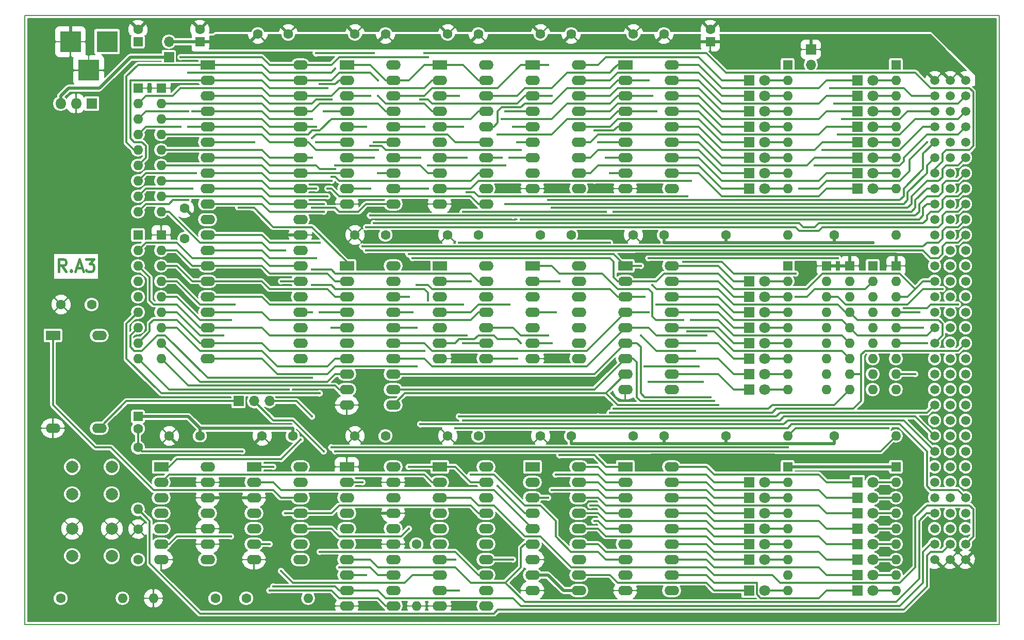
<source format=gbr>
G04 #@! TF.FileFunction,Copper,L1,Top,Signal*
%FSLAX46Y46*%
G04 Gerber Fmt 4.6, Leading zero omitted, Abs format (unit mm)*
G04 Created by KiCad (PCBNEW 4.0.7) date Sat Mar 24 13:18:22 2018*
%MOMM*%
%LPD*%
G01*
G04 APERTURE LIST*
%ADD10C,0.100000*%
%ADD11C,0.400000*%
%ADD12C,0.150000*%
%ADD13R,2.400000X1.600000*%
%ADD14O,2.400000X1.600000*%
%ADD15C,2.000000*%
%ADD16C,1.600000*%
%ADD17R,1.600000X1.600000*%
%ADD18R,1.800000X1.800000*%
%ADD19C,1.800000*%
%ADD20R,3.500000X3.500000*%
%ADD21C,1.501140*%
%ADD22C,5.000000*%
%ADD23O,1.600000X1.600000*%
%ADD24R,1.700000X1.700000*%
%ADD25O,1.700000X1.700000*%
%ADD26O,1.800000X1.800000*%
%ADD27C,0.600000*%
%ADD28C,0.400000*%
%ADD29C,0.500000*%
%ADD30C,0.300000*%
%ADD31C,0.200000*%
G04 APERTURE END LIST*
D10*
D11*
X6743334Y-42014762D02*
X6076667Y-41062381D01*
X5600476Y-42014762D02*
X5600476Y-40014762D01*
X6362381Y-40014762D01*
X6552857Y-40110000D01*
X6648096Y-40205238D01*
X6743334Y-40395714D01*
X6743334Y-40681429D01*
X6648096Y-40871905D01*
X6552857Y-40967143D01*
X6362381Y-41062381D01*
X5600476Y-41062381D01*
X7600476Y-41824286D02*
X7695715Y-41919524D01*
X7600476Y-42014762D01*
X7505238Y-41919524D01*
X7600476Y-41824286D01*
X7600476Y-42014762D01*
X8457619Y-41443333D02*
X9410000Y-41443333D01*
X8267143Y-42014762D02*
X8933810Y-40014762D01*
X9600477Y-42014762D01*
X10076667Y-40014762D02*
X11314763Y-40014762D01*
X10648096Y-40776667D01*
X10933810Y-40776667D01*
X11124286Y-40871905D01*
X11219524Y-40967143D01*
X11314763Y-41157619D01*
X11314763Y-41633810D01*
X11219524Y-41824286D01*
X11124286Y-41919524D01*
X10933810Y-42014762D01*
X10362382Y-42014762D01*
X10171905Y-41919524D01*
X10076667Y-41824286D01*
D12*
X0Y-100000000D02*
X0Y0D01*
X160000000Y-100000000D02*
X0Y-100000000D01*
X160000000Y0D02*
X160000000Y-100000000D01*
X0Y0D02*
X160000000Y0D01*
D13*
X52860000Y-74130000D03*
D14*
X60480000Y-96990000D03*
X52860000Y-76670000D03*
X60480000Y-94450000D03*
X52860000Y-79210000D03*
X60480000Y-91910000D03*
X52860000Y-81750000D03*
X60480000Y-89370000D03*
X52860000Y-84290000D03*
X60480000Y-86830000D03*
X52860000Y-86830000D03*
X60480000Y-84290000D03*
X52860000Y-89370000D03*
X60480000Y-81750000D03*
X52860000Y-91910000D03*
X60480000Y-79210000D03*
X52860000Y-94450000D03*
X60480000Y-76670000D03*
X52860000Y-96990000D03*
X60480000Y-74130000D03*
D15*
X7775000Y-88790000D03*
X7775000Y-84290000D03*
X14275000Y-88790000D03*
X14275000Y-84290000D03*
D13*
X4600000Y-52540000D03*
D14*
X12220000Y-67780000D03*
X4600000Y-67780000D03*
X12220000Y-52540000D03*
D16*
X104930000Y-69050000D03*
X99930000Y-69050000D03*
X89690000Y-69050000D03*
X84690000Y-69050000D03*
X74450000Y-36030000D03*
X69450000Y-36030000D03*
X89690000Y-3010000D03*
X84690000Y-3010000D03*
X104930000Y-3010000D03*
X99930000Y-3010000D03*
X104930000Y-36030000D03*
X99930000Y-36030000D03*
X89690000Y-36030000D03*
X84690000Y-36030000D03*
D17*
X18570000Y-4280000D03*
D16*
X18570000Y-2280000D03*
D17*
X28730000Y-4280000D03*
D16*
X28730000Y-2280000D03*
X38255000Y-3010000D03*
X43255000Y-3010000D03*
X26190000Y-36665000D03*
X26190000Y-31665000D03*
X59210000Y-69050000D03*
X54210000Y-69050000D03*
D17*
X18570000Y-65875000D03*
D16*
X18570000Y-67875000D03*
X43970000Y-69050000D03*
X38970000Y-69050000D03*
X18570000Y-89370000D03*
X18570000Y-84370000D03*
X74450000Y-69050000D03*
X69450000Y-69050000D03*
X59210000Y-3010000D03*
X54210000Y-3010000D03*
X74450000Y-3010000D03*
X69450000Y-3010000D03*
X59210000Y-36030000D03*
X54210000Y-36030000D03*
X10950000Y-47460000D03*
X5950000Y-47460000D03*
X28730000Y-69050000D03*
X23730000Y-69050000D03*
D18*
X136680000Y-76670000D03*
D19*
X139220000Y-76670000D03*
D18*
X136680000Y-79210000D03*
D19*
X139220000Y-79210000D03*
D18*
X136680000Y-81750000D03*
D19*
X139220000Y-81750000D03*
D18*
X136680000Y-84290000D03*
D19*
X139220000Y-84290000D03*
D18*
X136680000Y-86830000D03*
D19*
X139220000Y-86830000D03*
D18*
X136680000Y-89370000D03*
D19*
X139220000Y-89370000D03*
D18*
X136680000Y-91910000D03*
D19*
X139220000Y-91910000D03*
D18*
X136680000Y-94450000D03*
D19*
X139220000Y-94450000D03*
D18*
X118900000Y-76670000D03*
D19*
X121440000Y-76670000D03*
D18*
X118900000Y-79210000D03*
D19*
X121440000Y-79210000D03*
D18*
X118900000Y-81750000D03*
D19*
X121440000Y-81750000D03*
D18*
X118900000Y-84290000D03*
D19*
X121440000Y-84290000D03*
D18*
X118900000Y-86830000D03*
D19*
X121440000Y-86830000D03*
D18*
X118900000Y-89370000D03*
D19*
X121440000Y-89370000D03*
D18*
X118900000Y-10630000D03*
D19*
X121440000Y-10630000D03*
D18*
X118900000Y-13170000D03*
D19*
X121440000Y-13170000D03*
D18*
X118900000Y-15710000D03*
D19*
X121440000Y-15710000D03*
D18*
X118900000Y-18250000D03*
D19*
X121440000Y-18250000D03*
D18*
X118900000Y-20790000D03*
D19*
X121440000Y-20790000D03*
D18*
X118900000Y-23330000D03*
D19*
X121440000Y-23330000D03*
D18*
X118900000Y-25870000D03*
D19*
X121440000Y-25870000D03*
D18*
X118900000Y-28410000D03*
D19*
X121440000Y-28410000D03*
D18*
X136680000Y-10630000D03*
D19*
X139220000Y-10630000D03*
D18*
X136680000Y-13170000D03*
D19*
X139220000Y-13170000D03*
D18*
X136680000Y-15710000D03*
D19*
X139220000Y-15710000D03*
D18*
X136680000Y-18250000D03*
D19*
X139220000Y-18250000D03*
D18*
X136680000Y-20790000D03*
D19*
X139220000Y-20790000D03*
D18*
X136680000Y-23330000D03*
D19*
X139220000Y-23330000D03*
D18*
X136680000Y-25870000D03*
D19*
X139220000Y-25870000D03*
D18*
X136680000Y-28410000D03*
D19*
X139220000Y-28410000D03*
D18*
X118900000Y-43650000D03*
D19*
X121440000Y-43650000D03*
D18*
X118900000Y-46190000D03*
D19*
X121440000Y-46190000D03*
D18*
X118900000Y-48730000D03*
D19*
X121440000Y-48730000D03*
D18*
X118900000Y-51270000D03*
D19*
X121440000Y-51270000D03*
D18*
X118900000Y-53810000D03*
D19*
X121440000Y-53810000D03*
D18*
X118900000Y-56350000D03*
D19*
X121440000Y-56350000D03*
D18*
X118900000Y-58890000D03*
D19*
X121440000Y-58890000D03*
D18*
X118900000Y-61430000D03*
D19*
X121440000Y-61430000D03*
D20*
X13490000Y-4280000D03*
X7490000Y-4280000D03*
X10490000Y-8980000D03*
D21*
X154460000Y-10630000D03*
X154460000Y-13170000D03*
X154460000Y-18250000D03*
X154460000Y-15710000D03*
X154460000Y-20790000D03*
X154460000Y-23330000D03*
X154460000Y-25870000D03*
X154460000Y-28410000D03*
X154460000Y-30950000D03*
X154460000Y-33490000D03*
X154460000Y-36030000D03*
X154460000Y-38570000D03*
X154460000Y-41110000D03*
X154460000Y-43650000D03*
X154460000Y-46190000D03*
X154460000Y-48730000D03*
X154460000Y-51270000D03*
X154460000Y-53810000D03*
X154460000Y-56350000D03*
X154460000Y-58890000D03*
X154460000Y-61430000D03*
X154460000Y-63970000D03*
X154460000Y-66510000D03*
X154460000Y-69050000D03*
X154460000Y-71590000D03*
X154460000Y-74130000D03*
X154460000Y-76670000D03*
X154460000Y-79210000D03*
X154460000Y-81750000D03*
X154460000Y-84290000D03*
X154460000Y-86830000D03*
X154460000Y-89370000D03*
X151920000Y-89370000D03*
X151920000Y-86830000D03*
X151920000Y-84290000D03*
X151920000Y-81750000D03*
X151920000Y-79210000D03*
X151920000Y-76670000D03*
X151920000Y-74130000D03*
X151920000Y-71590000D03*
X151920000Y-69050000D03*
X151920000Y-66510000D03*
X151920000Y-63970000D03*
X151920000Y-61430000D03*
X151920000Y-58890000D03*
X151920000Y-56350000D03*
X151920000Y-53810000D03*
X151920000Y-51270000D03*
X151920000Y-48730000D03*
X151920000Y-46190000D03*
X151920000Y-43650000D03*
X151920000Y-41110000D03*
X151920000Y-38570000D03*
X151920000Y-36030000D03*
X151920000Y-33490000D03*
X151920000Y-30950000D03*
X151920000Y-28410000D03*
X151920000Y-25870000D03*
X151920000Y-23330000D03*
X151920000Y-20790000D03*
X151920000Y-15710000D03*
X151920000Y-18250000D03*
X151920000Y-13170000D03*
X151920000Y-10630000D03*
X149380000Y-10630000D03*
X149380000Y-13170000D03*
X149380000Y-18250000D03*
X149380000Y-15710000D03*
X149380000Y-20790000D03*
X149380000Y-23330000D03*
X149380000Y-25870000D03*
X149380000Y-28410000D03*
X149380000Y-30950000D03*
X149380000Y-33490000D03*
X149380000Y-36030000D03*
X149380000Y-38570000D03*
X149380000Y-41110000D03*
X149380000Y-43650000D03*
X149380000Y-46190000D03*
X149380000Y-48730000D03*
X149380000Y-51270000D03*
X149380000Y-53810000D03*
X149380000Y-56350000D03*
X149380000Y-58890000D03*
X149380000Y-61430000D03*
X149380000Y-63970000D03*
X149380000Y-66510000D03*
X149380000Y-69050000D03*
X149380000Y-71590000D03*
X149380000Y-74130000D03*
X149380000Y-76670000D03*
X149380000Y-79210000D03*
X149380000Y-81750000D03*
X149380000Y-84290000D03*
X149380000Y-86830000D03*
X149380000Y-89370000D03*
D22*
X157000000Y-94450000D03*
X157000000Y-5550000D03*
D16*
X115090000Y-36030000D03*
D23*
X125250000Y-36030000D03*
D16*
X132870000Y-69050000D03*
D23*
X143030000Y-69050000D03*
D16*
X115090000Y-69050000D03*
D23*
X125250000Y-69050000D03*
D16*
X132870000Y-36030000D03*
D23*
X143030000Y-36030000D03*
D16*
X18570000Y-70955000D03*
D23*
X18570000Y-81115000D03*
D16*
X31270000Y-95720000D03*
D23*
X21110000Y-95720000D03*
D16*
X36350000Y-95720000D03*
D23*
X46510000Y-95720000D03*
D16*
X5870000Y-95720000D03*
D23*
X16030000Y-95720000D03*
D15*
X7775000Y-78630000D03*
X7775000Y-74130000D03*
X14275000Y-78630000D03*
X14275000Y-74130000D03*
D13*
X83340000Y-41110000D03*
D14*
X90960000Y-56350000D03*
X83340000Y-43650000D03*
X90960000Y-53810000D03*
X83340000Y-46190000D03*
X90960000Y-51270000D03*
X83340000Y-48730000D03*
X90960000Y-48730000D03*
X83340000Y-51270000D03*
X90960000Y-46190000D03*
X83340000Y-53810000D03*
X90960000Y-43650000D03*
X83340000Y-56350000D03*
X90960000Y-41110000D03*
D13*
X98580000Y-74130000D03*
D14*
X106200000Y-94450000D03*
X98580000Y-76670000D03*
X106200000Y-91910000D03*
X98580000Y-79210000D03*
X106200000Y-89370000D03*
X98580000Y-81750000D03*
X106200000Y-86830000D03*
X98580000Y-84290000D03*
X106200000Y-84290000D03*
X98580000Y-86830000D03*
X106200000Y-81750000D03*
X98580000Y-89370000D03*
X106200000Y-79210000D03*
X98580000Y-91910000D03*
X106200000Y-76670000D03*
X98580000Y-94450000D03*
X106200000Y-74130000D03*
D13*
X68100000Y-41110000D03*
D14*
X75720000Y-56350000D03*
X68100000Y-43650000D03*
X75720000Y-53810000D03*
X68100000Y-46190000D03*
X75720000Y-51270000D03*
X68100000Y-48730000D03*
X75720000Y-48730000D03*
X68100000Y-51270000D03*
X75720000Y-46190000D03*
X68100000Y-53810000D03*
X75720000Y-43650000D03*
X68100000Y-56350000D03*
X75720000Y-41110000D03*
D13*
X83340000Y-74130000D03*
D14*
X90960000Y-94450000D03*
X83340000Y-76670000D03*
X90960000Y-91910000D03*
X83340000Y-79210000D03*
X90960000Y-89370000D03*
X83340000Y-81750000D03*
X90960000Y-86830000D03*
X83340000Y-84290000D03*
X90960000Y-84290000D03*
X83340000Y-86830000D03*
X90960000Y-81750000D03*
X83340000Y-89370000D03*
X90960000Y-79210000D03*
X83340000Y-91910000D03*
X90960000Y-76670000D03*
X83340000Y-94450000D03*
X90960000Y-74130000D03*
D13*
X83340000Y-8090000D03*
D14*
X90960000Y-28410000D03*
X83340000Y-10630000D03*
X90960000Y-25870000D03*
X83340000Y-13170000D03*
X90960000Y-23330000D03*
X83340000Y-15710000D03*
X90960000Y-20790000D03*
X83340000Y-18250000D03*
X90960000Y-18250000D03*
X83340000Y-20790000D03*
X90960000Y-15710000D03*
X83340000Y-23330000D03*
X90960000Y-13170000D03*
X83340000Y-25870000D03*
X90960000Y-10630000D03*
X83340000Y-28410000D03*
X90960000Y-8090000D03*
D13*
X98580000Y-8090000D03*
D14*
X106200000Y-28410000D03*
X98580000Y-10630000D03*
X106200000Y-25870000D03*
X98580000Y-13170000D03*
X106200000Y-23330000D03*
X98580000Y-15710000D03*
X106200000Y-20790000D03*
X98580000Y-18250000D03*
X106200000Y-18250000D03*
X98580000Y-20790000D03*
X106200000Y-15710000D03*
X98580000Y-23330000D03*
X106200000Y-13170000D03*
X98580000Y-25870000D03*
X106200000Y-10630000D03*
X98580000Y-28410000D03*
X106200000Y-8090000D03*
D13*
X98580000Y-41110000D03*
D14*
X106200000Y-61430000D03*
X98580000Y-43650000D03*
X106200000Y-58890000D03*
X98580000Y-46190000D03*
X106200000Y-56350000D03*
X98580000Y-48730000D03*
X106200000Y-53810000D03*
X98580000Y-51270000D03*
X106200000Y-51270000D03*
X98580000Y-53810000D03*
X106200000Y-48730000D03*
X98580000Y-56350000D03*
X106200000Y-46190000D03*
X98580000Y-58890000D03*
X106200000Y-43650000D03*
X98580000Y-61430000D03*
X106200000Y-41110000D03*
D13*
X37620000Y-74130000D03*
D14*
X45240000Y-89370000D03*
X37620000Y-76670000D03*
X45240000Y-86830000D03*
X37620000Y-79210000D03*
X45240000Y-84290000D03*
X37620000Y-81750000D03*
X45240000Y-81750000D03*
X37620000Y-84290000D03*
X45240000Y-79210000D03*
X37620000Y-86830000D03*
X45240000Y-76670000D03*
X37620000Y-89370000D03*
X45240000Y-74130000D03*
D13*
X68100000Y-74130000D03*
D14*
X75720000Y-96990000D03*
X68100000Y-76670000D03*
X75720000Y-94450000D03*
X68100000Y-79210000D03*
X75720000Y-91910000D03*
X68100000Y-81750000D03*
X75720000Y-89370000D03*
X68100000Y-84290000D03*
X75720000Y-86830000D03*
X68100000Y-86830000D03*
X75720000Y-84290000D03*
X68100000Y-89370000D03*
X75720000Y-81750000D03*
X68100000Y-91910000D03*
X75720000Y-79210000D03*
X68100000Y-94450000D03*
X75720000Y-76670000D03*
X68100000Y-96990000D03*
X75720000Y-74130000D03*
D13*
X52860000Y-8090000D03*
D14*
X60480000Y-30950000D03*
X52860000Y-10630000D03*
X60480000Y-28410000D03*
X52860000Y-13170000D03*
X60480000Y-25870000D03*
X52860000Y-15710000D03*
X60480000Y-23330000D03*
X52860000Y-18250000D03*
X60480000Y-20790000D03*
X52860000Y-20790000D03*
X60480000Y-18250000D03*
X52860000Y-23330000D03*
X60480000Y-15710000D03*
X52860000Y-25870000D03*
X60480000Y-13170000D03*
X52860000Y-28410000D03*
X60480000Y-10630000D03*
X52860000Y-30950000D03*
X60480000Y-8090000D03*
D13*
X68100000Y-8090000D03*
D14*
X75720000Y-30950000D03*
X68100000Y-10630000D03*
X75720000Y-28410000D03*
X68100000Y-13170000D03*
X75720000Y-25870000D03*
X68100000Y-15710000D03*
X75720000Y-23330000D03*
X68100000Y-18250000D03*
X75720000Y-20790000D03*
X68100000Y-20790000D03*
X75720000Y-18250000D03*
X68100000Y-23330000D03*
X75720000Y-15710000D03*
X68100000Y-25870000D03*
X75720000Y-13170000D03*
X68100000Y-28410000D03*
X75720000Y-10630000D03*
X68100000Y-30950000D03*
X75720000Y-8090000D03*
D13*
X30000000Y-8090000D03*
D14*
X45240000Y-56350000D03*
X30000000Y-10630000D03*
X45240000Y-53810000D03*
X30000000Y-13170000D03*
X45240000Y-51270000D03*
X30000000Y-15710000D03*
X45240000Y-48730000D03*
X30000000Y-18250000D03*
X45240000Y-46190000D03*
X30000000Y-20790000D03*
X45240000Y-43650000D03*
X30000000Y-23330000D03*
X45240000Y-41110000D03*
X30000000Y-25870000D03*
X45240000Y-38570000D03*
X30000000Y-28410000D03*
X45240000Y-36030000D03*
X30000000Y-30950000D03*
X45240000Y-33490000D03*
X30000000Y-33490000D03*
X45240000Y-30950000D03*
X30000000Y-36030000D03*
X45240000Y-28410000D03*
X30000000Y-38570000D03*
X45240000Y-25870000D03*
X30000000Y-41110000D03*
X45240000Y-23330000D03*
X30000000Y-43650000D03*
X45240000Y-20790000D03*
X30000000Y-46190000D03*
X45240000Y-18250000D03*
X30000000Y-48730000D03*
X45240000Y-15710000D03*
X30000000Y-51270000D03*
X45240000Y-13170000D03*
X30000000Y-53810000D03*
X45240000Y-10630000D03*
X30000000Y-56350000D03*
X45240000Y-8090000D03*
D13*
X52860000Y-41110000D03*
D14*
X60480000Y-63970000D03*
X52860000Y-43650000D03*
X60480000Y-61430000D03*
X52860000Y-46190000D03*
X60480000Y-58890000D03*
X52860000Y-48730000D03*
X60480000Y-56350000D03*
X52860000Y-51270000D03*
X60480000Y-53810000D03*
X52860000Y-53810000D03*
X60480000Y-51270000D03*
X52860000Y-56350000D03*
X60480000Y-48730000D03*
X52860000Y-58890000D03*
X60480000Y-46190000D03*
X52860000Y-61430000D03*
X60480000Y-43650000D03*
X52860000Y-63970000D03*
X60480000Y-41110000D03*
D13*
X22380000Y-74130000D03*
D14*
X30000000Y-89370000D03*
X22380000Y-76670000D03*
X30000000Y-86830000D03*
X22380000Y-79210000D03*
X30000000Y-84290000D03*
X22380000Y-81750000D03*
X30000000Y-81750000D03*
X22380000Y-84290000D03*
X30000000Y-79210000D03*
X22380000Y-86830000D03*
X30000000Y-76670000D03*
X22380000Y-89370000D03*
X30000000Y-74130000D03*
D24*
X35080000Y-63335000D03*
D25*
X37620000Y-63335000D03*
X40160000Y-63335000D03*
D17*
X143030000Y-74130000D03*
D23*
X143030000Y-76670000D03*
X143030000Y-79210000D03*
X143030000Y-81750000D03*
X143030000Y-84290000D03*
X143030000Y-86830000D03*
X143030000Y-89370000D03*
X143030000Y-91910000D03*
X143030000Y-94450000D03*
D17*
X125250000Y-74130000D03*
D23*
X125250000Y-76670000D03*
X125250000Y-79210000D03*
X125250000Y-81750000D03*
X125250000Y-84290000D03*
X125250000Y-86830000D03*
X125250000Y-89370000D03*
X125250000Y-91910000D03*
X125250000Y-94450000D03*
D17*
X125250000Y-8090000D03*
D23*
X125250000Y-10630000D03*
X125250000Y-13170000D03*
X125250000Y-15710000D03*
X125250000Y-18250000D03*
X125250000Y-20790000D03*
X125250000Y-23330000D03*
X125250000Y-25870000D03*
X125250000Y-28410000D03*
D17*
X143030000Y-8090000D03*
D23*
X143030000Y-10630000D03*
X143030000Y-13170000D03*
X143030000Y-15710000D03*
X143030000Y-18250000D03*
X143030000Y-20790000D03*
X143030000Y-23330000D03*
X143030000Y-25870000D03*
X143030000Y-28410000D03*
D17*
X125250000Y-41110000D03*
D23*
X125250000Y-43650000D03*
X125250000Y-46190000D03*
X125250000Y-48730000D03*
X125250000Y-51270000D03*
X125250000Y-53810000D03*
X125250000Y-56350000D03*
X125250000Y-58890000D03*
X125250000Y-61430000D03*
D17*
X139220000Y-41110000D03*
D23*
X139220000Y-43650000D03*
X139220000Y-46190000D03*
X139220000Y-48730000D03*
X139220000Y-51270000D03*
X139220000Y-53810000D03*
X139220000Y-56350000D03*
X139220000Y-58890000D03*
X139220000Y-61430000D03*
D17*
X131600000Y-41110000D03*
D23*
X131600000Y-43650000D03*
X131600000Y-46190000D03*
X131600000Y-48730000D03*
X131600000Y-51270000D03*
X131600000Y-53810000D03*
X131600000Y-56350000D03*
X131600000Y-58890000D03*
X131600000Y-61430000D03*
D17*
X135410000Y-41110000D03*
D23*
X135410000Y-43650000D03*
X135410000Y-46190000D03*
X135410000Y-48730000D03*
X135410000Y-51270000D03*
X135410000Y-53810000D03*
X135410000Y-56350000D03*
X135410000Y-58890000D03*
X135410000Y-61430000D03*
D17*
X143030000Y-41110000D03*
D23*
X143030000Y-43650000D03*
X143030000Y-46190000D03*
X143030000Y-48730000D03*
X143030000Y-51270000D03*
X143030000Y-53810000D03*
X143030000Y-56350000D03*
X143030000Y-58890000D03*
X143030000Y-61430000D03*
D24*
X23650000Y-6820000D03*
D25*
X23650000Y-4280000D03*
D18*
X118900000Y-94450000D03*
D19*
X121440000Y-94450000D03*
D17*
X112550000Y-4280000D03*
D16*
X112550000Y-2280000D03*
D17*
X18570000Y-11900000D03*
D23*
X18570000Y-14440000D03*
X18570000Y-16980000D03*
X18570000Y-19520000D03*
X18570000Y-22060000D03*
X18570000Y-24600000D03*
X18570000Y-27140000D03*
X18570000Y-29680000D03*
X18570000Y-32220000D03*
D17*
X22380000Y-11900000D03*
D23*
X22380000Y-14440000D03*
X22380000Y-16980000D03*
X22380000Y-19520000D03*
X22380000Y-22060000D03*
X22380000Y-24600000D03*
X22380000Y-27140000D03*
X22380000Y-29680000D03*
X22380000Y-32220000D03*
D17*
X18570000Y-36030000D03*
D23*
X18570000Y-38570000D03*
X18570000Y-41110000D03*
X18570000Y-43650000D03*
X18570000Y-46190000D03*
X18570000Y-48730000D03*
X18570000Y-51270000D03*
X18570000Y-53810000D03*
X18570000Y-56350000D03*
D17*
X22380000Y-36030000D03*
D23*
X22380000Y-38570000D03*
X22380000Y-41110000D03*
X22380000Y-43650000D03*
X22380000Y-46190000D03*
X22380000Y-48730000D03*
X22380000Y-51270000D03*
X22380000Y-53810000D03*
X22380000Y-56350000D03*
D22*
X8410000Y-31100000D03*
D18*
X10950000Y-14440000D03*
D26*
X8410000Y-14440000D03*
X5870000Y-14440000D03*
D24*
X129060000Y-5550000D03*
D25*
X129060000Y-8090000D03*
D16*
X64290000Y-86830000D03*
D23*
X64290000Y-96990000D03*
D27*
X31905000Y-4280000D03*
X139220000Y-37300000D03*
X105565000Y-72225000D03*
X122964000Y-72225000D03*
X103025000Y-72225000D03*
X122964000Y-39205000D03*
X54765000Y-81750000D03*
X100485000Y-39205000D03*
D28*
X51590000Y-90640000D03*
X49050000Y-71590000D03*
X37620000Y-20790000D03*
X144300000Y-48095000D03*
X153190000Y-47460000D03*
X108105000Y-50000000D03*
X108105000Y-40475000D03*
X126520000Y-42380000D03*
X126520000Y-46190000D03*
X80165000Y-89370000D03*
X71910000Y-66510000D03*
X137950000Y-65875000D03*
X92865000Y-66510000D03*
X141760000Y-65240000D03*
X71275000Y-94450000D03*
X71275000Y-65875000D03*
X94135000Y-65875000D03*
X95405000Y-67780000D03*
X70640000Y-67780000D03*
X70640000Y-89370000D03*
X141125000Y-67145000D03*
X64925000Y-67145000D03*
X140490000Y-66510000D03*
X125250000Y-37935000D03*
X55400000Y-37935000D03*
X55400000Y-76670000D03*
X50955000Y-71590000D03*
X141760000Y-67780000D03*
X125250000Y-70955000D03*
X50320000Y-70955000D03*
X56035000Y-91910000D03*
X143030000Y-38570000D03*
X56035000Y-38570000D03*
X131600000Y-30315000D03*
X85880000Y-8090000D03*
X85880000Y-30315000D03*
X150650000Y-44920000D03*
X81435000Y-6185000D03*
X65560000Y-6185000D03*
X65560000Y-18250000D03*
X132235000Y-31585000D03*
X86515000Y-13170000D03*
X86515000Y-31585000D03*
X64925000Y-23330000D03*
X64925000Y-13805000D03*
X130965000Y-30950000D03*
X78895000Y-30950000D03*
X78895000Y-15710000D03*
X78895000Y-24600000D03*
X66195000Y-24600000D03*
X66195000Y-28410000D03*
X129060000Y-32855000D03*
X80165000Y-18250000D03*
X80165000Y-32855000D03*
X56670000Y-32855000D03*
X56670000Y-28410000D03*
X128425000Y-34760000D03*
X80800000Y-20790000D03*
X80800000Y-34125000D03*
X57305000Y-34125000D03*
X57305000Y-23330000D03*
X127790000Y-35395000D03*
X79530000Y-23330000D03*
X79530000Y-34760000D03*
X56035000Y-34760000D03*
X56035000Y-18250000D03*
X128425000Y-33490000D03*
X56670000Y-13170000D03*
X56670000Y-21425000D03*
X81435000Y-22060000D03*
X81435000Y-33490000D03*
X96675000Y-32220000D03*
X96675000Y-8725000D03*
X134140000Y-32220000D03*
X102390000Y-39840000D03*
X102390000Y-10630000D03*
X133505000Y-39840000D03*
X78260000Y-16980000D03*
X78260000Y-23330000D03*
X103025000Y-44285000D03*
X103025000Y-13170000D03*
X103660000Y-47460000D03*
X103660000Y-15710000D03*
X77625000Y-19520000D03*
X93500000Y-27140000D03*
X93500000Y-18885000D03*
X109375000Y-50000000D03*
X109375000Y-27140000D03*
X108740000Y-29680000D03*
X108740000Y-51905000D03*
X94135000Y-20790000D03*
X94135000Y-29680000D03*
X72545000Y-23330000D03*
X72545000Y-29045000D03*
X96040000Y-65240000D03*
X95405000Y-23330000D03*
X71910000Y-32220000D03*
X71910000Y-18250000D03*
X95405000Y-32220000D03*
X96675000Y-64605000D03*
X96040000Y-37300000D03*
X71275000Y-37300000D03*
X71275000Y-13170000D03*
X96040000Y-25870000D03*
X110010000Y-55080000D03*
X101120000Y-52540000D03*
X101120000Y-41110000D03*
X132235000Y-11900000D03*
X63020000Y-39205000D03*
X63020000Y-46190000D03*
X63655000Y-48730000D03*
X63655000Y-39840000D03*
X110645000Y-57620000D03*
X101755000Y-57620000D03*
X101755000Y-46190000D03*
X130965000Y-22060000D03*
X64290000Y-44285000D03*
X64290000Y-51270000D03*
X146840000Y-48730000D03*
X129695000Y-24600000D03*
X102390000Y-48730000D03*
X102390000Y-60160000D03*
X111280000Y-60160000D03*
X147475000Y-51270000D03*
X111915000Y-52540000D03*
X148110000Y-20790000D03*
X127155000Y-28410000D03*
X148110000Y-53810000D03*
X132870000Y-14440000D03*
X112550000Y-62700000D03*
X133505000Y-19520000D03*
X113185000Y-63335000D03*
X146205000Y-58890000D03*
X134140000Y-16980000D03*
X113820000Y-63970000D03*
X40795000Y-93815000D03*
X40795000Y-74130000D03*
X87150000Y-75400000D03*
X87150000Y-48730000D03*
X81435000Y-53810000D03*
X79530000Y-47460000D03*
X35715000Y-71590000D03*
X57940000Y-44920000D03*
X66195000Y-46825000D03*
X47145000Y-48730000D03*
X47145000Y-44285000D03*
X47145000Y-41745000D03*
X56670000Y-42380000D03*
X42065000Y-43650000D03*
X40160000Y-86830000D03*
X40160000Y-94450000D03*
X57305000Y-47460000D03*
X71910000Y-53810000D03*
X71910000Y-47460000D03*
X63655000Y-50000000D03*
X63020000Y-84290000D03*
X63020000Y-74130000D03*
X80800000Y-56350000D03*
X73180000Y-75400000D03*
X73180000Y-43650000D03*
X85880000Y-79210000D03*
X85880000Y-52540000D03*
X77625000Y-77305000D03*
X92865000Y-80480000D03*
X87785000Y-43650000D03*
X87785000Y-72225000D03*
X93500000Y-83020000D03*
X86515000Y-53810000D03*
X86515000Y-77940000D03*
X33810000Y-85560000D03*
X35080000Y-31585000D03*
X47145000Y-65875000D03*
X26825000Y-15710000D03*
X26825000Y-9360000D03*
X57940000Y-13170000D03*
X57940000Y-10630000D03*
X25555000Y-18250000D03*
X25555000Y-6820000D03*
X66195000Y-6820000D03*
X50955000Y-8725000D03*
X50955000Y-24600000D03*
X49685000Y-11900000D03*
X49685000Y-28410000D03*
X28095000Y-25870000D03*
X50320000Y-13805000D03*
X50320000Y-26505000D03*
X47145000Y-20155000D03*
X47145000Y-16980000D03*
X27460000Y-15710000D03*
X27460000Y-28410000D03*
X26825000Y-18250000D03*
X26825000Y-30315000D03*
X47780000Y-18250000D03*
X47780000Y-6185000D03*
X57305000Y-6185000D03*
X57305000Y-20790000D03*
X57940000Y-22060000D03*
X57940000Y-25870000D03*
X47145000Y-31585000D03*
X47145000Y-23330000D03*
X47780000Y-28410000D03*
X47780000Y-20790000D03*
X49050000Y-15710000D03*
X49050000Y-30950000D03*
X42700000Y-38570000D03*
X48415000Y-11265000D03*
X72545000Y-52540000D03*
X64290000Y-57620000D03*
X45240000Y-69685000D03*
X42065000Y-72860000D03*
X42065000Y-91275000D03*
X48415000Y-62065000D03*
X48415000Y-88100000D03*
X47145000Y-59525000D03*
X65560000Y-55080000D03*
X42700000Y-81750000D03*
X43335000Y-61430000D03*
X34445000Y-47460000D03*
X34445000Y-36030000D03*
X48415000Y-48730000D03*
X48415000Y-37300000D03*
X33810000Y-50000000D03*
X33810000Y-25870000D03*
X50320000Y-51270000D03*
X50320000Y-27140000D03*
X32540000Y-52540000D03*
X32540000Y-23330000D03*
X50955000Y-25235000D03*
X49685000Y-29680000D03*
X49050000Y-32220000D03*
X47780000Y-39840000D03*
D29*
X129060000Y-5550000D02*
X129060000Y-3645000D01*
X125885000Y-4280000D02*
X126520000Y-3645000D01*
X112550000Y-4280000D02*
X125885000Y-4280000D01*
X142395000Y-3645000D02*
X143030000Y-4280000D01*
X126520000Y-3645000D02*
X129060000Y-3645000D01*
X129060000Y-3645000D02*
X142395000Y-3645000D01*
X103025000Y-4915000D02*
X109375000Y-4915000D01*
X110010000Y-4280000D02*
X112550000Y-4280000D01*
X109375000Y-4915000D02*
X110010000Y-4280000D01*
X87785000Y-4915000D02*
X103025000Y-4915000D01*
X103660000Y-4280000D02*
X104930000Y-3010000D01*
X103025000Y-4915000D02*
X103660000Y-4280000D01*
X72545000Y-4915000D02*
X87785000Y-4915000D01*
X88420000Y-4280000D02*
X89690000Y-3010000D01*
X87785000Y-4915000D02*
X88420000Y-4280000D01*
X57305000Y-4915000D02*
X72545000Y-4915000D01*
X73180000Y-4280000D02*
X74450000Y-3010000D01*
X72545000Y-4915000D02*
X73180000Y-4280000D01*
X36350000Y-4915000D02*
X57305000Y-4915000D01*
X57940000Y-4280000D02*
X59210000Y-3010000D01*
X57305000Y-4915000D02*
X57940000Y-4280000D01*
X38255000Y-3010000D02*
X36350000Y-4915000D01*
X33175000Y-4280000D02*
X31905000Y-4280000D01*
X33810000Y-4915000D02*
X33175000Y-4280000D01*
X36350000Y-4915000D02*
X33810000Y-4915000D01*
X143030000Y-4280000D02*
X149380000Y-10630000D01*
X145570000Y-4280000D02*
X151920000Y-10630000D01*
X18570000Y-65875000D02*
X26825000Y-65875000D01*
X26825000Y-65875000D02*
X28730000Y-67780000D01*
X83340000Y-91910000D02*
X85880000Y-91910000D01*
X88420000Y-94450000D02*
X90960000Y-94450000D01*
X85880000Y-91910000D02*
X88420000Y-94450000D01*
X28730000Y-4280000D02*
X23650000Y-4280000D01*
X104930000Y-37300000D02*
X115090000Y-37300000D01*
X132870000Y-37300000D02*
X139220000Y-37300000D01*
X154460000Y-10630000D02*
X148110000Y-4280000D01*
X148110000Y-4280000D02*
X145570000Y-4280000D01*
X145570000Y-4280000D02*
X143030000Y-4280000D01*
X104930000Y-69050000D02*
X104930000Y-70320000D01*
X115090000Y-69050000D02*
X115090000Y-70320000D01*
X132870000Y-69050000D02*
X132870000Y-70320000D01*
X89690000Y-69050000D02*
X89690000Y-70320000D01*
X89690000Y-70320000D02*
X104930000Y-70320000D01*
X104930000Y-70320000D02*
X115090000Y-70320000D01*
X115090000Y-36030000D02*
X115090000Y-37300000D01*
X132870000Y-36030000D02*
X132870000Y-37300000D01*
X104930000Y-36030000D02*
X104930000Y-37300000D01*
X28730000Y-67780000D02*
X28730000Y-69050000D01*
X28730000Y-67780000D02*
X43970000Y-67780000D01*
X43970000Y-67780000D02*
X43970000Y-69050000D01*
X28730000Y-4280000D02*
X31905000Y-4280000D01*
X115090000Y-70320000D02*
X132870000Y-70320000D01*
X115090000Y-37300000D02*
X132870000Y-37300000D01*
X7490000Y-4280000D02*
X7490000Y-1390000D01*
X17395000Y-1105000D02*
X18570000Y-2280000D01*
X7775000Y-1105000D02*
X17395000Y-1105000D01*
X7490000Y-1390000D02*
X7775000Y-1105000D01*
X149380000Y-89370000D02*
X151285000Y-91275000D01*
X151285000Y-91275000D02*
X153825000Y-91275000D01*
X151920000Y-89370000D02*
X153825000Y-91275000D01*
X153825000Y-91275000D02*
X156365000Y-91275000D01*
X40795000Y-36030000D02*
X36985000Y-32220000D01*
X45240000Y-36030000D02*
X40795000Y-36030000D01*
X27460000Y-32855000D02*
X28095000Y-32220000D01*
X27460000Y-32855000D02*
X26270000Y-31665000D01*
X36985000Y-32220000D02*
X28095000Y-32220000D01*
X26190000Y-31665000D02*
X26270000Y-31665000D01*
X103025000Y-72225000D02*
X122964000Y-72225000D01*
X40160000Y-1105000D02*
X29905000Y-1105000D01*
X29905000Y-1105000D02*
X28730000Y-2280000D01*
X112550000Y-2280000D02*
X112455000Y-2280000D01*
X112455000Y-2280000D02*
X111280000Y-1105000D01*
X97310000Y-1105000D02*
X111280000Y-1105000D01*
X97310000Y-1105000D02*
X98025000Y-1105000D01*
X98025000Y-1105000D02*
X99930000Y-3010000D01*
X82070000Y-1105000D02*
X82785000Y-1105000D01*
X82785000Y-1105000D02*
X84690000Y-3010000D01*
X66830000Y-1105000D02*
X67545000Y-1105000D01*
X67545000Y-1105000D02*
X69450000Y-3010000D01*
X51590000Y-1105000D02*
X52225000Y-1105000D01*
X52225000Y-1105000D02*
X54130000Y-3010000D01*
X40160000Y-1105000D02*
X41350000Y-1105000D01*
X41350000Y-1105000D02*
X43255000Y-3010000D01*
X40160000Y-1105000D02*
X51590000Y-1105000D01*
X51590000Y-1105000D02*
X66830000Y-1105000D01*
X66830000Y-1105000D02*
X82070000Y-1105000D01*
X82070000Y-1105000D02*
X97310000Y-1105000D01*
X23730000Y-69130000D02*
X24920000Y-70320000D01*
X24920000Y-70320000D02*
X37700000Y-70320000D01*
X37700000Y-70320000D02*
X38970000Y-69050000D01*
X112550000Y-2280000D02*
X112645000Y-2280000D01*
X112645000Y-2280000D02*
X113820000Y-1105000D01*
X113820000Y-1105000D02*
X148110000Y-1105000D01*
X148110000Y-1105000D02*
X152555000Y-5550000D01*
X18570000Y-2280000D02*
X18665000Y-2280000D01*
X18665000Y-2280000D02*
X19840000Y-1105000D01*
X27555000Y-1105000D02*
X28730000Y-2280000D01*
X19840000Y-1105000D02*
X27555000Y-1105000D01*
X54210000Y-3010000D02*
X54130000Y-3010000D01*
X37620000Y-79210000D02*
X30000000Y-79210000D01*
X60480000Y-81750000D02*
X54765000Y-81750000D01*
X131600000Y-41110000D02*
X135410000Y-41110000D01*
X135410000Y-41110000D02*
X135410000Y-39205000D01*
X135410000Y-39205000D02*
X122964000Y-39205000D01*
X122964000Y-39205000D02*
X100485000Y-39205000D01*
X143030000Y-41110000D02*
X143030000Y-39205000D01*
X143030000Y-39205000D02*
X135410000Y-39205000D01*
X154460000Y-89370000D02*
X156365000Y-91275000D01*
X156365000Y-91275000D02*
X157000000Y-91910000D01*
X157000000Y-91910000D02*
X157000000Y-94450000D01*
X157000000Y-5550000D02*
X152555000Y-5550000D01*
X10490000Y-8630000D02*
X10490000Y-8980000D01*
X156365000Y-9360000D02*
X156365000Y-87465000D01*
X156365000Y-87465000D02*
X154460000Y-89370000D01*
X152555000Y-5550000D02*
X156365000Y-9360000D01*
D30*
X40795000Y-66510000D02*
X43970000Y-66510000D01*
X37620000Y-63335000D02*
X40795000Y-66510000D01*
X43970000Y-66510000D02*
X49050000Y-71590000D01*
X37620000Y-20790000D02*
X30000000Y-20790000D01*
X60480000Y-91910000D02*
X57940000Y-91910000D01*
X56670000Y-90640000D02*
X51590000Y-90640000D01*
X57940000Y-91910000D02*
X56670000Y-90640000D01*
X144300000Y-48095000D02*
X148110000Y-48095000D01*
X148745000Y-47460000D02*
X153190000Y-47460000D01*
X148110000Y-48095000D02*
X148745000Y-47460000D01*
X139220000Y-43650000D02*
X137950000Y-44920000D01*
X86515000Y-41110000D02*
X83340000Y-41110000D01*
X87785000Y-42380000D02*
X86515000Y-41110000D01*
X94770000Y-42380000D02*
X87785000Y-42380000D01*
X97310000Y-44920000D02*
X94770000Y-42380000D01*
X102425000Y-44920000D02*
X97310000Y-44920000D01*
X103025000Y-45520000D02*
X102425000Y-44920000D01*
X103025000Y-49400000D02*
X103025000Y-45520000D01*
X103625000Y-50000000D02*
X103025000Y-49400000D01*
X108105000Y-50000000D02*
X103625000Y-50000000D01*
X114455000Y-40475000D02*
X108105000Y-40475000D01*
X116360000Y-42380000D02*
X114455000Y-40475000D01*
X126520000Y-42380000D02*
X116360000Y-42380000D01*
X128425000Y-46190000D02*
X126520000Y-46190000D01*
X129695000Y-44920000D02*
X128425000Y-46190000D01*
X137950000Y-44920000D02*
X129695000Y-44920000D01*
X75720000Y-89370000D02*
X80165000Y-89370000D01*
X92865000Y-66510000D02*
X123980000Y-66510000D01*
X124615000Y-65875000D02*
X137950000Y-65875000D01*
X123980000Y-66510000D02*
X124615000Y-65875000D01*
X71910000Y-66510000D02*
X92865000Y-66510000D01*
X137950000Y-65875000D02*
X146205000Y-65875000D01*
X146205000Y-65875000D02*
X149380000Y-69050000D01*
X94135000Y-65875000D02*
X123345000Y-65875000D01*
X123980000Y-65240000D02*
X141760000Y-65240000D01*
X123345000Y-65875000D02*
X123980000Y-65240000D01*
X141760000Y-65240000D02*
X148110000Y-65240000D01*
X148110000Y-65240000D02*
X149380000Y-63970000D01*
X68100000Y-94450000D02*
X71275000Y-94450000D01*
X71275000Y-65875000D02*
X94135000Y-65875000D01*
X95405000Y-67780000D02*
X125250000Y-67780000D01*
X70640000Y-67780000D02*
X95405000Y-67780000D01*
X68100000Y-89370000D02*
X70640000Y-89370000D01*
X125885000Y-67145000D02*
X141125000Y-67145000D01*
X125250000Y-67780000D02*
X125885000Y-67145000D01*
X141125000Y-67145000D02*
X143665000Y-67145000D01*
X153190000Y-77940000D02*
X154460000Y-79210000D01*
X148745000Y-77940000D02*
X153190000Y-77940000D01*
X148110000Y-77305000D02*
X148745000Y-77940000D01*
X148110000Y-71590000D02*
X148110000Y-77305000D01*
X143665000Y-67145000D02*
X148110000Y-71590000D01*
X140490000Y-66510000D02*
X125250000Y-66510000D01*
X124615000Y-67145000D02*
X64925000Y-67145000D01*
X125250000Y-66510000D02*
X124615000Y-67145000D01*
X149380000Y-71590000D02*
X144300000Y-66510000D01*
X144300000Y-66510000D02*
X140490000Y-66510000D01*
X82070000Y-85560000D02*
X84610000Y-85560000D01*
X89690000Y-90640000D02*
X111915000Y-90640000D01*
X111915000Y-90640000D02*
X113185000Y-91910000D01*
X113185000Y-91910000D02*
X122710000Y-91910000D01*
X122710000Y-91910000D02*
X123980000Y-93180000D01*
X123980000Y-93180000D02*
X143665000Y-93180000D01*
X143665000Y-93180000D02*
X146205000Y-90640000D01*
X146205000Y-90640000D02*
X146205000Y-82385000D01*
X146205000Y-82385000D02*
X148110000Y-80480000D01*
X148110000Y-80480000D02*
X155095000Y-80480000D01*
X155095000Y-80480000D02*
X155730000Y-81115000D01*
X155730000Y-81115000D02*
X155730000Y-85560000D01*
X154460000Y-86830000D02*
X155730000Y-85560000D01*
X76990000Y-80480000D02*
X82070000Y-85560000D01*
X73180000Y-79210000D02*
X74450000Y-80480000D01*
X74450000Y-80480000D02*
X76990000Y-80480000D01*
X73180000Y-79210000D02*
X68100000Y-79210000D01*
X84610000Y-85560000D02*
X89690000Y-90640000D01*
X150015000Y-37300000D02*
X148110000Y-37300000D01*
X150015000Y-37300000D02*
X150650000Y-36665000D01*
X150650000Y-36665000D02*
X150650000Y-35395000D01*
X150650000Y-35395000D02*
X151285000Y-34760000D01*
X151285000Y-34760000D02*
X153190000Y-34760000D01*
X154460000Y-33490000D02*
X153190000Y-34760000D01*
X147475000Y-37935000D02*
X125250000Y-37935000D01*
X148110000Y-37300000D02*
X147475000Y-37935000D01*
X55400000Y-37935000D02*
X125250000Y-37935000D01*
X52860000Y-76670000D02*
X55400000Y-76670000D01*
X50955000Y-71590000D02*
X140490000Y-71590000D01*
X140490000Y-71590000D02*
X143030000Y-69050000D01*
X125250000Y-69050000D02*
X126520000Y-67780000D01*
X126520000Y-67780000D02*
X141760000Y-67780000D01*
X50320000Y-70955000D02*
X125250000Y-70955000D01*
X56035000Y-91910000D02*
X52860000Y-91910000D01*
X154460000Y-36030000D02*
X153190000Y-37300000D01*
X143030000Y-38570000D02*
X56035000Y-38570000D01*
X147475000Y-38570000D02*
X143030000Y-38570000D01*
X148745000Y-39840000D02*
X147475000Y-38570000D01*
X150015000Y-39840000D02*
X148745000Y-39840000D01*
X150650000Y-39205000D02*
X150015000Y-39840000D01*
X150650000Y-37935000D02*
X150650000Y-39205000D01*
X151285000Y-37300000D02*
X150650000Y-37935000D01*
X153190000Y-37300000D02*
X151285000Y-37300000D01*
X144300000Y-29680000D02*
X144300000Y-28410000D01*
X144300000Y-28410000D02*
X147475000Y-25235000D01*
X147475000Y-25235000D02*
X147475000Y-22695000D01*
X149380000Y-20790000D02*
X147475000Y-22695000D01*
X143665000Y-30315000D02*
X131600000Y-30315000D01*
X131600000Y-30315000D02*
X85880000Y-30315000D01*
X144300000Y-29680000D02*
X143665000Y-30315000D01*
X85880000Y-8090000D02*
X83340000Y-8090000D01*
X77625000Y-11900000D02*
X81435000Y-8090000D01*
X65560000Y-13170000D02*
X66830000Y-11900000D01*
X66830000Y-11900000D02*
X77625000Y-11900000D01*
X60480000Y-13170000D02*
X65560000Y-13170000D01*
X81435000Y-8090000D02*
X83340000Y-8090000D01*
X151285000Y-22060000D02*
X155095000Y-22060000D01*
X150650000Y-23965000D02*
X150650000Y-22695000D01*
X150650000Y-22695000D02*
X151285000Y-22060000D01*
X149380000Y-25235000D02*
X150650000Y-23965000D01*
X155730000Y-12535000D02*
X155095000Y-11900000D01*
X155730000Y-21425000D02*
X155730000Y-12535000D01*
X155095000Y-22060000D02*
X155730000Y-21425000D01*
X148745000Y-11900000D02*
X146205000Y-9360000D01*
X81435000Y-6185000D02*
X111915000Y-6185000D01*
X115090000Y-9360000D02*
X146205000Y-9360000D01*
X111915000Y-6185000D02*
X115090000Y-9360000D01*
X155095000Y-11900000D02*
X148745000Y-11900000D01*
X150650000Y-44920000D02*
X147475000Y-44920000D01*
X134775000Y-47460000D02*
X133505000Y-46190000D01*
X131600000Y-46190000D02*
X133505000Y-46190000D01*
X144935000Y-47460000D02*
X134775000Y-47460000D01*
X147475000Y-44920000D02*
X144935000Y-47460000D01*
X149380000Y-25870000D02*
X149380000Y-25235000D01*
X60480000Y-18250000D02*
X65560000Y-18250000D01*
X65560000Y-6185000D02*
X81435000Y-6185000D01*
X145570000Y-30950000D02*
X145570000Y-29680000D01*
X150050000Y-27140000D02*
X150650000Y-26540000D01*
X150650000Y-26540000D02*
X150650000Y-25235000D01*
X150650000Y-25235000D02*
X151285000Y-24600000D01*
X151285000Y-24600000D02*
X153190000Y-24600000D01*
X154460000Y-23330000D02*
X153190000Y-24600000D01*
X144935000Y-31585000D02*
X132235000Y-31585000D01*
X132235000Y-31585000D02*
X86515000Y-31585000D01*
X145570000Y-30950000D02*
X144935000Y-31585000D01*
X148110000Y-27140000D02*
X150050000Y-27140000D01*
X145570000Y-29680000D02*
X148110000Y-27140000D01*
X83340000Y-13170000D02*
X86515000Y-13170000D01*
X80800000Y-14440000D02*
X82070000Y-13170000D01*
X82070000Y-13170000D02*
X83340000Y-13170000D01*
X60480000Y-23330000D02*
X64925000Y-23330000D01*
X64925000Y-13805000D02*
X66195000Y-13805000D01*
X66195000Y-13805000D02*
X66830000Y-14440000D01*
X66830000Y-14440000D02*
X80800000Y-14440000D01*
X144935000Y-30315000D02*
X144935000Y-29045000D01*
X144935000Y-29045000D02*
X148110000Y-25870000D01*
X148110000Y-25870000D02*
X148110000Y-24600000D01*
X149380000Y-23330000D02*
X148110000Y-24600000D01*
X144300000Y-30950000D02*
X130965000Y-30950000D01*
X130965000Y-30950000D02*
X78895000Y-30950000D01*
X144935000Y-30315000D02*
X144300000Y-30950000D01*
X60480000Y-28410000D02*
X66195000Y-28410000D01*
X78895000Y-15710000D02*
X83340000Y-15710000D01*
X66195000Y-24600000D02*
X78895000Y-24600000D01*
X150015000Y-29680000D02*
X148110000Y-29680000D01*
X153190000Y-27140000D02*
X151285000Y-27140000D01*
X151285000Y-27140000D02*
X150650000Y-27775000D01*
X150650000Y-27775000D02*
X150650000Y-29045000D01*
X150650000Y-29045000D02*
X150015000Y-29680000D01*
X146840000Y-32220000D02*
X146205000Y-32855000D01*
X154460000Y-25870000D02*
X153190000Y-27140000D01*
X146205000Y-32855000D02*
X129060000Y-32855000D01*
X146840000Y-30950000D02*
X146840000Y-32220000D01*
X148110000Y-29680000D02*
X146840000Y-30950000D01*
X80165000Y-32855000D02*
X129060000Y-32855000D01*
X52860000Y-28410000D02*
X56670000Y-28410000D01*
X80165000Y-18250000D02*
X83340000Y-18250000D01*
X56670000Y-32855000D02*
X80165000Y-32855000D01*
X80800000Y-34125000D02*
X127155000Y-34125000D01*
X127155000Y-34125000D02*
X127790000Y-34760000D01*
X127790000Y-34760000D02*
X128425000Y-34760000D01*
X128425000Y-34760000D02*
X129695000Y-34760000D01*
X129695000Y-34760000D02*
X130330000Y-34125000D01*
X130330000Y-34125000D02*
X147475000Y-34125000D01*
X153190000Y-29680000D02*
X151285000Y-29680000D01*
X151285000Y-29680000D02*
X150650000Y-30315000D01*
X150650000Y-30315000D02*
X150650000Y-31585000D01*
X150650000Y-31585000D02*
X150015000Y-32220000D01*
X150015000Y-32220000D02*
X148745000Y-32220000D01*
X148745000Y-32220000D02*
X148110000Y-32855000D01*
X148110000Y-32855000D02*
X148110000Y-33490000D01*
X148110000Y-33490000D02*
X147475000Y-34125000D01*
X153190000Y-29680000D02*
X154460000Y-28410000D01*
X52860000Y-23330000D02*
X57305000Y-23330000D01*
X80800000Y-20790000D02*
X83340000Y-20790000D01*
X57305000Y-34125000D02*
X80800000Y-34125000D01*
X153190000Y-32220000D02*
X154460000Y-30950000D01*
X150015000Y-34760000D02*
X130965000Y-34760000D01*
X130965000Y-34760000D02*
X130330000Y-35395000D01*
X130330000Y-35395000D02*
X127790000Y-35395000D01*
X127790000Y-35395000D02*
X127155000Y-35395000D01*
X127155000Y-35395000D02*
X126520000Y-34760000D01*
X126520000Y-34760000D02*
X79530000Y-34760000D01*
X150650000Y-34125000D02*
X150015000Y-34760000D01*
X150650000Y-32855000D02*
X150650000Y-34125000D01*
X151285000Y-32220000D02*
X150650000Y-32855000D01*
X153190000Y-32220000D02*
X151285000Y-32220000D01*
X52860000Y-18250000D02*
X56035000Y-18250000D01*
X79530000Y-23330000D02*
X83340000Y-23330000D01*
X56035000Y-34760000D02*
X79530000Y-34760000D01*
X56670000Y-21425000D02*
X58575000Y-21425000D01*
X58575000Y-21425000D02*
X59210000Y-22060000D01*
X59210000Y-22060000D02*
X81435000Y-22060000D01*
X52860000Y-13170000D02*
X56670000Y-13170000D01*
X148110000Y-30950000D02*
X149380000Y-30950000D01*
X146840000Y-33490000D02*
X128425000Y-33490000D01*
X128425000Y-33490000D02*
X81435000Y-33490000D01*
X147475000Y-32855000D02*
X146840000Y-33490000D01*
X147475000Y-31585000D02*
X147475000Y-32855000D01*
X148110000Y-30950000D02*
X147475000Y-31585000D01*
X89055000Y-9360000D02*
X86515000Y-11900000D01*
X82070000Y-11900000D02*
X86515000Y-11900000D01*
X80800000Y-13170000D02*
X82070000Y-11900000D01*
X75720000Y-13170000D02*
X80800000Y-13170000D01*
X89055000Y-9360000D02*
X96040000Y-9360000D01*
X96040000Y-9360000D02*
X96675000Y-8725000D01*
X134140000Y-32220000D02*
X96675000Y-32220000D01*
X97310000Y-8090000D02*
X98580000Y-8090000D01*
X96675000Y-8725000D02*
X97310000Y-8090000D01*
X146205000Y-31585000D02*
X146205000Y-30315000D01*
X146205000Y-31585000D02*
X145570000Y-32220000D01*
X134140000Y-32220000D02*
X145570000Y-32220000D01*
X148110000Y-28410000D02*
X149380000Y-28410000D01*
X146205000Y-30315000D02*
X148110000Y-28410000D01*
X98580000Y-10630000D02*
X102390000Y-10630000D01*
X133505000Y-39840000D02*
X102390000Y-39840000D01*
X82070000Y-14440000D02*
X86515000Y-14440000D01*
X86515000Y-14440000D02*
X89055000Y-11900000D01*
X97310000Y-10630000D02*
X96040000Y-11900000D01*
X96040000Y-11900000D02*
X89055000Y-11900000D01*
X82070000Y-14440000D02*
X81435000Y-15075000D01*
X81435000Y-15075000D02*
X78260000Y-15075000D01*
X78260000Y-15075000D02*
X77625000Y-15710000D01*
X77625000Y-15710000D02*
X77625000Y-17615000D01*
X77625000Y-17615000D02*
X76990000Y-18250000D01*
X75720000Y-18250000D02*
X76990000Y-18250000D01*
X97310000Y-10630000D02*
X98580000Y-10630000D01*
X89055000Y-14440000D02*
X86515000Y-16980000D01*
X75720000Y-23330000D02*
X78260000Y-23330000D01*
X97310000Y-13170000D02*
X98580000Y-13170000D01*
X96040000Y-14440000D02*
X97310000Y-13170000D01*
X89055000Y-14440000D02*
X96040000Y-14440000D01*
X78260000Y-16980000D02*
X86515000Y-16980000D01*
X103660000Y-44920000D02*
X103025000Y-44285000D01*
X134775000Y-48730000D02*
X133505000Y-47460000D01*
X103660000Y-44920000D02*
X113820000Y-44920000D01*
X103025000Y-13170000D02*
X98580000Y-13170000D01*
X113820000Y-44920000D02*
X116360000Y-47460000D01*
X116360000Y-47460000D02*
X133505000Y-47460000D01*
X134775000Y-48730000D02*
X135410000Y-48730000D01*
X150650000Y-50635000D02*
X150650000Y-52540000D01*
X136680000Y-50000000D02*
X150015000Y-50000000D01*
X150015000Y-50000000D02*
X150650000Y-50635000D01*
X135410000Y-48730000D02*
X136680000Y-50000000D01*
X150650000Y-52540000D02*
X149380000Y-53810000D01*
X103660000Y-47460000D02*
X113820000Y-47460000D01*
X98580000Y-15710000D02*
X103660000Y-15710000D01*
X134140000Y-50000000D02*
X135410000Y-51270000D01*
X116360000Y-50000000D02*
X134140000Y-50000000D01*
X113820000Y-47460000D02*
X116360000Y-50000000D01*
X149380000Y-51270000D02*
X148110000Y-52540000D01*
X148110000Y-52540000D02*
X136680000Y-52540000D01*
X136680000Y-52540000D02*
X135410000Y-51270000D01*
X89055000Y-16980000D02*
X86515000Y-19520000D01*
X97310000Y-15710000D02*
X98580000Y-15710000D01*
X86515000Y-19520000D02*
X77625000Y-19520000D01*
X96040000Y-16980000D02*
X89055000Y-16980000D01*
X97310000Y-15710000D02*
X96040000Y-16980000D01*
X98580000Y-18250000D02*
X97310000Y-18250000D01*
X96675000Y-18885000D02*
X93500000Y-18885000D01*
X97310000Y-18250000D02*
X96675000Y-18885000D01*
X109375000Y-50000000D02*
X113820000Y-50000000D01*
X135410000Y-53810000D02*
X134140000Y-52540000D01*
X116360000Y-52540000D02*
X134140000Y-52540000D01*
X109375000Y-27140000D02*
X93500000Y-27140000D01*
X113820000Y-50000000D02*
X116360000Y-52540000D01*
X74450000Y-27140000D02*
X93500000Y-27140000D01*
X73180000Y-28410000D02*
X74450000Y-27140000D01*
X68100000Y-28410000D02*
X73180000Y-28410000D01*
X108740000Y-51905000D02*
X113185000Y-51905000D01*
X94135000Y-29680000D02*
X108740000Y-29680000D01*
X134140000Y-55080000D02*
X135410000Y-56350000D01*
X116360000Y-55080000D02*
X134140000Y-55080000D01*
X113185000Y-51905000D02*
X116360000Y-55080000D01*
X74450000Y-29680000D02*
X94135000Y-29680000D01*
X94135000Y-20790000D02*
X98580000Y-20790000D01*
X72545000Y-29045000D02*
X73815000Y-29045000D01*
X73815000Y-29045000D02*
X74450000Y-29680000D01*
X68100000Y-23330000D02*
X72545000Y-23330000D01*
X122710000Y-65240000D02*
X123345000Y-64605000D01*
X123345000Y-64605000D02*
X136045000Y-64605000D01*
X137315000Y-58890000D02*
X137315000Y-63335000D01*
X137315000Y-63335000D02*
X136045000Y-64605000D01*
X96040000Y-65240000D02*
X122710000Y-65240000D01*
X135410000Y-58890000D02*
X137315000Y-58890000D01*
X137315000Y-55715000D02*
X137950000Y-55080000D01*
X153190000Y-55080000D02*
X137950000Y-55080000D01*
X154460000Y-53810000D02*
X153190000Y-55080000D01*
X137315000Y-58890000D02*
X137315000Y-55715000D01*
X98580000Y-23330000D02*
X95405000Y-23330000D01*
X71910000Y-18250000D02*
X68100000Y-18250000D01*
X71910000Y-32220000D02*
X95405000Y-32220000D01*
X132870000Y-63970000D02*
X122710000Y-63970000D01*
X122710000Y-63970000D02*
X122075000Y-64605000D01*
X122075000Y-64605000D02*
X96675000Y-64605000D01*
X132870000Y-63970000D02*
X135410000Y-61430000D01*
X71275000Y-37300000D02*
X96040000Y-37300000D01*
X68100000Y-13170000D02*
X71275000Y-13170000D01*
X96040000Y-25870000D02*
X98580000Y-25870000D01*
X103660000Y-55080000D02*
X101120000Y-52540000D01*
X98580000Y-41110000D02*
X101120000Y-41110000D01*
X110010000Y-55080000D02*
X103660000Y-55080000D01*
X145570000Y-13170000D02*
X149380000Y-13170000D01*
X145570000Y-13170000D02*
X144300000Y-11900000D01*
X144300000Y-11900000D02*
X132235000Y-11900000D01*
X149380000Y-13170000D02*
X148745000Y-13170000D01*
X96675000Y-39205000D02*
X63020000Y-39205000D01*
X98580000Y-41110000D02*
X96675000Y-39205000D01*
X63020000Y-46190000D02*
X60480000Y-46190000D01*
X146205000Y-44920000D02*
X143665000Y-42380000D01*
X103660000Y-43650000D02*
X98580000Y-43650000D01*
X128425000Y-44920000D02*
X130965000Y-42380000D01*
X116360000Y-44920000D02*
X128425000Y-44920000D01*
X113820000Y-42380000D02*
X116360000Y-44920000D01*
X104930000Y-42380000D02*
X113820000Y-42380000D01*
X103660000Y-43650000D02*
X104930000Y-42380000D01*
X143665000Y-42380000D02*
X130965000Y-42380000D01*
X60480000Y-48730000D02*
X63655000Y-48730000D01*
X63655000Y-39840000D02*
X96040000Y-39840000D01*
X96040000Y-39840000D02*
X96675000Y-40475000D01*
X96675000Y-40475000D02*
X96675000Y-43015000D01*
X96675000Y-43015000D02*
X97310000Y-43650000D01*
X97310000Y-43650000D02*
X98580000Y-43650000D01*
X149380000Y-43650000D02*
X147475000Y-43650000D01*
X144935000Y-46190000D02*
X143030000Y-46190000D01*
X147475000Y-43650000D02*
X146205000Y-44920000D01*
X146205000Y-44920000D02*
X144935000Y-46190000D01*
X130965000Y-22060000D02*
X143665000Y-22060000D01*
X149380000Y-18250000D02*
X147475000Y-18250000D01*
X147475000Y-18250000D02*
X143665000Y-22060000D01*
X101755000Y-57620000D02*
X110645000Y-57620000D01*
X101755000Y-46190000D02*
X98580000Y-46190000D01*
X96075000Y-44920000D02*
X97310000Y-46155000D01*
X60480000Y-51270000D02*
X64290000Y-51270000D01*
X66830000Y-44920000D02*
X96075000Y-44920000D01*
X66195000Y-44285000D02*
X66830000Y-44920000D01*
X64290000Y-44285000D02*
X66195000Y-44285000D01*
X97310000Y-46155000D02*
X98580000Y-46155000D01*
X98580000Y-46155000D02*
X98580000Y-46190000D01*
X146840000Y-48730000D02*
X143030000Y-48730000D01*
X129695000Y-24600000D02*
X143665000Y-24600000D01*
X154460000Y-18250000D02*
X153190000Y-19520000D01*
X144300000Y-23965000D02*
X143665000Y-24600000D01*
X144300000Y-23330000D02*
X144300000Y-23965000D01*
X148110000Y-19520000D02*
X144300000Y-23330000D01*
X153190000Y-19520000D02*
X148110000Y-19520000D01*
X102390000Y-48730000D02*
X98580000Y-48730000D01*
X102390000Y-60160000D02*
X111280000Y-60160000D01*
X66830000Y-55080000D02*
X92230000Y-55080000D01*
X65560000Y-53810000D02*
X66830000Y-55080000D01*
X60480000Y-53810000D02*
X65560000Y-53810000D01*
X92230000Y-55080000D02*
X98580000Y-48730000D01*
X147475000Y-51270000D02*
X143030000Y-51270000D01*
X102390000Y-51270000D02*
X103660000Y-52540000D01*
X103660000Y-52540000D02*
X111915000Y-52540000D01*
X98580000Y-51270000D02*
X102390000Y-51270000D01*
X148110000Y-20790000D02*
X145252500Y-23647500D01*
X145252500Y-23647500D02*
X145252500Y-25552500D01*
X145252500Y-25552500D02*
X143665000Y-27140000D01*
X143665000Y-27140000D02*
X131600000Y-27140000D01*
X130330000Y-28410000D02*
X131600000Y-27140000D01*
X127155000Y-28410000D02*
X130330000Y-28410000D01*
X143030000Y-53810000D02*
X148110000Y-53810000D01*
X98580000Y-51270000D02*
X92230000Y-57620000D01*
X65560000Y-56350000D02*
X60480000Y-56350000D01*
X66830000Y-57620000D02*
X92230000Y-57620000D01*
X65560000Y-56350000D02*
X66830000Y-57620000D01*
X100520000Y-53810000D02*
X101120000Y-54410000D01*
X101120000Y-54410000D02*
X101120000Y-62065000D01*
X101120000Y-62065000D02*
X101720000Y-62700000D01*
X101720000Y-62700000D02*
X112550000Y-62700000D01*
X98580000Y-53810000D02*
X100520000Y-53810000D01*
X153190000Y-14440000D02*
X154460000Y-13170000D01*
X153190000Y-14440000D02*
X132870000Y-14440000D01*
X60480000Y-58890000D02*
X93500000Y-58890000D01*
X93500000Y-58890000D02*
X98580000Y-53810000D01*
X101085000Y-63335000D02*
X113185000Y-63335000D01*
X100485000Y-62700000D02*
X101085000Y-63335000D01*
X100485000Y-56950000D02*
X100485000Y-62700000D01*
X99885000Y-56350000D02*
X100485000Y-56950000D01*
X98580000Y-56350000D02*
X99885000Y-56350000D01*
X153190000Y-16980000D02*
X154460000Y-15710000D01*
X153190000Y-16980000D02*
X146205000Y-16980000D01*
X146205000Y-16980000D02*
X143665000Y-19520000D01*
X143665000Y-19520000D02*
X133505000Y-19520000D01*
X143030000Y-58890000D02*
X146205000Y-58890000D01*
X60480000Y-61430000D02*
X93500000Y-61430000D01*
X98580000Y-56350000D02*
X93500000Y-61430000D01*
X97310000Y-63970000D02*
X113820000Y-63970000D01*
X95405000Y-62065000D02*
X97310000Y-63970000D01*
X144935000Y-15710000D02*
X149380000Y-15710000D01*
X144935000Y-15710000D02*
X143665000Y-16980000D01*
X143665000Y-16980000D02*
X134140000Y-16980000D01*
X98580000Y-58890000D02*
X95405000Y-62065000D01*
X62385000Y-62065000D02*
X60480000Y-63970000D01*
X95405000Y-62065000D02*
X62385000Y-62065000D01*
X147475000Y-93215000D02*
X143700000Y-96990000D01*
X147475000Y-93215000D02*
X147475000Y-88065000D01*
X148710000Y-86830000D02*
X147475000Y-88065000D01*
X57940000Y-94450000D02*
X52860000Y-94450000D01*
X57940000Y-94450000D02*
X59210000Y-95720000D01*
X80165000Y-95720000D02*
X59210000Y-95720000D01*
X81435000Y-96990000D02*
X80165000Y-95720000D01*
X143700000Y-96990000D02*
X81435000Y-96990000D01*
X148710000Y-86830000D02*
X149380000Y-86830000D01*
X52860000Y-94450000D02*
X51590000Y-94450000D01*
X51590000Y-94450000D02*
X50955000Y-93815000D01*
X50955000Y-93815000D02*
X40795000Y-93815000D01*
X40795000Y-74130000D02*
X37620000Y-74130000D01*
X83340000Y-48730000D02*
X87150000Y-48730000D01*
X95405000Y-76670000D02*
X98580000Y-76670000D01*
X94135000Y-75400000D02*
X95405000Y-76670000D01*
X87150000Y-75400000D02*
X94135000Y-75400000D01*
X78895000Y-93180000D02*
X81435000Y-90640000D01*
X82070000Y-86830000D02*
X83340000Y-86830000D01*
X81435000Y-87465000D02*
X82070000Y-86830000D01*
X81435000Y-90640000D02*
X81435000Y-87465000D01*
X78895000Y-93180000D02*
X82070000Y-96355000D01*
X52860000Y-89370000D02*
X56670000Y-89370000D01*
X56670000Y-89370000D02*
X57940000Y-90640000D01*
X57940000Y-90640000D02*
X70640000Y-90640000D01*
X70640000Y-90640000D02*
X73180000Y-93180000D01*
X73180000Y-93180000D02*
X78895000Y-93180000D01*
X148075000Y-81750000D02*
X149380000Y-81750000D01*
X146840000Y-82985000D02*
X148075000Y-81750000D01*
X146840000Y-92545000D02*
X146840000Y-82985000D01*
X143030000Y-96355000D02*
X146840000Y-92545000D01*
X82070000Y-96355000D02*
X143030000Y-96355000D01*
X76990000Y-77940000D02*
X42065000Y-77940000D01*
X83340000Y-84290000D02*
X76990000Y-77940000D01*
X40795000Y-76670000D02*
X37620000Y-76670000D01*
X42065000Y-77940000D02*
X40795000Y-76670000D01*
X74450000Y-52540000D02*
X76990000Y-52540000D01*
X70640000Y-53810000D02*
X68100000Y-53810000D01*
X73815000Y-53175000D02*
X74450000Y-52540000D01*
X71275000Y-53175000D02*
X73815000Y-53175000D01*
X70640000Y-53810000D02*
X71275000Y-53175000D01*
X80800000Y-53175000D02*
X81435000Y-53810000D01*
X77625000Y-53175000D02*
X80800000Y-53175000D01*
X76990000Y-52540000D02*
X77625000Y-53175000D01*
X151920000Y-86830000D02*
X150650000Y-88100000D01*
X20475000Y-83020000D02*
X18570000Y-81115000D01*
X20475000Y-90005000D02*
X20475000Y-83020000D01*
X28730000Y-98260000D02*
X20475000Y-90005000D01*
X76990000Y-98260000D02*
X28730000Y-98260000D01*
X77625000Y-97625000D02*
X76990000Y-98260000D01*
X144300000Y-97625000D02*
X77625000Y-97625000D01*
X148110000Y-93815000D02*
X144300000Y-97625000D01*
X148110000Y-88735000D02*
X148110000Y-93815000D01*
X148745000Y-88100000D02*
X148110000Y-88735000D01*
X150650000Y-88100000D02*
X148745000Y-88100000D01*
X68100000Y-48730000D02*
X73180000Y-48730000D01*
X74450000Y-47460000D02*
X79530000Y-47460000D01*
X73180000Y-48730000D02*
X74450000Y-47460000D01*
D29*
X7140000Y-11900000D02*
X12220000Y-11900000D01*
X5870000Y-13170000D02*
X7140000Y-11900000D01*
X23650000Y-6820000D02*
X17300000Y-6820000D01*
X5870000Y-13170000D02*
X5870000Y-14440000D01*
X12220000Y-11900000D02*
X17300000Y-6820000D01*
D30*
X18570000Y-70955000D02*
X18570000Y-67875000D01*
X19205000Y-71590000D02*
X18570000Y-70955000D01*
X35715000Y-71590000D02*
X19205000Y-71590000D01*
X110645000Y-6820000D02*
X114455000Y-10630000D01*
X90960000Y-8090000D02*
X94135000Y-8090000D01*
X95405000Y-6820000D02*
X110645000Y-6820000D01*
X94135000Y-8090000D02*
X95405000Y-6820000D01*
X114455000Y-10630000D02*
X118900000Y-10630000D01*
X121440000Y-10630000D02*
X125250000Y-10630000D01*
X97310000Y-9360000D02*
X96040000Y-10630000D01*
X97310000Y-9360000D02*
X110645000Y-9360000D01*
X110645000Y-9360000D02*
X114455000Y-13170000D01*
X90960000Y-10630000D02*
X96040000Y-10630000D01*
X114455000Y-13170000D02*
X118900000Y-13170000D01*
X125250000Y-13170000D02*
X121440000Y-13170000D01*
X90960000Y-13170000D02*
X96040000Y-13170000D01*
X114455000Y-15710000D02*
X118900000Y-15710000D01*
X110645000Y-11900000D02*
X114455000Y-15710000D01*
X97310000Y-11900000D02*
X110645000Y-11900000D01*
X96040000Y-13170000D02*
X97310000Y-11900000D01*
X121440000Y-15710000D02*
X125250000Y-15710000D01*
X90960000Y-15710000D02*
X96040000Y-15710000D01*
X114455000Y-18250000D02*
X118900000Y-18250000D01*
X110645000Y-14440000D02*
X114455000Y-18250000D01*
X97310000Y-14440000D02*
X110645000Y-14440000D01*
X96040000Y-15710000D02*
X97310000Y-14440000D01*
X125250000Y-18250000D02*
X121440000Y-18250000D01*
X97310000Y-16980000D02*
X96040000Y-18250000D01*
X97310000Y-16980000D02*
X110645000Y-16980000D01*
X110645000Y-16980000D02*
X114455000Y-20790000D01*
X118900000Y-20790000D02*
X114455000Y-20790000D01*
X96040000Y-18250000D02*
X90960000Y-18250000D01*
X121440000Y-20790000D02*
X125250000Y-20790000D01*
X90960000Y-20790000D02*
X92865000Y-20790000D01*
X114455000Y-23330000D02*
X118900000Y-23330000D01*
X110645000Y-19520000D02*
X114455000Y-23330000D01*
X94135000Y-19520000D02*
X110645000Y-19520000D01*
X92865000Y-20790000D02*
X94135000Y-19520000D01*
X125250000Y-23330000D02*
X121440000Y-23330000D01*
X90960000Y-23330000D02*
X92865000Y-23330000D01*
X114455000Y-25870000D02*
X118900000Y-25870000D01*
X110645000Y-22060000D02*
X114455000Y-25870000D01*
X94135000Y-22060000D02*
X110645000Y-22060000D01*
X92865000Y-23330000D02*
X94135000Y-22060000D01*
X121440000Y-25870000D02*
X125250000Y-25870000D01*
X90960000Y-25870000D02*
X92865000Y-25870000D01*
X114455000Y-28410000D02*
X118900000Y-28410000D01*
X110645000Y-24600000D02*
X114455000Y-28410000D01*
X94135000Y-24600000D02*
X110645000Y-24600000D01*
X92865000Y-25870000D02*
X94135000Y-24600000D01*
X125250000Y-28410000D02*
X121440000Y-28410000D01*
X106200000Y-8090000D02*
X110645000Y-8090000D01*
X131600000Y-10630000D02*
X136680000Y-10630000D01*
X130330000Y-11900000D02*
X131600000Y-10630000D01*
X114455000Y-11900000D02*
X130330000Y-11900000D01*
X110645000Y-8090000D02*
X114455000Y-11900000D01*
X143030000Y-10630000D02*
X139220000Y-10630000D01*
X106200000Y-10630000D02*
X110645000Y-10630000D01*
X131600000Y-13170000D02*
X136680000Y-13170000D01*
X130330000Y-14440000D02*
X131600000Y-13170000D01*
X114455000Y-14440000D02*
X130330000Y-14440000D01*
X110645000Y-10630000D02*
X114455000Y-14440000D01*
X139220000Y-13170000D02*
X143030000Y-13170000D01*
X106200000Y-13170000D02*
X110645000Y-13170000D01*
X131600000Y-15710000D02*
X136680000Y-15710000D01*
X130330000Y-16980000D02*
X131600000Y-15710000D01*
X114455000Y-16980000D02*
X130330000Y-16980000D01*
X110645000Y-13170000D02*
X114455000Y-16980000D01*
X143030000Y-15710000D02*
X139220000Y-15710000D01*
X136680000Y-18250000D02*
X131600000Y-18250000D01*
X110645000Y-15710000D02*
X106200000Y-15710000D01*
X114455000Y-19520000D02*
X110645000Y-15710000D01*
X130330000Y-19520000D02*
X114455000Y-19520000D01*
X131600000Y-18250000D02*
X130330000Y-19520000D01*
X139220000Y-18250000D02*
X143030000Y-18250000D01*
X106200000Y-18250000D02*
X110645000Y-18250000D01*
X130965000Y-20790000D02*
X136680000Y-20790000D01*
X129695000Y-22060000D02*
X130965000Y-20790000D01*
X114455000Y-22060000D02*
X129695000Y-22060000D01*
X110645000Y-18250000D02*
X114455000Y-22060000D01*
X143030000Y-20790000D02*
X139220000Y-20790000D01*
X136680000Y-23330000D02*
X129695000Y-23330000D01*
X110645000Y-20790000D02*
X106200000Y-20790000D01*
X114455000Y-24600000D02*
X110645000Y-20790000D01*
X128425000Y-24600000D02*
X114455000Y-24600000D01*
X129695000Y-23330000D02*
X128425000Y-24600000D01*
X139220000Y-23330000D02*
X143030000Y-23330000D01*
X106200000Y-23330000D02*
X110645000Y-23330000D01*
X131600000Y-25870000D02*
X136680000Y-25870000D01*
X130330000Y-27140000D02*
X131600000Y-25870000D01*
X114455000Y-27140000D02*
X130330000Y-27140000D01*
X110645000Y-23330000D02*
X114455000Y-27140000D01*
X143030000Y-25870000D02*
X139220000Y-25870000D01*
X136680000Y-28410000D02*
X131600000Y-28410000D01*
X110645000Y-25870000D02*
X106200000Y-25870000D01*
X114455000Y-29680000D02*
X110645000Y-25870000D01*
X130330000Y-29680000D02*
X114455000Y-29680000D01*
X131600000Y-28410000D02*
X130330000Y-29680000D01*
X143030000Y-28410000D02*
X139855000Y-28410000D01*
X106200000Y-41110000D02*
X113820000Y-41110000D01*
X116360000Y-43650000D02*
X118900000Y-43650000D01*
X113820000Y-41110000D02*
X116360000Y-43650000D01*
X121440000Y-43650000D02*
X125250000Y-43650000D01*
X118900000Y-46190000D02*
X116360000Y-46190000D01*
X113820000Y-43650000D02*
X106200000Y-43650000D01*
X116360000Y-46190000D02*
X113820000Y-43650000D01*
X125250000Y-46190000D02*
X121440000Y-46190000D01*
X106200000Y-46190000D02*
X113820000Y-46190000D01*
X116360000Y-48730000D02*
X118900000Y-48730000D01*
X113820000Y-46190000D02*
X116360000Y-48730000D01*
X121440000Y-48730000D02*
X125250000Y-48730000D01*
X118900000Y-51270000D02*
X116360000Y-51270000D01*
X113820000Y-48730000D02*
X106200000Y-48730000D01*
X116360000Y-51270000D02*
X113820000Y-48730000D01*
X121440000Y-51270000D02*
X125250000Y-51270000D01*
X106200000Y-51270000D02*
X113820000Y-51270000D01*
X116360000Y-53810000D02*
X118900000Y-53810000D01*
X113820000Y-51270000D02*
X116360000Y-53810000D01*
X121440000Y-53810000D02*
X125250000Y-53810000D01*
X106200000Y-53810000D02*
X113820000Y-53810000D01*
X116360000Y-56350000D02*
X118900000Y-56350000D01*
X113820000Y-53810000D02*
X116360000Y-56350000D01*
X121440000Y-56350000D02*
X125250000Y-56350000D01*
X106200000Y-56350000D02*
X113820000Y-56350000D01*
X116360000Y-58890000D02*
X118900000Y-58890000D01*
X113820000Y-56350000D02*
X116360000Y-58890000D01*
X121440000Y-58890000D02*
X125250000Y-58890000D01*
X106200000Y-58890000D02*
X113820000Y-58890000D01*
X116360000Y-61430000D02*
X118900000Y-61430000D01*
X113820000Y-58890000D02*
X116360000Y-61430000D01*
X121440000Y-61430000D02*
X125250000Y-61430000D01*
X118900000Y-76670000D02*
X113185000Y-76670000D01*
X94135000Y-74130000D02*
X90960000Y-74130000D01*
X95405000Y-75400000D02*
X94135000Y-74130000D01*
X111915000Y-75400000D02*
X95405000Y-75400000D01*
X113185000Y-76670000D02*
X111915000Y-75400000D01*
X121440000Y-76670000D02*
X125250000Y-76670000D01*
X90960000Y-76670000D02*
X94135000Y-76670000D01*
X113185000Y-79210000D02*
X118900000Y-79210000D01*
X111915000Y-77940000D02*
X113185000Y-79210000D01*
X95405000Y-77940000D02*
X111915000Y-77940000D01*
X94135000Y-76670000D02*
X95405000Y-77940000D01*
X125250000Y-79210000D02*
X121440000Y-79210000D01*
X118900000Y-81750000D02*
X113185000Y-81750000D01*
X94135000Y-79210000D02*
X90960000Y-79210000D01*
X95405000Y-80480000D02*
X94135000Y-79210000D01*
X111915000Y-80480000D02*
X95405000Y-80480000D01*
X113185000Y-81750000D02*
X111915000Y-80480000D01*
X121440000Y-81750000D02*
X125250000Y-81750000D01*
X90960000Y-81750000D02*
X94135000Y-81750000D01*
X113185000Y-84290000D02*
X118900000Y-84290000D01*
X111915000Y-83020000D02*
X113185000Y-84290000D01*
X95405000Y-83020000D02*
X111915000Y-83020000D01*
X94135000Y-81750000D02*
X95405000Y-83020000D01*
X125250000Y-84290000D02*
X121440000Y-84290000D01*
X118900000Y-86830000D02*
X113185000Y-86830000D01*
X94135000Y-84290000D02*
X90960000Y-84290000D01*
X95405000Y-85560000D02*
X94135000Y-84290000D01*
X111915000Y-85560000D02*
X95405000Y-85560000D01*
X113185000Y-86830000D02*
X111915000Y-85560000D01*
X121440000Y-86830000D02*
X125250000Y-86830000D01*
X90960000Y-86830000D02*
X94135000Y-86830000D01*
X113185000Y-89370000D02*
X118900000Y-89370000D01*
X111915000Y-88100000D02*
X113185000Y-89370000D01*
X95405000Y-88100000D02*
X111915000Y-88100000D01*
X94135000Y-86830000D02*
X95405000Y-88100000D01*
X125250000Y-89370000D02*
X121440000Y-89370000D01*
X106200000Y-74130000D02*
X111915000Y-74130000D01*
X131600000Y-76670000D02*
X136680000Y-76670000D01*
X130330000Y-75400000D02*
X131600000Y-76670000D01*
X113185000Y-75400000D02*
X130330000Y-75400000D01*
X111915000Y-74130000D02*
X113185000Y-75400000D01*
X139220000Y-76670000D02*
X143030000Y-76670000D01*
X106200000Y-76670000D02*
X111915000Y-76670000D01*
X131600000Y-79210000D02*
X136680000Y-79210000D01*
X130330000Y-77940000D02*
X131600000Y-79210000D01*
X113185000Y-77940000D02*
X130330000Y-77940000D01*
X111915000Y-76670000D02*
X113185000Y-77940000D01*
X143030000Y-79210000D02*
X139220000Y-79210000D01*
X106200000Y-79210000D02*
X111915000Y-79210000D01*
X131600000Y-81750000D02*
X136680000Y-81750000D01*
X130330000Y-80480000D02*
X131600000Y-81750000D01*
X113185000Y-80480000D02*
X130330000Y-80480000D01*
X111915000Y-79210000D02*
X113185000Y-80480000D01*
X139220000Y-81750000D02*
X143030000Y-81750000D01*
X106200000Y-81750000D02*
X111915000Y-81750000D01*
X131600000Y-84290000D02*
X136680000Y-84290000D01*
X130330000Y-83020000D02*
X131600000Y-84290000D01*
X113185000Y-83020000D02*
X130330000Y-83020000D01*
X111915000Y-81750000D02*
X113185000Y-83020000D01*
X143030000Y-84290000D02*
X139220000Y-84290000D01*
X106200000Y-84290000D02*
X111915000Y-84290000D01*
X131600000Y-86830000D02*
X136680000Y-86830000D01*
X130330000Y-85560000D02*
X131600000Y-86830000D01*
X113185000Y-85560000D02*
X130330000Y-85560000D01*
X111915000Y-84290000D02*
X113185000Y-85560000D01*
X139220000Y-86830000D02*
X143030000Y-86830000D01*
X106200000Y-86830000D02*
X111915000Y-86830000D01*
X131600000Y-89370000D02*
X136680000Y-89370000D01*
X130330000Y-88100000D02*
X131600000Y-89370000D01*
X113185000Y-88100000D02*
X130330000Y-88100000D01*
X111915000Y-86830000D02*
X113185000Y-88100000D01*
X143030000Y-89370000D02*
X139220000Y-89370000D01*
X106200000Y-89370000D02*
X111915000Y-89370000D01*
X131600000Y-91910000D02*
X136680000Y-91910000D01*
X130330000Y-90640000D02*
X131600000Y-91910000D01*
X113185000Y-90640000D02*
X130330000Y-90640000D01*
X111915000Y-89370000D02*
X113185000Y-90640000D01*
X139220000Y-91910000D02*
X143030000Y-91910000D01*
X113185000Y-93180000D02*
X120170000Y-93180000D01*
X111915000Y-91910000D02*
X113185000Y-93180000D01*
X106200000Y-91910000D02*
X111915000Y-91910000D01*
X131600000Y-94450000D02*
X136680000Y-94450000D01*
X130330000Y-95720000D02*
X131600000Y-94450000D01*
X120805000Y-95720000D02*
X130330000Y-95720000D01*
X120170000Y-95085000D02*
X120805000Y-95720000D01*
X120170000Y-93180000D02*
X120170000Y-95085000D01*
X143030000Y-94450000D02*
X139220000Y-94450000D01*
X121440000Y-94450000D02*
X125250000Y-94450000D01*
X66195000Y-46825000D02*
X66195000Y-45555000D01*
X65560000Y-44920000D02*
X57940000Y-44920000D01*
X57940000Y-44920000D02*
X50955000Y-44920000D01*
X47145000Y-44285000D02*
X50320000Y-44285000D01*
X50320000Y-44285000D02*
X50955000Y-44920000D01*
X47145000Y-48730000D02*
X45240000Y-48730000D01*
X66195000Y-45555000D02*
X65560000Y-44920000D01*
X50320000Y-41745000D02*
X47145000Y-41745000D01*
X50320000Y-41745000D02*
X50955000Y-42380000D01*
X56670000Y-42380000D02*
X50955000Y-42380000D01*
X74450000Y-43650000D02*
X75720000Y-43650000D01*
X73180000Y-42380000D02*
X74450000Y-43650000D01*
X56670000Y-42380000D02*
X73180000Y-42380000D01*
X42065000Y-43650000D02*
X45240000Y-43650000D01*
X40160000Y-94450000D02*
X50320000Y-94450000D01*
X37620000Y-86830000D02*
X40160000Y-86830000D01*
X59210000Y-96990000D02*
X60480000Y-96990000D01*
X57940000Y-95720000D02*
X59210000Y-96990000D01*
X51590000Y-95720000D02*
X57940000Y-95720000D01*
X50320000Y-94450000D02*
X51590000Y-95720000D01*
X30000000Y-46190000D02*
X38890000Y-46190000D01*
X71910000Y-53810000D02*
X75720000Y-53810000D01*
X40160000Y-47460000D02*
X57305000Y-47460000D01*
X57305000Y-47460000D02*
X71910000Y-47460000D01*
X38890000Y-46190000D02*
X40160000Y-47460000D01*
X30000000Y-48730000D02*
X38890000Y-48730000D01*
X74450000Y-48730000D02*
X75720000Y-48730000D01*
X73180000Y-50000000D02*
X74450000Y-48730000D01*
X40160000Y-50000000D02*
X63655000Y-50000000D01*
X63655000Y-50000000D02*
X73180000Y-50000000D01*
X38890000Y-48730000D02*
X40160000Y-50000000D01*
X61750000Y-85560000D02*
X63020000Y-84290000D01*
X51590000Y-85560000D02*
X61750000Y-85560000D01*
X50320000Y-84290000D02*
X51590000Y-85560000D01*
X50320000Y-84290000D02*
X45240000Y-84290000D01*
X68100000Y-74130000D02*
X70640000Y-74130000D01*
X73180000Y-76670000D02*
X75720000Y-76670000D01*
X70640000Y-74130000D02*
X73180000Y-76670000D01*
X63020000Y-74130000D02*
X68100000Y-74130000D01*
X60480000Y-10630000D02*
X59210000Y-10630000D01*
X56670000Y-8090000D02*
X52860000Y-8090000D01*
X59210000Y-10630000D02*
X56670000Y-8090000D01*
X60480000Y-10630000D02*
X63020000Y-10630000D01*
X63020000Y-10630000D02*
X65560000Y-8090000D01*
X65560000Y-8090000D02*
X68100000Y-8090000D01*
X68100000Y-8090000D02*
X71910000Y-8090000D01*
X71910000Y-8090000D02*
X74450000Y-10630000D01*
X74450000Y-10630000D02*
X75720000Y-10630000D01*
X75720000Y-56350000D02*
X80800000Y-56350000D01*
X95405000Y-89370000D02*
X94135000Y-88100000D01*
X94135000Y-88100000D02*
X89655000Y-88100000D01*
X89655000Y-88100000D02*
X87150000Y-85595000D01*
X87150000Y-85595000D02*
X87150000Y-83020000D01*
X87150000Y-83020000D02*
X84610000Y-80480000D01*
X68100000Y-43650000D02*
X73180000Y-43650000D01*
X82070000Y-80480000D02*
X84610000Y-80480000D01*
X76990000Y-75400000D02*
X82070000Y-80480000D01*
X73180000Y-75400000D02*
X76990000Y-75400000D01*
X95405000Y-89370000D02*
X98580000Y-89370000D01*
X75720000Y-51270000D02*
X80165000Y-51270000D01*
X85880000Y-79210000D02*
X83340000Y-79210000D01*
X81435000Y-52540000D02*
X85880000Y-52540000D01*
X80165000Y-51270000D02*
X81435000Y-52540000D01*
X83340000Y-81750000D02*
X82070000Y-81750000D01*
X82070000Y-81750000D02*
X77625000Y-77305000D01*
X95405000Y-81750000D02*
X98580000Y-81750000D01*
X94135000Y-80480000D02*
X95405000Y-81750000D01*
X92865000Y-80480000D02*
X94135000Y-80480000D01*
X98580000Y-74130000D02*
X95405000Y-74130000D01*
X87785000Y-43650000D02*
X83340000Y-43650000D01*
X93500000Y-72225000D02*
X87785000Y-72225000D01*
X95405000Y-74130000D02*
X93500000Y-72225000D01*
X95405000Y-84290000D02*
X98580000Y-84290000D01*
X94135000Y-83020000D02*
X95405000Y-84290000D01*
X93500000Y-83020000D02*
X94135000Y-83020000D01*
X98580000Y-79210000D02*
X95405000Y-79210000D01*
X86515000Y-53810000D02*
X83340000Y-53810000D01*
X94135000Y-77940000D02*
X86515000Y-77940000D01*
X95405000Y-79210000D02*
X94135000Y-77940000D01*
X22380000Y-86830000D02*
X23650000Y-86830000D01*
X24920000Y-85560000D02*
X23650000Y-86830000D01*
X33810000Y-85560000D02*
X24920000Y-85560000D01*
X37620000Y-31585000D02*
X35080000Y-31585000D01*
X40795000Y-34760000D02*
X37620000Y-31585000D01*
X47145000Y-34760000D02*
X40795000Y-34760000D01*
X47145000Y-34760000D02*
X52860000Y-40475000D01*
X52860000Y-41110000D02*
X52860000Y-40475000D01*
X21110000Y-77940000D02*
X14125000Y-70955000D01*
X45240000Y-79210000D02*
X42065000Y-79210000D01*
X40795000Y-77940000D02*
X21110000Y-77940000D01*
X42065000Y-79210000D02*
X40795000Y-77940000D01*
X4600000Y-63970000D02*
X4600000Y-52540000D01*
X11585000Y-70955000D02*
X4600000Y-63970000D01*
X14125000Y-70955000D02*
X11585000Y-70955000D01*
X35080000Y-63335000D02*
X16665000Y-63335000D01*
X16665000Y-63335000D02*
X12220000Y-67780000D01*
X40160000Y-63335000D02*
X44605000Y-63335000D01*
X44605000Y-63335000D02*
X47145000Y-65875000D01*
X90960000Y-91910000D02*
X96040000Y-91910000D01*
X113185000Y-94450000D02*
X118900000Y-94450000D01*
X111915000Y-93180000D02*
X113185000Y-94450000D01*
X97310000Y-93180000D02*
X111915000Y-93180000D01*
X96040000Y-91910000D02*
X97310000Y-93180000D01*
X45240000Y-13170000D02*
X40160000Y-13170000D01*
X19840000Y-13170000D02*
X18570000Y-14440000D01*
X24285000Y-13170000D02*
X19840000Y-13170000D01*
X25555000Y-11900000D02*
X24285000Y-13170000D01*
X38890000Y-11900000D02*
X25555000Y-11900000D01*
X40160000Y-13170000D02*
X38890000Y-11900000D01*
X45240000Y-13170000D02*
X50320000Y-13170000D01*
X66830000Y-10630000D02*
X68100000Y-10630000D01*
X65560000Y-11900000D02*
X66830000Y-10630000D01*
X51590000Y-11900000D02*
X65560000Y-11900000D01*
X50320000Y-13170000D02*
X51590000Y-11900000D01*
X45240000Y-10630000D02*
X40160000Y-10630000D01*
X19840000Y-15710000D02*
X18570000Y-16980000D01*
X26825000Y-15710000D02*
X19840000Y-15710000D01*
X38890000Y-9360000D02*
X26825000Y-9360000D01*
X40160000Y-10630000D02*
X38890000Y-9360000D01*
X56670000Y-9360000D02*
X57940000Y-10630000D01*
X57940000Y-13170000D02*
X59210000Y-14440000D01*
X59210000Y-14440000D02*
X65560000Y-14440000D01*
X65560000Y-14440000D02*
X66830000Y-15710000D01*
X66830000Y-15710000D02*
X68100000Y-15710000D01*
X45240000Y-10630000D02*
X50320000Y-10630000D01*
X51590000Y-9360000D02*
X56670000Y-9360000D01*
X50320000Y-10630000D02*
X51590000Y-9360000D01*
X45240000Y-8090000D02*
X40160000Y-8090000D01*
X19840000Y-18250000D02*
X18570000Y-19520000D01*
X25555000Y-18250000D02*
X19840000Y-18250000D01*
X38890000Y-6820000D02*
X25555000Y-6820000D01*
X40160000Y-8090000D02*
X38890000Y-6820000D01*
X45240000Y-8090000D02*
X50320000Y-8090000D01*
X51590000Y-6820000D02*
X66195000Y-6820000D01*
X50320000Y-8090000D02*
X51590000Y-6820000D01*
X16665000Y-9995000D02*
X16665000Y-20790000D01*
X18570000Y-8090000D02*
X16665000Y-9995000D01*
X30000000Y-8090000D02*
X18570000Y-8090000D01*
X16665000Y-20790000D02*
X17935000Y-22060000D01*
X17935000Y-22060000D02*
X18570000Y-22060000D01*
X64925000Y-24600000D02*
X66195000Y-25870000D01*
X30000000Y-8090000D02*
X38890000Y-8090000D01*
X38890000Y-8090000D02*
X40160000Y-9360000D01*
X40160000Y-9360000D02*
X50320000Y-9360000D01*
X50320000Y-9360000D02*
X50955000Y-8725000D01*
X64925000Y-24600000D02*
X50955000Y-24600000D01*
X66195000Y-25870000D02*
X68100000Y-25870000D01*
X30000000Y-10630000D02*
X17300000Y-10630000D01*
X19840000Y-23330000D02*
X18570000Y-24600000D01*
X19840000Y-21425000D02*
X19840000Y-23330000D01*
X19205000Y-20790000D02*
X19840000Y-21425000D01*
X17935000Y-20790000D02*
X19205000Y-20790000D01*
X17300000Y-20155000D02*
X17935000Y-20790000D01*
X17300000Y-10630000D02*
X17300000Y-20155000D01*
X73180000Y-29680000D02*
X51590000Y-29680000D01*
X75720000Y-30950000D02*
X74450000Y-30950000D01*
X38890000Y-10630000D02*
X30000000Y-10630000D01*
X38890000Y-10630000D02*
X40160000Y-11900000D01*
X40160000Y-11900000D02*
X49685000Y-11900000D01*
X73180000Y-29680000D02*
X74450000Y-30950000D01*
X50320000Y-28410000D02*
X49685000Y-28410000D01*
X51590000Y-29680000D02*
X50320000Y-28410000D01*
X19840000Y-25870000D02*
X18570000Y-27140000D01*
X28095000Y-25870000D02*
X19840000Y-25870000D01*
X51590000Y-27140000D02*
X50955000Y-26505000D01*
X51590000Y-27140000D02*
X73180000Y-27140000D01*
X30000000Y-13170000D02*
X38890000Y-13170000D01*
X38890000Y-13170000D02*
X40160000Y-14440000D01*
X40160000Y-14440000D02*
X47145000Y-14440000D01*
X47145000Y-14440000D02*
X47780000Y-13805000D01*
X47780000Y-13805000D02*
X50320000Y-13805000D01*
X73180000Y-27140000D02*
X74450000Y-25870000D01*
X74450000Y-25870000D02*
X75720000Y-25870000D01*
X50955000Y-26505000D02*
X50320000Y-26505000D01*
X47780000Y-19520000D02*
X47145000Y-20155000D01*
X75720000Y-20790000D02*
X70640000Y-20790000D01*
X69370000Y-19520000D02*
X47780000Y-19520000D01*
X70640000Y-20790000D02*
X69370000Y-19520000D01*
X38890000Y-15710000D02*
X30000000Y-15710000D01*
X40160000Y-16980000D02*
X38890000Y-15710000D01*
X47145000Y-16980000D02*
X40160000Y-16980000D01*
X30000000Y-15710000D02*
X27460000Y-15710000D01*
X19840000Y-28410000D02*
X18570000Y-29680000D01*
X27460000Y-28410000D02*
X19840000Y-28410000D01*
X46510000Y-19520000D02*
X47145000Y-18885000D01*
X46510000Y-19520000D02*
X40160000Y-19520000D01*
X40160000Y-19520000D02*
X38890000Y-18250000D01*
X30000000Y-18250000D02*
X38890000Y-18250000D01*
X74450000Y-15710000D02*
X75720000Y-15710000D01*
X73180000Y-16980000D02*
X74450000Y-15710000D01*
X50320000Y-16980000D02*
X73180000Y-16980000D01*
X48415000Y-18885000D02*
X50320000Y-16980000D01*
X47145000Y-18885000D02*
X48415000Y-18885000D01*
X30000000Y-18250000D02*
X26825000Y-18250000D01*
X19840000Y-30950000D02*
X18570000Y-32220000D01*
X23650000Y-30950000D02*
X19840000Y-30950000D01*
X24285000Y-30315000D02*
X23650000Y-30950000D01*
X26825000Y-30315000D02*
X24285000Y-30315000D01*
X22380000Y-14440000D02*
X38890000Y-14440000D01*
X40160000Y-15710000D02*
X45240000Y-15710000D01*
X38890000Y-14440000D02*
X40160000Y-15710000D01*
X60480000Y-15710000D02*
X59210000Y-15710000D01*
X47145000Y-15710000D02*
X45240000Y-15710000D01*
X48415000Y-14440000D02*
X47145000Y-15710000D01*
X57940000Y-14440000D02*
X48415000Y-14440000D01*
X59210000Y-15710000D02*
X57940000Y-14440000D01*
X22380000Y-16980000D02*
X38890000Y-16980000D01*
X40160000Y-18250000D02*
X45240000Y-18250000D01*
X38890000Y-16980000D02*
X40160000Y-18250000D01*
X60480000Y-20790000D02*
X57305000Y-20790000D01*
X47780000Y-18250000D02*
X45240000Y-18250000D01*
X57305000Y-6185000D02*
X47780000Y-6185000D01*
X57940000Y-22060000D02*
X47780000Y-22060000D01*
X60480000Y-25870000D02*
X57940000Y-25870000D01*
X46510000Y-20790000D02*
X45240000Y-20790000D01*
X47780000Y-22060000D02*
X46510000Y-20790000D01*
X22380000Y-19520000D02*
X38890000Y-19520000D01*
X40160000Y-20790000D02*
X45240000Y-20790000D01*
X38890000Y-19520000D02*
X40160000Y-20790000D01*
X22380000Y-22060000D02*
X38890000Y-22060000D01*
X40160000Y-23330000D02*
X45240000Y-23330000D01*
X38890000Y-22060000D02*
X40160000Y-23330000D01*
X45240000Y-23330000D02*
X47145000Y-23330000D01*
X56035000Y-30950000D02*
X60480000Y-30950000D01*
X54765000Y-32220000D02*
X56035000Y-30950000D01*
X51590000Y-32220000D02*
X54765000Y-32220000D01*
X50955000Y-31585000D02*
X51590000Y-32220000D01*
X47145000Y-31585000D02*
X50955000Y-31585000D01*
X22380000Y-24600000D02*
X38890000Y-24600000D01*
X40160000Y-25870000D02*
X45240000Y-25870000D01*
X38890000Y-24600000D02*
X40160000Y-25870000D01*
X45240000Y-25870000D02*
X52860000Y-25870000D01*
X52860000Y-20790000D02*
X47780000Y-20790000D01*
X47780000Y-28410000D02*
X45240000Y-28410000D01*
X22380000Y-27140000D02*
X38890000Y-27140000D01*
X40160000Y-28410000D02*
X45240000Y-28410000D01*
X38890000Y-27140000D02*
X40160000Y-28410000D01*
X22380000Y-29680000D02*
X38890000Y-29680000D01*
X40160000Y-30950000D02*
X45240000Y-30950000D01*
X38890000Y-29680000D02*
X40160000Y-30950000D01*
X45240000Y-30950000D02*
X49050000Y-30950000D01*
X49050000Y-15710000D02*
X52860000Y-15710000D01*
X28730000Y-37300000D02*
X23650000Y-32220000D01*
X40160000Y-38570000D02*
X42700000Y-38570000D01*
X38890000Y-37300000D02*
X40160000Y-38570000D01*
X28730000Y-37300000D02*
X38890000Y-37300000D01*
X23650000Y-32220000D02*
X22380000Y-32220000D01*
X51590000Y-10630000D02*
X52860000Y-10630000D01*
X50955000Y-11265000D02*
X51590000Y-10630000D01*
X48415000Y-11265000D02*
X50955000Y-11265000D01*
X65560000Y-75400000D02*
X23650000Y-75400000D01*
X65560000Y-75400000D02*
X66830000Y-76670000D01*
X68100000Y-76670000D02*
X66830000Y-76670000D01*
X23650000Y-75400000D02*
X22380000Y-76670000D01*
X18570000Y-38570000D02*
X19840000Y-37300000D01*
X40160000Y-41110000D02*
X45240000Y-41110000D01*
X38890000Y-39840000D02*
X40160000Y-41110000D01*
X27460000Y-39840000D02*
X38890000Y-39840000D01*
X24920000Y-37300000D02*
X27460000Y-39840000D01*
X19840000Y-37300000D02*
X24920000Y-37300000D01*
X24920000Y-47460000D02*
X21110000Y-47460000D01*
X28730000Y-51270000D02*
X24920000Y-47460000D01*
X30000000Y-51270000D02*
X28730000Y-51270000D01*
X20475000Y-43015000D02*
X18570000Y-41110000D01*
X20475000Y-46825000D02*
X20475000Y-43015000D01*
X21110000Y-47460000D02*
X20475000Y-46825000D01*
X30000000Y-51270000D02*
X38890000Y-51270000D01*
X40160000Y-52540000D02*
X72545000Y-52540000D01*
X38890000Y-51270000D02*
X40160000Y-52540000D01*
X64290000Y-57620000D02*
X50955000Y-57620000D01*
X30000000Y-56350000D02*
X38890000Y-56350000D01*
X38890000Y-56350000D02*
X41430000Y-58890000D01*
X49685000Y-58890000D02*
X41430000Y-58890000D01*
X50955000Y-57620000D02*
X49685000Y-58890000D01*
X42065000Y-72860000D02*
X45240000Y-69685000D01*
X68100000Y-91910000D02*
X63655000Y-91910000D01*
X43970000Y-93180000D02*
X42065000Y-91275000D01*
X62385000Y-93180000D02*
X43970000Y-93180000D01*
X63655000Y-91910000D02*
X62385000Y-93180000D01*
X23650000Y-74130000D02*
X22380000Y-74130000D01*
X24920000Y-72860000D02*
X23650000Y-74130000D01*
X42065000Y-72860000D02*
X24920000Y-72860000D01*
X18570000Y-48730000D02*
X16665000Y-50635000D01*
X22380000Y-62065000D02*
X48415000Y-62065000D01*
X16665000Y-56350000D02*
X22380000Y-62065000D01*
X16665000Y-50635000D02*
X16665000Y-56350000D01*
X74450000Y-91910000D02*
X70640000Y-88100000D01*
X70640000Y-88100000D02*
X48415000Y-88100000D01*
X75720000Y-91910000D02*
X74450000Y-91910000D01*
X17300000Y-54445000D02*
X17300000Y-52540000D01*
X17300000Y-54445000D02*
X17935000Y-55080000D01*
X17935000Y-55080000D02*
X19205000Y-55080000D01*
X19205000Y-55080000D02*
X21745000Y-52540000D01*
X21745000Y-52540000D02*
X23015000Y-52540000D01*
X23015000Y-52540000D02*
X30000000Y-59525000D01*
X47145000Y-59525000D02*
X30000000Y-59525000D01*
X17300000Y-52540000D02*
X18570000Y-51270000D01*
X24920000Y-50000000D02*
X21110000Y-50000000D01*
X28730000Y-53810000D02*
X24920000Y-50000000D01*
X30000000Y-53810000D02*
X28730000Y-53810000D01*
X20475000Y-51905000D02*
X18570000Y-53810000D01*
X20475000Y-50635000D02*
X20475000Y-51905000D01*
X21110000Y-50000000D02*
X20475000Y-50635000D01*
X30000000Y-53810000D02*
X38890000Y-53810000D01*
X40160000Y-55080000D02*
X65560000Y-55080000D01*
X38890000Y-53810000D02*
X40160000Y-55080000D01*
X42700000Y-81750000D02*
X45240000Y-81750000D01*
X23650000Y-61430000D02*
X43335000Y-61430000D01*
X18570000Y-56350000D02*
X23650000Y-61430000D01*
X45240000Y-81750000D02*
X50320000Y-81750000D01*
X50320000Y-81750000D02*
X51590000Y-80480000D01*
X51590000Y-80480000D02*
X73180000Y-80480000D01*
X73180000Y-80480000D02*
X74450000Y-81750000D01*
X74450000Y-81750000D02*
X75720000Y-81750000D01*
X22380000Y-38570000D02*
X24920000Y-38570000D01*
X27460000Y-41110000D02*
X30000000Y-41110000D01*
X24920000Y-38570000D02*
X27460000Y-41110000D01*
X30000000Y-41110000D02*
X38890000Y-41110000D01*
X50955000Y-43650000D02*
X52860000Y-43650000D01*
X49685000Y-42380000D02*
X50955000Y-43650000D01*
X40160000Y-42380000D02*
X49685000Y-42380000D01*
X38890000Y-41110000D02*
X40160000Y-42380000D01*
X22380000Y-41110000D02*
X24920000Y-41110000D01*
X27460000Y-43650000D02*
X30000000Y-43650000D01*
X24920000Y-41110000D02*
X27460000Y-43650000D01*
X30000000Y-43650000D02*
X38890000Y-43650000D01*
X50955000Y-46190000D02*
X52860000Y-46190000D01*
X49685000Y-44920000D02*
X50955000Y-46190000D01*
X40160000Y-44920000D02*
X49685000Y-44920000D01*
X38890000Y-43650000D02*
X40160000Y-44920000D01*
X28730000Y-47460000D02*
X24920000Y-43650000D01*
X28730000Y-47460000D02*
X34445000Y-47460000D01*
X24920000Y-43650000D02*
X22380000Y-43650000D01*
X30000000Y-36030000D02*
X34445000Y-36030000D01*
X34445000Y-36030000D02*
X38890000Y-36030000D01*
X48415000Y-48730000D02*
X52860000Y-48730000D01*
X40160000Y-37300000D02*
X48415000Y-37300000D01*
X38890000Y-36030000D02*
X40160000Y-37300000D01*
X28730000Y-50000000D02*
X24920000Y-46190000D01*
X28730000Y-50000000D02*
X33810000Y-50000000D01*
X24920000Y-46190000D02*
X22380000Y-46190000D01*
X30000000Y-25870000D02*
X33810000Y-25870000D01*
X33810000Y-25870000D02*
X38890000Y-25870000D01*
X50320000Y-51270000D02*
X52860000Y-51270000D01*
X40160000Y-27140000D02*
X50320000Y-27140000D01*
X38890000Y-25870000D02*
X40160000Y-27140000D01*
X28730000Y-52540000D02*
X24920000Y-48730000D01*
X28730000Y-52540000D02*
X32540000Y-52540000D01*
X24920000Y-48730000D02*
X22380000Y-48730000D01*
X50955000Y-25235000D02*
X48415000Y-25235000D01*
X38890000Y-23330000D02*
X40160000Y-24600000D01*
X38890000Y-23330000D02*
X32540000Y-23330000D01*
X32540000Y-23330000D02*
X30000000Y-23330000D01*
X47780000Y-24600000D02*
X40160000Y-24600000D01*
X48415000Y-25235000D02*
X47780000Y-24600000D01*
X28730000Y-55080000D02*
X24920000Y-51270000D01*
X50955000Y-56350000D02*
X49685000Y-57620000D01*
X49685000Y-57620000D02*
X41430000Y-57620000D01*
X41430000Y-57620000D02*
X38890000Y-55080000D01*
X28730000Y-55080000D02*
X38890000Y-55080000D01*
X52860000Y-56350000D02*
X50955000Y-56350000D01*
X24920000Y-51270000D02*
X22380000Y-51270000D01*
X30000000Y-28410000D02*
X38890000Y-28410000D01*
X40160000Y-29680000D02*
X49685000Y-29680000D01*
X38890000Y-28410000D02*
X40160000Y-29680000D01*
X49685000Y-60160000D02*
X50955000Y-58890000D01*
X28730000Y-60160000D02*
X49685000Y-60160000D01*
X22380000Y-53810000D02*
X28730000Y-60160000D01*
X50955000Y-58890000D02*
X52860000Y-58890000D01*
X30000000Y-30950000D02*
X38890000Y-30950000D01*
X40160000Y-32220000D02*
X49050000Y-32220000D01*
X38890000Y-30950000D02*
X40160000Y-32220000D01*
X30000000Y-38570000D02*
X38890000Y-38570000D01*
X40160000Y-39840000D02*
X47780000Y-39840000D01*
X38890000Y-38570000D02*
X40160000Y-39840000D01*
X52860000Y-61430000D02*
X51590000Y-61430000D01*
X26825000Y-60795000D02*
X22380000Y-56350000D01*
X50955000Y-60795000D02*
X26825000Y-60795000D01*
X51590000Y-61430000D02*
X50955000Y-60795000D01*
D29*
X143030000Y-74130000D02*
X125250000Y-74130000D01*
D31*
G36*
X36585738Y-3301722D02*
X36824440Y-3918315D01*
X36868375Y-3984068D01*
X37190228Y-4036588D01*
X38116816Y-3110000D01*
X38193184Y-3110000D01*
X37228412Y-4074772D01*
X37280932Y-4396625D01*
X37885717Y-4663834D01*
X38546722Y-4679262D01*
X39163315Y-4440560D01*
X39229068Y-4396625D01*
X39281588Y-4074772D01*
X38316816Y-3110000D01*
X38393184Y-3110000D01*
X39319772Y-4036588D01*
X39641625Y-3984068D01*
X39908834Y-3379283D01*
X39915119Y-3110000D01*
X42054913Y-3110000D01*
X42054793Y-3247647D01*
X42237097Y-3688857D01*
X42574367Y-4026717D01*
X43015258Y-4209791D01*
X43492647Y-4210207D01*
X43933857Y-4027903D01*
X44271717Y-3690633D01*
X44454791Y-3249742D01*
X44454913Y-3110000D01*
X53009913Y-3110000D01*
X53009793Y-3247647D01*
X53192097Y-3688857D01*
X53529367Y-4026717D01*
X53970258Y-4209791D01*
X54447647Y-4210207D01*
X54888857Y-4027903D01*
X55226717Y-3690633D01*
X55409791Y-3249742D01*
X55409913Y-3110000D01*
X57545213Y-3110000D01*
X57540738Y-3301722D01*
X57779440Y-3918315D01*
X57823375Y-3984068D01*
X58145228Y-4036588D01*
X59071816Y-3110000D01*
X59148184Y-3110000D01*
X58183412Y-4074772D01*
X58235932Y-4396625D01*
X58840717Y-4663834D01*
X59501722Y-4679262D01*
X60118315Y-4440560D01*
X60184068Y-4396625D01*
X60236588Y-4074772D01*
X59271816Y-3110000D01*
X59348184Y-3110000D01*
X60274772Y-4036588D01*
X60596625Y-3984068D01*
X60863834Y-3379283D01*
X60870119Y-3110000D01*
X68249913Y-3110000D01*
X68249793Y-3247647D01*
X68432097Y-3688857D01*
X68769367Y-4026717D01*
X69210258Y-4209791D01*
X69687647Y-4210207D01*
X70128857Y-4027903D01*
X70466717Y-3690633D01*
X70649791Y-3249742D01*
X70649913Y-3110000D01*
X72785213Y-3110000D01*
X72780738Y-3301722D01*
X73019440Y-3918315D01*
X73063375Y-3984068D01*
X73385228Y-4036588D01*
X74311816Y-3110000D01*
X74388184Y-3110000D01*
X73423412Y-4074772D01*
X73475932Y-4396625D01*
X74080717Y-4663834D01*
X74741722Y-4679262D01*
X75358315Y-4440560D01*
X75424068Y-4396625D01*
X75476588Y-4074772D01*
X74511816Y-3110000D01*
X74588184Y-3110000D01*
X75514772Y-4036588D01*
X75836625Y-3984068D01*
X76103834Y-3379283D01*
X76110119Y-3110000D01*
X83489913Y-3110000D01*
X83489793Y-3247647D01*
X83672097Y-3688857D01*
X84009367Y-4026717D01*
X84450258Y-4209791D01*
X84927647Y-4210207D01*
X85368857Y-4027903D01*
X85706717Y-3690633D01*
X85889791Y-3249742D01*
X85889913Y-3110000D01*
X88025213Y-3110000D01*
X88020738Y-3301722D01*
X88259440Y-3918315D01*
X88303375Y-3984068D01*
X88625228Y-4036588D01*
X89551816Y-3110000D01*
X89628184Y-3110000D01*
X88663412Y-4074772D01*
X88715932Y-4396625D01*
X89320717Y-4663834D01*
X89981722Y-4679262D01*
X90598315Y-4440560D01*
X90664068Y-4396625D01*
X90716588Y-4074772D01*
X89751816Y-3110000D01*
X89828184Y-3110000D01*
X90754772Y-4036588D01*
X91076625Y-3984068D01*
X91343834Y-3379283D01*
X91350119Y-3110000D01*
X98729913Y-3110000D01*
X98729793Y-3247647D01*
X98912097Y-3688857D01*
X99249367Y-4026717D01*
X99690258Y-4209791D01*
X100167647Y-4210207D01*
X100608857Y-4027903D01*
X100946717Y-3690633D01*
X101129791Y-3249742D01*
X101129913Y-3110000D01*
X103265213Y-3110000D01*
X103260738Y-3301722D01*
X103499440Y-3918315D01*
X103543375Y-3984068D01*
X103865228Y-4036588D01*
X104791816Y-3110000D01*
X104868184Y-3110000D01*
X103903412Y-4074772D01*
X103955932Y-4396625D01*
X104560717Y-4663834D01*
X105221722Y-4679262D01*
X105838315Y-4440560D01*
X105904068Y-4396625D01*
X105956588Y-4074772D01*
X104991816Y-3110000D01*
X105068184Y-3110000D01*
X105994772Y-4036588D01*
X106316625Y-3984068D01*
X106583834Y-3379283D01*
X106590119Y-3110000D01*
X110970237Y-3110000D01*
X110888000Y-3308537D01*
X110888000Y-4037500D01*
X111103500Y-4253000D01*
X112523000Y-4253000D01*
X112523000Y-4233000D01*
X112577000Y-4233000D01*
X112577000Y-4253000D01*
X113996500Y-4253000D01*
X114212000Y-4037500D01*
X114212000Y-3308537D01*
X114129763Y-3110000D01*
X148703578Y-3110000D01*
X154614109Y-9020531D01*
X154176165Y-9010523D01*
X153578023Y-9242417D01*
X153515559Y-9284154D01*
X153469056Y-9600872D01*
X154460000Y-10591816D01*
X154474142Y-10577674D01*
X154512326Y-10615858D01*
X154498184Y-10630000D01*
X154512326Y-10644142D01*
X154474142Y-10682326D01*
X154460000Y-10668184D01*
X154445858Y-10682326D01*
X154407674Y-10644142D01*
X154421816Y-10630000D01*
X153430872Y-9639056D01*
X153190000Y-9674423D01*
X152949128Y-9639056D01*
X151958184Y-10630000D01*
X151972326Y-10644142D01*
X151934142Y-10682326D01*
X151920000Y-10668184D01*
X151905858Y-10682326D01*
X151867674Y-10644142D01*
X151881816Y-10630000D01*
X150890872Y-9639056D01*
X150650000Y-9674423D01*
X150409128Y-9639056D01*
X149418184Y-10630000D01*
X149432326Y-10644142D01*
X149394142Y-10682326D01*
X149380000Y-10668184D01*
X149365858Y-10682326D01*
X149327674Y-10644142D01*
X149341816Y-10630000D01*
X148350872Y-9639056D01*
X148034154Y-9685559D01*
X147811955Y-10189137D01*
X147223690Y-9600872D01*
X148389056Y-9600872D01*
X149380000Y-10591816D01*
X150370944Y-9600872D01*
X150929056Y-9600872D01*
X151920000Y-10591816D01*
X152910944Y-9600872D01*
X152864441Y-9284154D01*
X152277517Y-9025179D01*
X151636165Y-9010523D01*
X151038023Y-9242417D01*
X150975559Y-9284154D01*
X150929056Y-9600872D01*
X150370944Y-9600872D01*
X150324441Y-9284154D01*
X149737517Y-9025179D01*
X149096165Y-9010523D01*
X148498023Y-9242417D01*
X148435559Y-9284154D01*
X148389056Y-9600872D01*
X147223690Y-9600872D01*
X146593909Y-8971091D01*
X146415476Y-8851866D01*
X146205000Y-8810000D01*
X144237836Y-8810000D01*
X144237836Y-7290000D01*
X144209944Y-7141769D01*
X144122340Y-7005628D01*
X143988671Y-6914296D01*
X143830000Y-6882164D01*
X142230000Y-6882164D01*
X142081769Y-6910056D01*
X141945628Y-6997660D01*
X141854296Y-7131329D01*
X141822164Y-7290000D01*
X141822164Y-8810000D01*
X130069749Y-8810000D01*
X130214849Y-8592843D01*
X130310000Y-8114489D01*
X130310000Y-8065511D01*
X130214849Y-7587157D01*
X129997586Y-7262000D01*
X130081462Y-7262000D01*
X130398283Y-7130769D01*
X130640768Y-6888284D01*
X130772000Y-6571463D01*
X130772000Y-5792500D01*
X130556500Y-5577000D01*
X129087000Y-5577000D01*
X129087000Y-5597000D01*
X129033000Y-5597000D01*
X129033000Y-5577000D01*
X127563500Y-5577000D01*
X127348000Y-5792500D01*
X127348000Y-6571463D01*
X127479232Y-6888284D01*
X127721717Y-7130769D01*
X128038538Y-7262000D01*
X128122414Y-7262000D01*
X127905151Y-7587157D01*
X127810000Y-8065511D01*
X127810000Y-8114489D01*
X127905151Y-8592843D01*
X128050251Y-8810000D01*
X126457836Y-8810000D01*
X126457836Y-7290000D01*
X126429944Y-7141769D01*
X126342340Y-7005628D01*
X126208671Y-6914296D01*
X126050000Y-6882164D01*
X124450000Y-6882164D01*
X124301769Y-6910056D01*
X124165628Y-6997660D01*
X124074296Y-7131329D01*
X124042164Y-7290000D01*
X124042164Y-8810000D01*
X115317818Y-8810000D01*
X112378659Y-5870841D01*
X112523000Y-5726500D01*
X112523000Y-4307000D01*
X112577000Y-4307000D01*
X112577000Y-5726500D01*
X112792500Y-5942000D01*
X113521462Y-5942000D01*
X113838283Y-5810769D01*
X114080768Y-5568284D01*
X114212000Y-5251463D01*
X114212000Y-4528537D01*
X127348000Y-4528537D01*
X127348000Y-5307500D01*
X127563500Y-5523000D01*
X129033000Y-5523000D01*
X129033000Y-4053500D01*
X129087000Y-4053500D01*
X129087000Y-5523000D01*
X130556500Y-5523000D01*
X130772000Y-5307500D01*
X130772000Y-4528537D01*
X130640768Y-4211716D01*
X130398283Y-3969231D01*
X130081462Y-3838000D01*
X129302500Y-3838000D01*
X129087000Y-4053500D01*
X129033000Y-4053500D01*
X128817500Y-3838000D01*
X128038538Y-3838000D01*
X127721717Y-3969231D01*
X127479232Y-4211716D01*
X127348000Y-4528537D01*
X114212000Y-4528537D01*
X114212000Y-4522500D01*
X113996500Y-4307000D01*
X112577000Y-4307000D01*
X112523000Y-4307000D01*
X111103500Y-4307000D01*
X110888000Y-4522500D01*
X110888000Y-5251463D01*
X110970237Y-5450000D01*
X30309763Y-5450000D01*
X30392000Y-5251463D01*
X30392000Y-4522500D01*
X30176500Y-4307000D01*
X28757000Y-4307000D01*
X28757000Y-4327000D01*
X28703000Y-4327000D01*
X28703000Y-4307000D01*
X28683000Y-4307000D01*
X28683000Y-4253000D01*
X28703000Y-4253000D01*
X28703000Y-4233000D01*
X28757000Y-4233000D01*
X28757000Y-4253000D01*
X30176500Y-4253000D01*
X30392000Y-4037500D01*
X30392000Y-3364000D01*
X31016000Y-3364000D01*
X31054906Y-3356121D01*
X31086711Y-3334711D01*
X31311422Y-3110000D01*
X36590213Y-3110000D01*
X36585738Y-3301722D01*
X36585738Y-3301722D01*
G37*
X36585738Y-3301722D02*
X36824440Y-3918315D01*
X36868375Y-3984068D01*
X37190228Y-4036588D01*
X38116816Y-3110000D01*
X38193184Y-3110000D01*
X37228412Y-4074772D01*
X37280932Y-4396625D01*
X37885717Y-4663834D01*
X38546722Y-4679262D01*
X39163315Y-4440560D01*
X39229068Y-4396625D01*
X39281588Y-4074772D01*
X38316816Y-3110000D01*
X38393184Y-3110000D01*
X39319772Y-4036588D01*
X39641625Y-3984068D01*
X39908834Y-3379283D01*
X39915119Y-3110000D01*
X42054913Y-3110000D01*
X42054793Y-3247647D01*
X42237097Y-3688857D01*
X42574367Y-4026717D01*
X43015258Y-4209791D01*
X43492647Y-4210207D01*
X43933857Y-4027903D01*
X44271717Y-3690633D01*
X44454791Y-3249742D01*
X44454913Y-3110000D01*
X53009913Y-3110000D01*
X53009793Y-3247647D01*
X53192097Y-3688857D01*
X53529367Y-4026717D01*
X53970258Y-4209791D01*
X54447647Y-4210207D01*
X54888857Y-4027903D01*
X55226717Y-3690633D01*
X55409791Y-3249742D01*
X55409913Y-3110000D01*
X57545213Y-3110000D01*
X57540738Y-3301722D01*
X57779440Y-3918315D01*
X57823375Y-3984068D01*
X58145228Y-4036588D01*
X59071816Y-3110000D01*
X59148184Y-3110000D01*
X58183412Y-4074772D01*
X58235932Y-4396625D01*
X58840717Y-4663834D01*
X59501722Y-4679262D01*
X60118315Y-4440560D01*
X60184068Y-4396625D01*
X60236588Y-4074772D01*
X59271816Y-3110000D01*
X59348184Y-3110000D01*
X60274772Y-4036588D01*
X60596625Y-3984068D01*
X60863834Y-3379283D01*
X60870119Y-3110000D01*
X68249913Y-3110000D01*
X68249793Y-3247647D01*
X68432097Y-3688857D01*
X68769367Y-4026717D01*
X69210258Y-4209791D01*
X69687647Y-4210207D01*
X70128857Y-4027903D01*
X70466717Y-3690633D01*
X70649791Y-3249742D01*
X70649913Y-3110000D01*
X72785213Y-3110000D01*
X72780738Y-3301722D01*
X73019440Y-3918315D01*
X73063375Y-3984068D01*
X73385228Y-4036588D01*
X74311816Y-3110000D01*
X74388184Y-3110000D01*
X73423412Y-4074772D01*
X73475932Y-4396625D01*
X74080717Y-4663834D01*
X74741722Y-4679262D01*
X75358315Y-4440560D01*
X75424068Y-4396625D01*
X75476588Y-4074772D01*
X74511816Y-3110000D01*
X74588184Y-3110000D01*
X75514772Y-4036588D01*
X75836625Y-3984068D01*
X76103834Y-3379283D01*
X76110119Y-3110000D01*
X83489913Y-3110000D01*
X83489793Y-3247647D01*
X83672097Y-3688857D01*
X84009367Y-4026717D01*
X84450258Y-4209791D01*
X84927647Y-4210207D01*
X85368857Y-4027903D01*
X85706717Y-3690633D01*
X85889791Y-3249742D01*
X85889913Y-3110000D01*
X88025213Y-3110000D01*
X88020738Y-3301722D01*
X88259440Y-3918315D01*
X88303375Y-3984068D01*
X88625228Y-4036588D01*
X89551816Y-3110000D01*
X89628184Y-3110000D01*
X88663412Y-4074772D01*
X88715932Y-4396625D01*
X89320717Y-4663834D01*
X89981722Y-4679262D01*
X90598315Y-4440560D01*
X90664068Y-4396625D01*
X90716588Y-4074772D01*
X89751816Y-3110000D01*
X89828184Y-3110000D01*
X90754772Y-4036588D01*
X91076625Y-3984068D01*
X91343834Y-3379283D01*
X91350119Y-3110000D01*
X98729913Y-3110000D01*
X98729793Y-3247647D01*
X98912097Y-3688857D01*
X99249367Y-4026717D01*
X99690258Y-4209791D01*
X100167647Y-4210207D01*
X100608857Y-4027903D01*
X100946717Y-3690633D01*
X101129791Y-3249742D01*
X101129913Y-3110000D01*
X103265213Y-3110000D01*
X103260738Y-3301722D01*
X103499440Y-3918315D01*
X103543375Y-3984068D01*
X103865228Y-4036588D01*
X104791816Y-3110000D01*
X104868184Y-3110000D01*
X103903412Y-4074772D01*
X103955932Y-4396625D01*
X104560717Y-4663834D01*
X105221722Y-4679262D01*
X105838315Y-4440560D01*
X105904068Y-4396625D01*
X105956588Y-4074772D01*
X104991816Y-3110000D01*
X105068184Y-3110000D01*
X105994772Y-4036588D01*
X106316625Y-3984068D01*
X106583834Y-3379283D01*
X106590119Y-3110000D01*
X110970237Y-3110000D01*
X110888000Y-3308537D01*
X110888000Y-4037500D01*
X111103500Y-4253000D01*
X112523000Y-4253000D01*
X112523000Y-4233000D01*
X112577000Y-4233000D01*
X112577000Y-4253000D01*
X113996500Y-4253000D01*
X114212000Y-4037500D01*
X114212000Y-3308537D01*
X114129763Y-3110000D01*
X148703578Y-3110000D01*
X154614109Y-9020531D01*
X154176165Y-9010523D01*
X153578023Y-9242417D01*
X153515559Y-9284154D01*
X153469056Y-9600872D01*
X154460000Y-10591816D01*
X154474142Y-10577674D01*
X154512326Y-10615858D01*
X154498184Y-10630000D01*
X154512326Y-10644142D01*
X154474142Y-10682326D01*
X154460000Y-10668184D01*
X154445858Y-10682326D01*
X154407674Y-10644142D01*
X154421816Y-10630000D01*
X153430872Y-9639056D01*
X153190000Y-9674423D01*
X152949128Y-9639056D01*
X151958184Y-10630000D01*
X151972326Y-10644142D01*
X151934142Y-10682326D01*
X151920000Y-10668184D01*
X151905858Y-10682326D01*
X151867674Y-10644142D01*
X151881816Y-10630000D01*
X150890872Y-9639056D01*
X150650000Y-9674423D01*
X150409128Y-9639056D01*
X149418184Y-10630000D01*
X149432326Y-10644142D01*
X149394142Y-10682326D01*
X149380000Y-10668184D01*
X149365858Y-10682326D01*
X149327674Y-10644142D01*
X149341816Y-10630000D01*
X148350872Y-9639056D01*
X148034154Y-9685559D01*
X147811955Y-10189137D01*
X147223690Y-9600872D01*
X148389056Y-9600872D01*
X149380000Y-10591816D01*
X150370944Y-9600872D01*
X150929056Y-9600872D01*
X151920000Y-10591816D01*
X152910944Y-9600872D01*
X152864441Y-9284154D01*
X152277517Y-9025179D01*
X151636165Y-9010523D01*
X151038023Y-9242417D01*
X150975559Y-9284154D01*
X150929056Y-9600872D01*
X150370944Y-9600872D01*
X150324441Y-9284154D01*
X149737517Y-9025179D01*
X149096165Y-9010523D01*
X148498023Y-9242417D01*
X148435559Y-9284154D01*
X148389056Y-9600872D01*
X147223690Y-9600872D01*
X146593909Y-8971091D01*
X146415476Y-8851866D01*
X146205000Y-8810000D01*
X144237836Y-8810000D01*
X144237836Y-7290000D01*
X144209944Y-7141769D01*
X144122340Y-7005628D01*
X143988671Y-6914296D01*
X143830000Y-6882164D01*
X142230000Y-6882164D01*
X142081769Y-6910056D01*
X141945628Y-6997660D01*
X141854296Y-7131329D01*
X141822164Y-7290000D01*
X141822164Y-8810000D01*
X130069749Y-8810000D01*
X130214849Y-8592843D01*
X130310000Y-8114489D01*
X130310000Y-8065511D01*
X130214849Y-7587157D01*
X129997586Y-7262000D01*
X130081462Y-7262000D01*
X130398283Y-7130769D01*
X130640768Y-6888284D01*
X130772000Y-6571463D01*
X130772000Y-5792500D01*
X130556500Y-5577000D01*
X129087000Y-5577000D01*
X129087000Y-5597000D01*
X129033000Y-5597000D01*
X129033000Y-5577000D01*
X127563500Y-5577000D01*
X127348000Y-5792500D01*
X127348000Y-6571463D01*
X127479232Y-6888284D01*
X127721717Y-7130769D01*
X128038538Y-7262000D01*
X128122414Y-7262000D01*
X127905151Y-7587157D01*
X127810000Y-8065511D01*
X127810000Y-8114489D01*
X127905151Y-8592843D01*
X128050251Y-8810000D01*
X126457836Y-8810000D01*
X126457836Y-7290000D01*
X126429944Y-7141769D01*
X126342340Y-7005628D01*
X126208671Y-6914296D01*
X126050000Y-6882164D01*
X124450000Y-6882164D01*
X124301769Y-6910056D01*
X124165628Y-6997660D01*
X124074296Y-7131329D01*
X124042164Y-7290000D01*
X124042164Y-8810000D01*
X115317818Y-8810000D01*
X112378659Y-5870841D01*
X112523000Y-5726500D01*
X112523000Y-4307000D01*
X112577000Y-4307000D01*
X112577000Y-5726500D01*
X112792500Y-5942000D01*
X113521462Y-5942000D01*
X113838283Y-5810769D01*
X114080768Y-5568284D01*
X114212000Y-5251463D01*
X114212000Y-4528537D01*
X127348000Y-4528537D01*
X127348000Y-5307500D01*
X127563500Y-5523000D01*
X129033000Y-5523000D01*
X129033000Y-4053500D01*
X129087000Y-4053500D01*
X129087000Y-5523000D01*
X130556500Y-5523000D01*
X130772000Y-5307500D01*
X130772000Y-4528537D01*
X130640768Y-4211716D01*
X130398283Y-3969231D01*
X130081462Y-3838000D01*
X129302500Y-3838000D01*
X129087000Y-4053500D01*
X129033000Y-4053500D01*
X128817500Y-3838000D01*
X128038538Y-3838000D01*
X127721717Y-3969231D01*
X127479232Y-4211716D01*
X127348000Y-4528537D01*
X114212000Y-4528537D01*
X114212000Y-4522500D01*
X113996500Y-4307000D01*
X112577000Y-4307000D01*
X112523000Y-4307000D01*
X111103500Y-4307000D01*
X110888000Y-4522500D01*
X110888000Y-5251463D01*
X110970237Y-5450000D01*
X30309763Y-5450000D01*
X30392000Y-5251463D01*
X30392000Y-4522500D01*
X30176500Y-4307000D01*
X28757000Y-4307000D01*
X28757000Y-4327000D01*
X28703000Y-4327000D01*
X28703000Y-4307000D01*
X28683000Y-4307000D01*
X28683000Y-4253000D01*
X28703000Y-4253000D01*
X28703000Y-4233000D01*
X28757000Y-4233000D01*
X28757000Y-4253000D01*
X30176500Y-4253000D01*
X30392000Y-4037500D01*
X30392000Y-3364000D01*
X31016000Y-3364000D01*
X31054906Y-3356121D01*
X31086711Y-3334711D01*
X31311422Y-3110000D01*
X36590213Y-3110000D01*
X36585738Y-3301722D01*
G36*
X159525000Y-99525000D02*
X475000Y-99525000D01*
X475000Y-95957647D01*
X4669793Y-95957647D01*
X4852097Y-96398857D01*
X5189367Y-96736717D01*
X5630258Y-96919791D01*
X6107647Y-96920207D01*
X6548857Y-96737903D01*
X6886717Y-96400633D01*
X7069791Y-95959742D01*
X7069999Y-95720000D01*
X14806491Y-95720000D01*
X14897836Y-96179220D01*
X15157963Y-96568528D01*
X15547271Y-96828655D01*
X16006491Y-96920000D01*
X16053509Y-96920000D01*
X16512729Y-96828655D01*
X16902037Y-96568528D01*
X17162164Y-96179220D01*
X17196495Y-96006627D01*
X19472902Y-96006627D01*
X19487830Y-96081681D01*
X19749720Y-96674927D01*
X20218700Y-97122794D01*
X20823372Y-97357099D01*
X21083000Y-97166282D01*
X21083000Y-95747000D01*
X21137000Y-95747000D01*
X21137000Y-97166282D01*
X21396628Y-97357099D01*
X22001300Y-97122794D01*
X22470280Y-96674927D01*
X22732170Y-96081681D01*
X22747098Y-96006627D01*
X22556248Y-95747000D01*
X21137000Y-95747000D01*
X21083000Y-95747000D01*
X19663752Y-95747000D01*
X19472902Y-96006627D01*
X17196495Y-96006627D01*
X17253509Y-95720000D01*
X17196496Y-95433373D01*
X19472902Y-95433373D01*
X19663752Y-95693000D01*
X21083000Y-95693000D01*
X21083000Y-94273718D01*
X21137000Y-94273718D01*
X21137000Y-95693000D01*
X22556248Y-95693000D01*
X22747098Y-95433373D01*
X22732170Y-95358319D01*
X22470280Y-94765073D01*
X22001300Y-94317206D01*
X21396628Y-94082901D01*
X21137000Y-94273718D01*
X21083000Y-94273718D01*
X20823372Y-94082901D01*
X20218700Y-94317206D01*
X19749720Y-94765073D01*
X19487830Y-95358319D01*
X19472902Y-95433373D01*
X17196496Y-95433373D01*
X17162164Y-95260780D01*
X16902037Y-94871472D01*
X16512729Y-94611345D01*
X16053509Y-94520000D01*
X16006491Y-94520000D01*
X15547271Y-94611345D01*
X15157963Y-94871472D01*
X14897836Y-95260780D01*
X14806491Y-95720000D01*
X7069999Y-95720000D01*
X7070207Y-95482353D01*
X6887903Y-95041143D01*
X6550633Y-94703283D01*
X6109742Y-94520209D01*
X5632353Y-94519793D01*
X5191143Y-94702097D01*
X4853283Y-95039367D01*
X4670209Y-95480258D01*
X4669793Y-95957647D01*
X475000Y-95957647D01*
X475000Y-89067256D01*
X6374757Y-89067256D01*
X6587445Y-89582000D01*
X6980928Y-89976170D01*
X7495301Y-90189757D01*
X8052256Y-90190243D01*
X8567000Y-89977555D01*
X8961170Y-89584072D01*
X9174757Y-89069699D01*
X9174759Y-89067256D01*
X12874757Y-89067256D01*
X13087445Y-89582000D01*
X13480928Y-89976170D01*
X13995301Y-90189757D01*
X14552256Y-90190243D01*
X15067000Y-89977555D01*
X15437553Y-89607647D01*
X17369793Y-89607647D01*
X17552097Y-90048857D01*
X17889367Y-90386717D01*
X18330258Y-90569791D01*
X18807647Y-90570207D01*
X19248857Y-90387903D01*
X19586717Y-90050633D01*
X19769791Y-89609742D01*
X19770207Y-89132353D01*
X19587903Y-88691143D01*
X19250633Y-88353283D01*
X18809742Y-88170209D01*
X18332353Y-88169793D01*
X17891143Y-88352097D01*
X17553283Y-88689367D01*
X17370209Y-89130258D01*
X17369793Y-89607647D01*
X15437553Y-89607647D01*
X15461170Y-89584072D01*
X15674757Y-89069699D01*
X15675243Y-88512744D01*
X15462555Y-87998000D01*
X15069072Y-87603830D01*
X14554699Y-87390243D01*
X13997744Y-87389757D01*
X13483000Y-87602445D01*
X13088830Y-87995928D01*
X12875243Y-88510301D01*
X12874757Y-89067256D01*
X9174759Y-89067256D01*
X9175243Y-88512744D01*
X8962555Y-87998000D01*
X8569072Y-87603830D01*
X8054699Y-87390243D01*
X7497744Y-87389757D01*
X6983000Y-87602445D01*
X6588830Y-87995928D01*
X6375243Y-88510301D01*
X6374757Y-89067256D01*
X475000Y-89067256D01*
X475000Y-85498984D01*
X6604199Y-85498984D01*
X6681058Y-85841616D01*
X7358108Y-86142140D01*
X8098624Y-86160692D01*
X8789873Y-85894449D01*
X8868942Y-85841616D01*
X8945801Y-85498984D01*
X13104199Y-85498984D01*
X13181058Y-85841616D01*
X13858108Y-86142140D01*
X14598624Y-86160692D01*
X15289873Y-85894449D01*
X15368942Y-85841616D01*
X15445801Y-85498984D01*
X14275000Y-84328184D01*
X13104199Y-85498984D01*
X8945801Y-85498984D01*
X7775000Y-84328184D01*
X6604199Y-85498984D01*
X475000Y-85498984D01*
X475000Y-84613624D01*
X5904308Y-84613624D01*
X6170551Y-85304873D01*
X6223384Y-85383942D01*
X6566016Y-85460801D01*
X7736816Y-84290000D01*
X7813184Y-84290000D01*
X8983984Y-85460801D01*
X9326616Y-85383942D01*
X9627140Y-84706892D01*
X9629476Y-84613624D01*
X12404308Y-84613624D01*
X12670551Y-85304873D01*
X12723384Y-85383942D01*
X13066016Y-85460801D01*
X14236816Y-84290000D01*
X14313184Y-84290000D01*
X15483984Y-85460801D01*
X15600019Y-85434772D01*
X17543412Y-85434772D01*
X17595932Y-85756625D01*
X18200717Y-86023834D01*
X18861722Y-86039262D01*
X19478315Y-85800560D01*
X19544068Y-85756625D01*
X19596588Y-85434772D01*
X18570000Y-84408184D01*
X17543412Y-85434772D01*
X15600019Y-85434772D01*
X15826616Y-85383942D01*
X16127140Y-84706892D01*
X16128271Y-84661722D01*
X16900738Y-84661722D01*
X17139440Y-85278315D01*
X17183375Y-85344068D01*
X17505228Y-85396588D01*
X18531816Y-84370000D01*
X17505228Y-83343412D01*
X17183375Y-83395932D01*
X16916166Y-84000717D01*
X16900738Y-84661722D01*
X16128271Y-84661722D01*
X16145692Y-83966376D01*
X15891043Y-83305228D01*
X17543412Y-83305228D01*
X18570000Y-84331816D01*
X19596588Y-83305228D01*
X19544068Y-82983375D01*
X18939283Y-82716166D01*
X18278278Y-82700738D01*
X17661685Y-82939440D01*
X17595932Y-82983375D01*
X17543412Y-83305228D01*
X15891043Y-83305228D01*
X15879449Y-83275127D01*
X15826616Y-83196058D01*
X15483984Y-83119199D01*
X14313184Y-84290000D01*
X14236816Y-84290000D01*
X13066016Y-83119199D01*
X12723384Y-83196058D01*
X12422860Y-83873108D01*
X12404308Y-84613624D01*
X9629476Y-84613624D01*
X9645692Y-83966376D01*
X9379449Y-83275127D01*
X9326616Y-83196058D01*
X8983984Y-83119199D01*
X7813184Y-84290000D01*
X7736816Y-84290000D01*
X6566016Y-83119199D01*
X6223384Y-83196058D01*
X5922860Y-83873108D01*
X5904308Y-84613624D01*
X475000Y-84613624D01*
X475000Y-83081016D01*
X6604199Y-83081016D01*
X7775000Y-84251816D01*
X8945801Y-83081016D01*
X13104199Y-83081016D01*
X14275000Y-84251816D01*
X15445801Y-83081016D01*
X15368942Y-82738384D01*
X14691892Y-82437860D01*
X13951376Y-82419308D01*
X13260127Y-82685551D01*
X13181058Y-82738384D01*
X13104199Y-83081016D01*
X8945801Y-83081016D01*
X8868942Y-82738384D01*
X8191892Y-82437860D01*
X7451376Y-82419308D01*
X6760127Y-82685551D01*
X6681058Y-82738384D01*
X6604199Y-83081016D01*
X475000Y-83081016D01*
X475000Y-78907256D01*
X6374757Y-78907256D01*
X6587445Y-79422000D01*
X6980928Y-79816170D01*
X7495301Y-80029757D01*
X8052256Y-80030243D01*
X8567000Y-79817555D01*
X8961170Y-79424072D01*
X9174757Y-78909699D01*
X9174759Y-78907256D01*
X12874757Y-78907256D01*
X13087445Y-79422000D01*
X13480928Y-79816170D01*
X13995301Y-80029757D01*
X14552256Y-80030243D01*
X15067000Y-79817555D01*
X15461170Y-79424072D01*
X15674757Y-78909699D01*
X15675243Y-78352744D01*
X15462555Y-77838000D01*
X15069072Y-77443830D01*
X14554699Y-77230243D01*
X13997744Y-77229757D01*
X13483000Y-77442445D01*
X13088830Y-77835928D01*
X12875243Y-78350301D01*
X12874757Y-78907256D01*
X9174759Y-78907256D01*
X9175243Y-78352744D01*
X8962555Y-77838000D01*
X8569072Y-77443830D01*
X8054699Y-77230243D01*
X7497744Y-77229757D01*
X6983000Y-77442445D01*
X6588830Y-77835928D01*
X6375243Y-78350301D01*
X6374757Y-78907256D01*
X475000Y-78907256D01*
X475000Y-74407256D01*
X6374757Y-74407256D01*
X6587445Y-74922000D01*
X6980928Y-75316170D01*
X7495301Y-75529757D01*
X8052256Y-75530243D01*
X8567000Y-75317555D01*
X8961170Y-74924072D01*
X9174757Y-74409699D01*
X9174759Y-74407256D01*
X12874757Y-74407256D01*
X13087445Y-74922000D01*
X13480928Y-75316170D01*
X13995301Y-75529757D01*
X14552256Y-75530243D01*
X15067000Y-75317555D01*
X15461170Y-74924072D01*
X15674757Y-74409699D01*
X15675243Y-73852744D01*
X15462555Y-73338000D01*
X15069072Y-72943830D01*
X14554699Y-72730243D01*
X13997744Y-72729757D01*
X13483000Y-72942445D01*
X13088830Y-73335928D01*
X12875243Y-73850301D01*
X12874757Y-74407256D01*
X9174759Y-74407256D01*
X9175243Y-73852744D01*
X8962555Y-73338000D01*
X8569072Y-72943830D01*
X8054699Y-72730243D01*
X7497744Y-72729757D01*
X6983000Y-72942445D01*
X6588830Y-73335928D01*
X6375243Y-73850301D01*
X6374757Y-74407256D01*
X475000Y-74407256D01*
X475000Y-68066627D01*
X2562902Y-68066627D01*
X2654179Y-68391074D01*
X3005696Y-68936119D01*
X3539035Y-69305155D01*
X4173000Y-69442000D01*
X4573000Y-69442000D01*
X4573000Y-67807000D01*
X4627000Y-67807000D01*
X4627000Y-69442000D01*
X5027000Y-69442000D01*
X5660965Y-69305155D01*
X6194304Y-68936119D01*
X6545821Y-68391074D01*
X6637098Y-68066627D01*
X6446248Y-67807000D01*
X4627000Y-67807000D01*
X4573000Y-67807000D01*
X2753752Y-67807000D01*
X2562902Y-68066627D01*
X475000Y-68066627D01*
X475000Y-67493373D01*
X2562902Y-67493373D01*
X2753752Y-67753000D01*
X4573000Y-67753000D01*
X4573000Y-66118000D01*
X4627000Y-66118000D01*
X4627000Y-67753000D01*
X6446248Y-67753000D01*
X6637098Y-67493373D01*
X6545821Y-67168926D01*
X6194304Y-66623881D01*
X5660965Y-66254845D01*
X5027000Y-66118000D01*
X4627000Y-66118000D01*
X4573000Y-66118000D01*
X4173000Y-66118000D01*
X3539035Y-66254845D01*
X3005696Y-66623881D01*
X2654179Y-67168926D01*
X2562902Y-67493373D01*
X475000Y-67493373D01*
X475000Y-51740000D01*
X2992164Y-51740000D01*
X2992164Y-53340000D01*
X3020056Y-53488231D01*
X3107660Y-53624372D01*
X3241329Y-53715704D01*
X3400000Y-53747836D01*
X4050000Y-53747836D01*
X4050000Y-63970000D01*
X4091866Y-64180476D01*
X4211091Y-64358909D01*
X11196091Y-71343909D01*
X11374524Y-71463134D01*
X11585000Y-71505001D01*
X11585005Y-71505000D01*
X13897182Y-71505000D01*
X20721091Y-78328909D01*
X20899524Y-78448134D01*
X21025479Y-78473189D01*
X20839999Y-78750780D01*
X20748654Y-79210000D01*
X20839999Y-79669220D01*
X21100126Y-80058528D01*
X21489434Y-80318655D01*
X21948654Y-80410000D01*
X22811346Y-80410000D01*
X23270566Y-80318655D01*
X23659874Y-80058528D01*
X23920001Y-79669220D01*
X23954332Y-79496627D01*
X27962902Y-79496627D01*
X28054179Y-79821074D01*
X28405696Y-80366119D01*
X28939035Y-80735155D01*
X28961712Y-80740050D01*
X28720126Y-80901472D01*
X28459999Y-81290780D01*
X28368654Y-81750000D01*
X28459999Y-82209220D01*
X28720126Y-82598528D01*
X28961712Y-82759950D01*
X28939035Y-82764845D01*
X28405696Y-83133881D01*
X28054179Y-83678926D01*
X27962902Y-84003373D01*
X28153752Y-84263000D01*
X29973000Y-84263000D01*
X29973000Y-84243000D01*
X30027000Y-84243000D01*
X30027000Y-84263000D01*
X31846248Y-84263000D01*
X32037098Y-84003373D01*
X31945821Y-83678926D01*
X31594304Y-83133881D01*
X31060965Y-82764845D01*
X31038288Y-82759950D01*
X31279874Y-82598528D01*
X31540001Y-82209220D01*
X31631346Y-81750000D01*
X31540001Y-81290780D01*
X31279874Y-80901472D01*
X31038288Y-80740050D01*
X31060965Y-80735155D01*
X31594304Y-80366119D01*
X31945821Y-79821074D01*
X32037098Y-79496627D01*
X35582902Y-79496627D01*
X35674179Y-79821074D01*
X36025696Y-80366119D01*
X36559035Y-80735155D01*
X36581712Y-80740050D01*
X36340126Y-80901472D01*
X36079999Y-81290780D01*
X35988654Y-81750000D01*
X36079999Y-82209220D01*
X36340126Y-82598528D01*
X36729434Y-82858655D01*
X37188654Y-82950000D01*
X38051346Y-82950000D01*
X38510566Y-82858655D01*
X38899874Y-82598528D01*
X39160001Y-82209220D01*
X39251346Y-81750000D01*
X39160001Y-81290780D01*
X38899874Y-80901472D01*
X38658288Y-80740050D01*
X38680965Y-80735155D01*
X39214304Y-80366119D01*
X39565821Y-79821074D01*
X39657098Y-79496627D01*
X39466248Y-79237000D01*
X37647000Y-79237000D01*
X37647000Y-79257000D01*
X37593000Y-79257000D01*
X37593000Y-79237000D01*
X35773752Y-79237000D01*
X35582902Y-79496627D01*
X32037098Y-79496627D01*
X31846248Y-79237000D01*
X30027000Y-79237000D01*
X30027000Y-79257000D01*
X29973000Y-79257000D01*
X29973000Y-79237000D01*
X28153752Y-79237000D01*
X27962902Y-79496627D01*
X23954332Y-79496627D01*
X24011346Y-79210000D01*
X23920001Y-78750780D01*
X23745754Y-78490000D01*
X28124429Y-78490000D01*
X28054179Y-78598926D01*
X27962902Y-78923373D01*
X28153752Y-79183000D01*
X29973000Y-79183000D01*
X29973000Y-79163000D01*
X30027000Y-79163000D01*
X30027000Y-79183000D01*
X31846248Y-79183000D01*
X32037098Y-78923373D01*
X31945821Y-78598926D01*
X31875571Y-78490000D01*
X35744429Y-78490000D01*
X35674179Y-78598926D01*
X35582902Y-78923373D01*
X35773752Y-79183000D01*
X37593000Y-79183000D01*
X37593000Y-79163000D01*
X37647000Y-79163000D01*
X37647000Y-79183000D01*
X39466248Y-79183000D01*
X39657098Y-78923373D01*
X39565821Y-78598926D01*
X39495571Y-78490000D01*
X40567182Y-78490000D01*
X41676091Y-79598909D01*
X41854524Y-79718134D01*
X42065000Y-79760000D01*
X43760656Y-79760000D01*
X43960126Y-80058528D01*
X44349434Y-80318655D01*
X44808654Y-80410000D01*
X45671346Y-80410000D01*
X46130566Y-80318655D01*
X46519874Y-80058528D01*
X46780001Y-79669220D01*
X46871346Y-79210000D01*
X46780001Y-78750780D01*
X46605754Y-78490000D01*
X51494246Y-78490000D01*
X51319999Y-78750780D01*
X51228654Y-79210000D01*
X51319999Y-79669220D01*
X51505480Y-79946812D01*
X51379524Y-79971866D01*
X51201091Y-80091091D01*
X50092182Y-81200000D01*
X46719344Y-81200000D01*
X46519874Y-80901472D01*
X46130566Y-80641345D01*
X45671346Y-80550000D01*
X44808654Y-80550000D01*
X44349434Y-80641345D01*
X43960126Y-80901472D01*
X43760656Y-81200000D01*
X42940034Y-81200000D01*
X42819871Y-81150104D01*
X42581176Y-81149896D01*
X42360571Y-81241048D01*
X42191641Y-81409683D01*
X42100104Y-81630129D01*
X42099896Y-81868824D01*
X42191048Y-82089429D01*
X42359683Y-82258359D01*
X42580129Y-82349896D01*
X42818824Y-82350104D01*
X42940085Y-82300000D01*
X43760656Y-82300000D01*
X43960126Y-82598528D01*
X44349434Y-82858655D01*
X44808654Y-82950000D01*
X45671346Y-82950000D01*
X46130566Y-82858655D01*
X46519874Y-82598528D01*
X46719344Y-82300000D01*
X50320000Y-82300000D01*
X50530476Y-82258134D01*
X50708909Y-82138909D01*
X51261141Y-81586677D01*
X51228654Y-81750000D01*
X51319999Y-82209220D01*
X51580126Y-82598528D01*
X51969434Y-82858655D01*
X52428654Y-82950000D01*
X53291346Y-82950000D01*
X53750566Y-82858655D01*
X54139874Y-82598528D01*
X54400001Y-82209220D01*
X54491346Y-81750000D01*
X54400001Y-81290780D01*
X54225754Y-81030000D01*
X58604429Y-81030000D01*
X58534179Y-81138926D01*
X58442902Y-81463373D01*
X58633752Y-81723000D01*
X60453000Y-81723000D01*
X60453000Y-81703000D01*
X60507000Y-81703000D01*
X60507000Y-81723000D01*
X62326248Y-81723000D01*
X62517098Y-81463373D01*
X62425821Y-81138926D01*
X62355571Y-81030000D01*
X66734246Y-81030000D01*
X66559999Y-81290780D01*
X66468654Y-81750000D01*
X66559999Y-82209220D01*
X66820126Y-82598528D01*
X67209434Y-82858655D01*
X67668654Y-82950000D01*
X68531346Y-82950000D01*
X68990566Y-82858655D01*
X69379874Y-82598528D01*
X69640001Y-82209220D01*
X69731346Y-81750000D01*
X69640001Y-81290780D01*
X69465754Y-81030000D01*
X72952182Y-81030000D01*
X74061091Y-82138909D01*
X74191033Y-82225733D01*
X74440126Y-82598528D01*
X74829434Y-82858655D01*
X75288654Y-82950000D01*
X76151346Y-82950000D01*
X76610566Y-82858655D01*
X76999874Y-82598528D01*
X77260001Y-82209220D01*
X77351346Y-81750000D01*
X77318859Y-81586677D01*
X81681091Y-85948909D01*
X81859524Y-86068134D01*
X81985480Y-86093188D01*
X81811033Y-86354267D01*
X81681091Y-86441091D01*
X81681089Y-86441094D01*
X81046091Y-87076091D01*
X80926866Y-87254524D01*
X80885000Y-87465000D01*
X80885000Y-90412183D01*
X78667182Y-92630000D01*
X77085754Y-92630000D01*
X77260001Y-92369220D01*
X77351346Y-91910000D01*
X77260001Y-91450780D01*
X76999874Y-91061472D01*
X76610566Y-90801345D01*
X76151346Y-90710000D01*
X75288654Y-90710000D01*
X74829434Y-90801345D01*
X74440126Y-91061472D01*
X74415758Y-91097941D01*
X72687818Y-89370000D01*
X74088654Y-89370000D01*
X74179999Y-89829220D01*
X74440126Y-90218528D01*
X74829434Y-90478655D01*
X75288654Y-90570000D01*
X76151346Y-90570000D01*
X76610566Y-90478655D01*
X76999874Y-90218528D01*
X77199344Y-89920000D01*
X79924966Y-89920000D01*
X80045129Y-89969896D01*
X80283824Y-89970104D01*
X80504429Y-89878952D01*
X80673359Y-89710317D01*
X80764896Y-89489871D01*
X80765104Y-89251176D01*
X80673952Y-89030571D01*
X80505317Y-88861641D01*
X80284871Y-88770104D01*
X80046176Y-88769896D01*
X79924915Y-88820000D01*
X77199344Y-88820000D01*
X76999874Y-88521472D01*
X76610566Y-88261345D01*
X76151346Y-88170000D01*
X75288654Y-88170000D01*
X74829434Y-88261345D01*
X74440126Y-88521472D01*
X74179999Y-88910780D01*
X74088654Y-89370000D01*
X72687818Y-89370000D01*
X71028909Y-87711091D01*
X70850476Y-87591866D01*
X70640000Y-87550000D01*
X69465754Y-87550000D01*
X69640001Y-87289220D01*
X69731346Y-86830000D01*
X74088654Y-86830000D01*
X74179999Y-87289220D01*
X74440126Y-87678528D01*
X74829434Y-87938655D01*
X75288654Y-88030000D01*
X76151346Y-88030000D01*
X76610566Y-87938655D01*
X76999874Y-87678528D01*
X77260001Y-87289220D01*
X77351346Y-86830000D01*
X77260001Y-86370780D01*
X76999874Y-85981472D01*
X76610566Y-85721345D01*
X76151346Y-85630000D01*
X75288654Y-85630000D01*
X74829434Y-85721345D01*
X74440126Y-85981472D01*
X74179999Y-86370780D01*
X74088654Y-86830000D01*
X69731346Y-86830000D01*
X69640001Y-86370780D01*
X69379874Y-85981472D01*
X68990566Y-85721345D01*
X68531346Y-85630000D01*
X67668654Y-85630000D01*
X67209434Y-85721345D01*
X66820126Y-85981472D01*
X66559999Y-86370780D01*
X66468654Y-86830000D01*
X66559999Y-87289220D01*
X66734246Y-87550000D01*
X65267281Y-87550000D01*
X65306717Y-87510633D01*
X65489791Y-87069742D01*
X65490207Y-86592353D01*
X65307903Y-86151143D01*
X64970633Y-85813283D01*
X64529742Y-85630209D01*
X64052353Y-85629793D01*
X63611143Y-85812097D01*
X63273283Y-86149367D01*
X63090209Y-86590258D01*
X63089793Y-87067647D01*
X63272097Y-87508857D01*
X63313168Y-87550000D01*
X62355571Y-87550000D01*
X62425821Y-87441074D01*
X62517098Y-87116627D01*
X62326248Y-86857000D01*
X60507000Y-86857000D01*
X60507000Y-86877000D01*
X60453000Y-86877000D01*
X60453000Y-86857000D01*
X58633752Y-86857000D01*
X58442902Y-87116627D01*
X58534179Y-87441074D01*
X58604429Y-87550000D01*
X54225754Y-87550000D01*
X54400001Y-87289220D01*
X54491346Y-86830000D01*
X54400001Y-86370780D01*
X54225754Y-86110000D01*
X58604429Y-86110000D01*
X58534179Y-86218926D01*
X58442902Y-86543373D01*
X58633752Y-86803000D01*
X60453000Y-86803000D01*
X60453000Y-86783000D01*
X60507000Y-86783000D01*
X60507000Y-86803000D01*
X62326248Y-86803000D01*
X62517098Y-86543373D01*
X62425821Y-86218926D01*
X62207465Y-85880353D01*
X63239180Y-84848638D01*
X63359429Y-84798952D01*
X63528359Y-84630317D01*
X63619896Y-84409871D01*
X63620000Y-84290000D01*
X66468654Y-84290000D01*
X66559999Y-84749220D01*
X66820126Y-85138528D01*
X67209434Y-85398655D01*
X67668654Y-85490000D01*
X68531346Y-85490000D01*
X68990566Y-85398655D01*
X69379874Y-85138528D01*
X69640001Y-84749220D01*
X69731346Y-84290000D01*
X74088654Y-84290000D01*
X74179999Y-84749220D01*
X74440126Y-85138528D01*
X74829434Y-85398655D01*
X75288654Y-85490000D01*
X76151346Y-85490000D01*
X76610566Y-85398655D01*
X76999874Y-85138528D01*
X77260001Y-84749220D01*
X77351346Y-84290000D01*
X77260001Y-83830780D01*
X76999874Y-83441472D01*
X76610566Y-83181345D01*
X76151346Y-83090000D01*
X75288654Y-83090000D01*
X74829434Y-83181345D01*
X74440126Y-83441472D01*
X74179999Y-83830780D01*
X74088654Y-84290000D01*
X69731346Y-84290000D01*
X69640001Y-83830780D01*
X69379874Y-83441472D01*
X68990566Y-83181345D01*
X68531346Y-83090000D01*
X67668654Y-83090000D01*
X67209434Y-83181345D01*
X66820126Y-83441472D01*
X66559999Y-83830780D01*
X66468654Y-84290000D01*
X63620000Y-84290000D01*
X63620104Y-84171176D01*
X63528952Y-83950571D01*
X63360317Y-83781641D01*
X63139871Y-83690104D01*
X62901176Y-83689896D01*
X62680571Y-83781048D01*
X62511641Y-83949683D01*
X62461325Y-84070857D01*
X62078859Y-84453323D01*
X62111346Y-84290000D01*
X62020001Y-83830780D01*
X61759874Y-83441472D01*
X61518288Y-83280050D01*
X61540965Y-83275155D01*
X62074304Y-82906119D01*
X62425821Y-82361074D01*
X62517098Y-82036627D01*
X62326248Y-81777000D01*
X60507000Y-81777000D01*
X60507000Y-81797000D01*
X60453000Y-81797000D01*
X60453000Y-81777000D01*
X58633752Y-81777000D01*
X58442902Y-82036627D01*
X58534179Y-82361074D01*
X58885696Y-82906119D01*
X59419035Y-83275155D01*
X59441712Y-83280050D01*
X59200126Y-83441472D01*
X58939999Y-83830780D01*
X58848654Y-84290000D01*
X58939999Y-84749220D01*
X59114246Y-85010000D01*
X54225754Y-85010000D01*
X54400001Y-84749220D01*
X54491346Y-84290000D01*
X54400001Y-83830780D01*
X54139874Y-83441472D01*
X53750566Y-83181345D01*
X53291346Y-83090000D01*
X52428654Y-83090000D01*
X51969434Y-83181345D01*
X51580126Y-83441472D01*
X51319999Y-83830780D01*
X51228654Y-84290000D01*
X51261141Y-84453323D01*
X50708909Y-83901091D01*
X50530476Y-83781866D01*
X50320000Y-83740000D01*
X46719344Y-83740000D01*
X46519874Y-83441472D01*
X46130566Y-83181345D01*
X45671346Y-83090000D01*
X44808654Y-83090000D01*
X44349434Y-83181345D01*
X43960126Y-83441472D01*
X43699999Y-83830780D01*
X43608654Y-84290000D01*
X43699999Y-84749220D01*
X43960126Y-85138528D01*
X44349434Y-85398655D01*
X44808654Y-85490000D01*
X45671346Y-85490000D01*
X46130566Y-85398655D01*
X46519874Y-85138528D01*
X46719344Y-84840000D01*
X50092182Y-84840000D01*
X51201091Y-85948909D01*
X51379524Y-86068134D01*
X51505480Y-86093188D01*
X51319999Y-86370780D01*
X51228654Y-86830000D01*
X51319999Y-87289220D01*
X51494246Y-87550000D01*
X48655034Y-87550000D01*
X48534871Y-87500104D01*
X48296176Y-87499896D01*
X48075571Y-87591048D01*
X47906641Y-87759683D01*
X47815104Y-87980129D01*
X47814896Y-88218824D01*
X47906048Y-88439429D01*
X48074683Y-88608359D01*
X48295129Y-88699896D01*
X48533824Y-88700104D01*
X48655085Y-88650000D01*
X51494246Y-88650000D01*
X51319999Y-88910780D01*
X51228654Y-89370000D01*
X51319999Y-89829220D01*
X51463020Y-90043266D01*
X51250571Y-90131048D01*
X51081641Y-90299683D01*
X50990104Y-90520129D01*
X50989896Y-90758824D01*
X51081048Y-90979429D01*
X51249683Y-91148359D01*
X51462910Y-91236898D01*
X51319999Y-91450780D01*
X51228654Y-91910000D01*
X51319999Y-92369220D01*
X51494246Y-92630000D01*
X44197818Y-92630000D01*
X42623638Y-91055820D01*
X42573952Y-90935571D01*
X42405317Y-90766641D01*
X42184871Y-90675104D01*
X41946176Y-90674896D01*
X41725571Y-90766048D01*
X41556641Y-90934683D01*
X41465104Y-91155129D01*
X41464896Y-91393824D01*
X41556048Y-91614429D01*
X41724683Y-91783359D01*
X41845857Y-91833675D01*
X43277182Y-93265000D01*
X41035034Y-93265000D01*
X40914871Y-93215104D01*
X40676176Y-93214896D01*
X40455571Y-93306048D01*
X40286641Y-93474683D01*
X40195104Y-93695129D01*
X40194969Y-93850030D01*
X40041176Y-93849896D01*
X39820571Y-93941048D01*
X39651641Y-94109683D01*
X39560104Y-94330129D01*
X39559896Y-94568824D01*
X39651048Y-94789429D01*
X39819683Y-94958359D01*
X40040129Y-95049896D01*
X40278824Y-95050104D01*
X40400085Y-95000000D01*
X45552083Y-95000000D01*
X45377836Y-95260780D01*
X45286491Y-95720000D01*
X45377836Y-96179220D01*
X45637963Y-96568528D01*
X46027271Y-96828655D01*
X46486491Y-96920000D01*
X46533509Y-96920000D01*
X46992729Y-96828655D01*
X47382037Y-96568528D01*
X47642164Y-96179220D01*
X47733509Y-95720000D01*
X47642164Y-95260780D01*
X47467917Y-95000000D01*
X50092182Y-95000000D01*
X51132535Y-96040353D01*
X50914179Y-96378926D01*
X50822902Y-96703373D01*
X51013752Y-96963000D01*
X52833000Y-96963000D01*
X52833000Y-96943000D01*
X52887000Y-96943000D01*
X52887000Y-96963000D01*
X54706248Y-96963000D01*
X54897098Y-96703373D01*
X54805821Y-96378926D01*
X54735571Y-96270000D01*
X57712182Y-96270000D01*
X58821091Y-97378909D01*
X58951033Y-97465733D01*
X59114246Y-97710000D01*
X54735571Y-97710000D01*
X54805821Y-97601074D01*
X54897098Y-97276627D01*
X54706248Y-97017000D01*
X52887000Y-97017000D01*
X52887000Y-97037000D01*
X52833000Y-97037000D01*
X52833000Y-97017000D01*
X51013752Y-97017000D01*
X50822902Y-97276627D01*
X50914179Y-97601074D01*
X50984429Y-97710000D01*
X28957818Y-97710000D01*
X27205465Y-95957647D01*
X30069793Y-95957647D01*
X30252097Y-96398857D01*
X30589367Y-96736717D01*
X31030258Y-96919791D01*
X31507647Y-96920207D01*
X31948857Y-96737903D01*
X32286717Y-96400633D01*
X32469791Y-95959742D01*
X32469792Y-95957647D01*
X35149793Y-95957647D01*
X35332097Y-96398857D01*
X35669367Y-96736717D01*
X36110258Y-96919791D01*
X36587647Y-96920207D01*
X37028857Y-96737903D01*
X37366717Y-96400633D01*
X37549791Y-95959742D01*
X37550207Y-95482353D01*
X37367903Y-95041143D01*
X37030633Y-94703283D01*
X36589742Y-94520209D01*
X36112353Y-94519793D01*
X35671143Y-94702097D01*
X35333283Y-95039367D01*
X35150209Y-95480258D01*
X35149793Y-95957647D01*
X32469792Y-95957647D01*
X32470207Y-95482353D01*
X32287903Y-95041143D01*
X31950633Y-94703283D01*
X31509742Y-94520209D01*
X31032353Y-94519793D01*
X30591143Y-94702097D01*
X30253283Y-95039367D01*
X30070209Y-95480258D01*
X30069793Y-95957647D01*
X27205465Y-95957647D01*
X22279818Y-91032000D01*
X22353000Y-91032000D01*
X22353000Y-89397000D01*
X22407000Y-89397000D01*
X22407000Y-91032000D01*
X22807000Y-91032000D01*
X23440965Y-90895155D01*
X23974304Y-90526119D01*
X24325821Y-89981074D01*
X24417098Y-89656627D01*
X24226248Y-89397000D01*
X22407000Y-89397000D01*
X22353000Y-89397000D01*
X22333000Y-89397000D01*
X22333000Y-89343000D01*
X22353000Y-89343000D01*
X22353000Y-89323000D01*
X22407000Y-89323000D01*
X22407000Y-89343000D01*
X24226248Y-89343000D01*
X24417098Y-89083373D01*
X24325821Y-88758926D01*
X23974304Y-88213881D01*
X23440965Y-87844845D01*
X23418288Y-87839950D01*
X23659874Y-87678528D01*
X23908967Y-87305733D01*
X24038909Y-87218909D01*
X24141191Y-87116627D01*
X27962902Y-87116627D01*
X28054179Y-87441074D01*
X28405696Y-87986119D01*
X28939035Y-88355155D01*
X28961712Y-88360050D01*
X28720126Y-88521472D01*
X28459999Y-88910780D01*
X28368654Y-89370000D01*
X28459999Y-89829220D01*
X28720126Y-90218528D01*
X29109434Y-90478655D01*
X29568654Y-90570000D01*
X30431346Y-90570000D01*
X30890566Y-90478655D01*
X31279874Y-90218528D01*
X31540001Y-89829220D01*
X31574332Y-89656627D01*
X35582902Y-89656627D01*
X35674179Y-89981074D01*
X36025696Y-90526119D01*
X36559035Y-90895155D01*
X37193000Y-91032000D01*
X37593000Y-91032000D01*
X37593000Y-89397000D01*
X37647000Y-89397000D01*
X37647000Y-91032000D01*
X38047000Y-91032000D01*
X38680965Y-90895155D01*
X39214304Y-90526119D01*
X39565821Y-89981074D01*
X39657098Y-89656627D01*
X39466248Y-89397000D01*
X37647000Y-89397000D01*
X37593000Y-89397000D01*
X35773752Y-89397000D01*
X35582902Y-89656627D01*
X31574332Y-89656627D01*
X31631346Y-89370000D01*
X43608654Y-89370000D01*
X43699999Y-89829220D01*
X43960126Y-90218528D01*
X44349434Y-90478655D01*
X44808654Y-90570000D01*
X45671346Y-90570000D01*
X46130566Y-90478655D01*
X46519874Y-90218528D01*
X46780001Y-89829220D01*
X46871346Y-89370000D01*
X46780001Y-88910780D01*
X46519874Y-88521472D01*
X46130566Y-88261345D01*
X45671346Y-88170000D01*
X44808654Y-88170000D01*
X44349434Y-88261345D01*
X43960126Y-88521472D01*
X43699999Y-88910780D01*
X43608654Y-89370000D01*
X31631346Y-89370000D01*
X31574333Y-89083373D01*
X35582902Y-89083373D01*
X35773752Y-89343000D01*
X37593000Y-89343000D01*
X37593000Y-89323000D01*
X37647000Y-89323000D01*
X37647000Y-89343000D01*
X39466248Y-89343000D01*
X39657098Y-89083373D01*
X39565821Y-88758926D01*
X39214304Y-88213881D01*
X38680965Y-87844845D01*
X38658288Y-87839950D01*
X38899874Y-87678528D01*
X39099344Y-87380000D01*
X39919966Y-87380000D01*
X40040129Y-87429896D01*
X40278824Y-87430104D01*
X40499429Y-87338952D01*
X40668359Y-87170317D01*
X40759896Y-86949871D01*
X40760000Y-86830000D01*
X43608654Y-86830000D01*
X43699999Y-87289220D01*
X43960126Y-87678528D01*
X44349434Y-87938655D01*
X44808654Y-88030000D01*
X45671346Y-88030000D01*
X46130566Y-87938655D01*
X46519874Y-87678528D01*
X46780001Y-87289220D01*
X46871346Y-86830000D01*
X46780001Y-86370780D01*
X46519874Y-85981472D01*
X46130566Y-85721345D01*
X45671346Y-85630000D01*
X44808654Y-85630000D01*
X44349434Y-85721345D01*
X43960126Y-85981472D01*
X43699999Y-86370780D01*
X43608654Y-86830000D01*
X40760000Y-86830000D01*
X40760104Y-86711176D01*
X40668952Y-86490571D01*
X40500317Y-86321641D01*
X40279871Y-86230104D01*
X40041176Y-86229896D01*
X39919915Y-86280000D01*
X39099344Y-86280000D01*
X38899874Y-85981472D01*
X38510566Y-85721345D01*
X38051346Y-85630000D01*
X37188654Y-85630000D01*
X36729434Y-85721345D01*
X36340126Y-85981472D01*
X36079999Y-86370780D01*
X35988654Y-86830000D01*
X36079999Y-87289220D01*
X36340126Y-87678528D01*
X36581712Y-87839950D01*
X36559035Y-87844845D01*
X36025696Y-88213881D01*
X35674179Y-88758926D01*
X35582902Y-89083373D01*
X31574333Y-89083373D01*
X31540001Y-88910780D01*
X31279874Y-88521472D01*
X31038288Y-88360050D01*
X31060965Y-88355155D01*
X31594304Y-87986119D01*
X31945821Y-87441074D01*
X32037098Y-87116627D01*
X31846248Y-86857000D01*
X30027000Y-86857000D01*
X30027000Y-86877000D01*
X29973000Y-86877000D01*
X29973000Y-86857000D01*
X28153752Y-86857000D01*
X27962902Y-87116627D01*
X24141191Y-87116627D01*
X25147818Y-86110000D01*
X28124429Y-86110000D01*
X28054179Y-86218926D01*
X27962902Y-86543373D01*
X28153752Y-86803000D01*
X29973000Y-86803000D01*
X29973000Y-86783000D01*
X30027000Y-86783000D01*
X30027000Y-86803000D01*
X31846248Y-86803000D01*
X32037098Y-86543373D01*
X31945821Y-86218926D01*
X31875571Y-86110000D01*
X33569966Y-86110000D01*
X33690129Y-86159896D01*
X33928824Y-86160104D01*
X34149429Y-86068952D01*
X34318359Y-85900317D01*
X34409896Y-85679871D01*
X34410104Y-85441176D01*
X34318952Y-85220571D01*
X34150317Y-85051641D01*
X33929871Y-84960104D01*
X33691176Y-84959896D01*
X33569915Y-85010000D01*
X31875571Y-85010000D01*
X31945821Y-84901074D01*
X32037098Y-84576627D01*
X31846248Y-84317000D01*
X30027000Y-84317000D01*
X30027000Y-84337000D01*
X29973000Y-84337000D01*
X29973000Y-84317000D01*
X28153752Y-84317000D01*
X27962902Y-84576627D01*
X28054179Y-84901074D01*
X28124429Y-85010000D01*
X24920000Y-85010000D01*
X24709524Y-85051866D01*
X24531091Y-85171091D01*
X23684241Y-86017941D01*
X23659874Y-85981472D01*
X23270566Y-85721345D01*
X22811346Y-85630000D01*
X21948654Y-85630000D01*
X21489434Y-85721345D01*
X21100126Y-85981472D01*
X21025000Y-86093906D01*
X21025000Y-85026094D01*
X21100126Y-85138528D01*
X21489434Y-85398655D01*
X21948654Y-85490000D01*
X22811346Y-85490000D01*
X23270566Y-85398655D01*
X23659874Y-85138528D01*
X23920001Y-84749220D01*
X24011346Y-84290000D01*
X35988654Y-84290000D01*
X36079999Y-84749220D01*
X36340126Y-85138528D01*
X36729434Y-85398655D01*
X37188654Y-85490000D01*
X38051346Y-85490000D01*
X38510566Y-85398655D01*
X38899874Y-85138528D01*
X39160001Y-84749220D01*
X39251346Y-84290000D01*
X39160001Y-83830780D01*
X38899874Y-83441472D01*
X38510566Y-83181345D01*
X38051346Y-83090000D01*
X37188654Y-83090000D01*
X36729434Y-83181345D01*
X36340126Y-83441472D01*
X36079999Y-83830780D01*
X35988654Y-84290000D01*
X24011346Y-84290000D01*
X23920001Y-83830780D01*
X23659874Y-83441472D01*
X23270566Y-83181345D01*
X22811346Y-83090000D01*
X21948654Y-83090000D01*
X21489434Y-83181345D01*
X21100126Y-83441472D01*
X21025000Y-83553906D01*
X21025000Y-83020000D01*
X20983134Y-82809524D01*
X20863909Y-82631091D01*
X19982818Y-81750000D01*
X20748654Y-81750000D01*
X20839999Y-82209220D01*
X21100126Y-82598528D01*
X21489434Y-82858655D01*
X21948654Y-82950000D01*
X22811346Y-82950000D01*
X23270566Y-82858655D01*
X23659874Y-82598528D01*
X23920001Y-82209220D01*
X24011346Y-81750000D01*
X23920001Y-81290780D01*
X23659874Y-80901472D01*
X23270566Y-80641345D01*
X22811346Y-80550000D01*
X21948654Y-80550000D01*
X21489434Y-80641345D01*
X21100126Y-80901472D01*
X20839999Y-81290780D01*
X20748654Y-81750000D01*
X19982818Y-81750000D01*
X19703856Y-81471038D01*
X19770000Y-81138509D01*
X19770000Y-81091491D01*
X19678655Y-80632271D01*
X19418528Y-80242963D01*
X19029220Y-79982836D01*
X18570000Y-79891491D01*
X18110780Y-79982836D01*
X17721472Y-80242963D01*
X17461345Y-80632271D01*
X17370000Y-81091491D01*
X17370000Y-81138509D01*
X17461345Y-81597729D01*
X17721472Y-81987037D01*
X18110780Y-82247164D01*
X18570000Y-82338509D01*
X18941746Y-82264564D01*
X19925000Y-83247818D01*
X19925000Y-83390771D01*
X19634772Y-83343412D01*
X18608184Y-84370000D01*
X19634772Y-85396588D01*
X19925000Y-85349229D01*
X19925000Y-90005000D01*
X19966866Y-90215476D01*
X20086091Y-90393909D01*
X28341091Y-98648909D01*
X28519524Y-98768134D01*
X28730000Y-98810000D01*
X76990000Y-98810000D01*
X77200476Y-98768134D01*
X77378909Y-98648909D01*
X77852817Y-98175000D01*
X144300000Y-98175000D01*
X144510476Y-98133134D01*
X144688909Y-98013909D01*
X144688910Y-98013908D01*
X148498906Y-94203911D01*
X148498909Y-94203909D01*
X148618134Y-94025476D01*
X148660001Y-93815000D01*
X148660000Y-93814995D01*
X148660000Y-90814879D01*
X149022483Y-90974821D01*
X149663835Y-90989477D01*
X150261977Y-90757583D01*
X150324441Y-90715846D01*
X150370944Y-90399128D01*
X150929056Y-90399128D01*
X150975559Y-90715846D01*
X151562483Y-90974821D01*
X152203835Y-90989477D01*
X152801977Y-90757583D01*
X152864441Y-90715846D01*
X152910944Y-90399128D01*
X153469056Y-90399128D01*
X153515559Y-90715846D01*
X154102483Y-90974821D01*
X154743835Y-90989477D01*
X155341977Y-90757583D01*
X155404441Y-90715846D01*
X155450944Y-90399128D01*
X154460000Y-89408184D01*
X153469056Y-90399128D01*
X152910944Y-90399128D01*
X151920000Y-89408184D01*
X150929056Y-90399128D01*
X150370944Y-90399128D01*
X149380000Y-89408184D01*
X149365858Y-89422326D01*
X149327674Y-89384142D01*
X149341816Y-89370000D01*
X149327674Y-89355858D01*
X149365858Y-89317674D01*
X149380000Y-89331816D01*
X149394142Y-89317674D01*
X149432326Y-89355858D01*
X149418184Y-89370000D01*
X150409128Y-90360944D01*
X150650000Y-90325577D01*
X150890872Y-90360944D01*
X151881816Y-89370000D01*
X151958184Y-89370000D01*
X152949128Y-90360944D01*
X153190000Y-90325577D01*
X153430872Y-90360944D01*
X154421816Y-89370000D01*
X154498184Y-89370000D01*
X155489128Y-90360944D01*
X155805846Y-90314441D01*
X156064821Y-89727517D01*
X156079477Y-89086165D01*
X155847583Y-88488023D01*
X155805846Y-88425559D01*
X155489128Y-88379056D01*
X154498184Y-89370000D01*
X154421816Y-89370000D01*
X153430872Y-88379056D01*
X153190000Y-88414423D01*
X152949128Y-88379056D01*
X151958184Y-89370000D01*
X151881816Y-89370000D01*
X151867674Y-89355858D01*
X151905858Y-89317674D01*
X151920000Y-89331816D01*
X152910944Y-88340872D01*
X152864441Y-88024154D01*
X152467136Y-87848847D01*
X152570894Y-87805975D01*
X152894837Y-87482597D01*
X153070370Y-87059867D01*
X153070769Y-86602142D01*
X152895975Y-86179106D01*
X152572597Y-85855163D01*
X152149867Y-85679630D01*
X151692142Y-85679231D01*
X151269106Y-85854025D01*
X150945163Y-86177403D01*
X150769630Y-86600133D01*
X150769231Y-87057858D01*
X150811653Y-87160529D01*
X150422182Y-87550000D01*
X150287316Y-87550000D01*
X150354837Y-87482597D01*
X150530370Y-87059867D01*
X150530769Y-86602142D01*
X150355975Y-86179106D01*
X150032597Y-85855163D01*
X149609867Y-85679630D01*
X149152142Y-85679231D01*
X148729106Y-85854025D01*
X148405163Y-86177403D01*
X148277619Y-86484563D01*
X147390000Y-87372182D01*
X147390000Y-84517858D01*
X148229231Y-84517858D01*
X148404025Y-84940894D01*
X148727403Y-85264837D01*
X149150133Y-85440370D01*
X149607858Y-85440769D01*
X150030894Y-85265975D01*
X150354837Y-84942597D01*
X150530370Y-84519867D01*
X150530371Y-84517858D01*
X150769231Y-84517858D01*
X150944025Y-84940894D01*
X151267403Y-85264837D01*
X151690133Y-85440370D01*
X152147858Y-85440769D01*
X152570894Y-85265975D01*
X152894837Y-84942597D01*
X153070370Y-84519867D01*
X153070769Y-84062142D01*
X152895975Y-83639106D01*
X152572597Y-83315163D01*
X152149867Y-83139630D01*
X151692142Y-83139231D01*
X151269106Y-83314025D01*
X150945163Y-83637403D01*
X150769630Y-84060133D01*
X150769231Y-84517858D01*
X150530371Y-84517858D01*
X150530769Y-84062142D01*
X150355975Y-83639106D01*
X150032597Y-83315163D01*
X149609867Y-83139630D01*
X149152142Y-83139231D01*
X148729106Y-83314025D01*
X148405163Y-83637403D01*
X148229630Y-84060133D01*
X148229231Y-84517858D01*
X147390000Y-84517858D01*
X147390000Y-83212818D01*
X148302818Y-82300000D01*
X148362337Y-82300000D01*
X148404025Y-82400894D01*
X148727403Y-82724837D01*
X149150133Y-82900370D01*
X149607858Y-82900769D01*
X150030894Y-82725975D01*
X150354837Y-82402597D01*
X150530370Y-81979867D01*
X150530769Y-81522142D01*
X150355975Y-81099106D01*
X150286990Y-81030000D01*
X151012684Y-81030000D01*
X150945163Y-81097403D01*
X150769630Y-81520133D01*
X150769231Y-81977858D01*
X150944025Y-82400894D01*
X151267403Y-82724837D01*
X151690133Y-82900370D01*
X152147858Y-82900769D01*
X152570894Y-82725975D01*
X152894837Y-82402597D01*
X153070370Y-81979867D01*
X153070769Y-81522142D01*
X152895975Y-81099106D01*
X152826990Y-81030000D01*
X153552684Y-81030000D01*
X153485163Y-81097403D01*
X153309630Y-81520133D01*
X153309231Y-81977858D01*
X153484025Y-82400894D01*
X153807403Y-82724837D01*
X154230133Y-82900370D01*
X154687858Y-82900769D01*
X155110894Y-82725975D01*
X155180000Y-82656990D01*
X155180000Y-83382684D01*
X155112597Y-83315163D01*
X154689867Y-83139630D01*
X154232142Y-83139231D01*
X153809106Y-83314025D01*
X153485163Y-83637403D01*
X153309630Y-84060133D01*
X153309231Y-84517858D01*
X153484025Y-84940894D01*
X153807403Y-85264837D01*
X154230133Y-85440370D01*
X154687858Y-85440769D01*
X155110894Y-85265975D01*
X155180000Y-85196990D01*
X155180000Y-85332182D01*
X154790688Y-85721494D01*
X154689867Y-85679630D01*
X154232142Y-85679231D01*
X153809106Y-85854025D01*
X153485163Y-86177403D01*
X153309630Y-86600133D01*
X153309231Y-87057858D01*
X153484025Y-87480894D01*
X153807403Y-87804837D01*
X153917813Y-87850683D01*
X153578023Y-87982417D01*
X153515559Y-88024154D01*
X153469056Y-88340872D01*
X154460000Y-89331816D01*
X155450944Y-88340872D01*
X155404441Y-88024154D01*
X155007136Y-87848847D01*
X155110894Y-87805975D01*
X155434837Y-87482597D01*
X155610370Y-87059867D01*
X155610769Y-86602142D01*
X155568347Y-86499471D01*
X156118909Y-85948909D01*
X156238134Y-85770476D01*
X156280000Y-85560000D01*
X156280000Y-81115005D01*
X156280001Y-81115000D01*
X156238134Y-80904524D01*
X156236095Y-80901472D01*
X156118909Y-80726091D01*
X156118906Y-80726089D01*
X155483909Y-80091091D01*
X155317397Y-79979832D01*
X155434837Y-79862597D01*
X155610370Y-79439867D01*
X155610769Y-78982142D01*
X155435975Y-78559106D01*
X155112597Y-78235163D01*
X154689867Y-78059630D01*
X154232142Y-78059231D01*
X154129471Y-78101653D01*
X153578909Y-77551091D01*
X153400476Y-77431866D01*
X153190000Y-77390000D01*
X152827316Y-77390000D01*
X152894837Y-77322597D01*
X153070370Y-76899867D01*
X153070371Y-76897858D01*
X153309231Y-76897858D01*
X153484025Y-77320894D01*
X153807403Y-77644837D01*
X154230133Y-77820370D01*
X154687858Y-77820769D01*
X155110894Y-77645975D01*
X155434837Y-77322597D01*
X155610370Y-76899867D01*
X155610769Y-76442142D01*
X155435975Y-76019106D01*
X155112597Y-75695163D01*
X154689867Y-75519630D01*
X154232142Y-75519231D01*
X153809106Y-75694025D01*
X153485163Y-76017403D01*
X153309630Y-76440133D01*
X153309231Y-76897858D01*
X153070371Y-76897858D01*
X153070769Y-76442142D01*
X152895975Y-76019106D01*
X152572597Y-75695163D01*
X152149867Y-75519630D01*
X151692142Y-75519231D01*
X151269106Y-75694025D01*
X150945163Y-76017403D01*
X150769630Y-76440133D01*
X150769231Y-76897858D01*
X150944025Y-77320894D01*
X151013010Y-77390000D01*
X150287316Y-77390000D01*
X150354837Y-77322597D01*
X150530370Y-76899867D01*
X150530769Y-76442142D01*
X150355975Y-76019106D01*
X150032597Y-75695163D01*
X149609867Y-75519630D01*
X149152142Y-75519231D01*
X148729106Y-75694025D01*
X148660000Y-75763010D01*
X148660000Y-75037316D01*
X148727403Y-75104837D01*
X149150133Y-75280370D01*
X149607858Y-75280769D01*
X150030894Y-75105975D01*
X150354837Y-74782597D01*
X150530370Y-74359867D01*
X150530371Y-74357858D01*
X150769231Y-74357858D01*
X150944025Y-74780894D01*
X151267403Y-75104837D01*
X151690133Y-75280370D01*
X152147858Y-75280769D01*
X152570894Y-75105975D01*
X152894837Y-74782597D01*
X153070370Y-74359867D01*
X153070371Y-74357858D01*
X153309231Y-74357858D01*
X153484025Y-74780894D01*
X153807403Y-75104837D01*
X154230133Y-75280370D01*
X154687858Y-75280769D01*
X155110894Y-75105975D01*
X155434837Y-74782597D01*
X155610370Y-74359867D01*
X155610769Y-73902142D01*
X155435975Y-73479106D01*
X155112597Y-73155163D01*
X154689867Y-72979630D01*
X154232142Y-72979231D01*
X153809106Y-73154025D01*
X153485163Y-73477403D01*
X153309630Y-73900133D01*
X153309231Y-74357858D01*
X153070371Y-74357858D01*
X153070769Y-73902142D01*
X152895975Y-73479106D01*
X152572597Y-73155163D01*
X152149867Y-72979630D01*
X151692142Y-72979231D01*
X151269106Y-73154025D01*
X150945163Y-73477403D01*
X150769630Y-73900133D01*
X150769231Y-74357858D01*
X150530371Y-74357858D01*
X150530769Y-73902142D01*
X150355975Y-73479106D01*
X150032597Y-73155163D01*
X149609867Y-72979630D01*
X149152142Y-72979231D01*
X148729106Y-73154025D01*
X148660000Y-73223010D01*
X148660000Y-72497316D01*
X148727403Y-72564837D01*
X149150133Y-72740370D01*
X149607858Y-72740769D01*
X150030894Y-72565975D01*
X150354837Y-72242597D01*
X150530370Y-71819867D01*
X150530371Y-71817858D01*
X150769231Y-71817858D01*
X150944025Y-72240894D01*
X151267403Y-72564837D01*
X151690133Y-72740370D01*
X152147858Y-72740769D01*
X152570894Y-72565975D01*
X152894837Y-72242597D01*
X153070370Y-71819867D01*
X153070371Y-71817858D01*
X153309231Y-71817858D01*
X153484025Y-72240894D01*
X153807403Y-72564837D01*
X154230133Y-72740370D01*
X154687858Y-72740769D01*
X155110894Y-72565975D01*
X155434837Y-72242597D01*
X155610370Y-71819867D01*
X155610769Y-71362142D01*
X155435975Y-70939106D01*
X155112597Y-70615163D01*
X154689867Y-70439630D01*
X154232142Y-70439231D01*
X153809106Y-70614025D01*
X153485163Y-70937403D01*
X153309630Y-71360133D01*
X153309231Y-71817858D01*
X153070371Y-71817858D01*
X153070769Y-71362142D01*
X152895975Y-70939106D01*
X152572597Y-70615163D01*
X152149867Y-70439630D01*
X151692142Y-70439231D01*
X151269106Y-70614025D01*
X150945163Y-70937403D01*
X150769630Y-71360133D01*
X150769231Y-71817858D01*
X150530371Y-71817858D01*
X150530769Y-71362142D01*
X150355975Y-70939106D01*
X150032597Y-70615163D01*
X149609867Y-70439630D01*
X149152142Y-70439231D01*
X149049471Y-70481653D01*
X144992818Y-66425000D01*
X145977182Y-66425000D01*
X148271494Y-68719312D01*
X148229630Y-68820133D01*
X148229231Y-69277858D01*
X148404025Y-69700894D01*
X148727403Y-70024837D01*
X149150133Y-70200370D01*
X149607858Y-70200769D01*
X150030894Y-70025975D01*
X150354837Y-69702597D01*
X150530370Y-69279867D01*
X150530371Y-69277858D01*
X150769231Y-69277858D01*
X150944025Y-69700894D01*
X151267403Y-70024837D01*
X151690133Y-70200370D01*
X152147858Y-70200769D01*
X152570894Y-70025975D01*
X152894837Y-69702597D01*
X153070370Y-69279867D01*
X153070371Y-69277858D01*
X153309231Y-69277858D01*
X153484025Y-69700894D01*
X153807403Y-70024837D01*
X154230133Y-70200370D01*
X154687858Y-70200769D01*
X155110894Y-70025975D01*
X155434837Y-69702597D01*
X155610370Y-69279867D01*
X155610769Y-68822142D01*
X155435975Y-68399106D01*
X155112597Y-68075163D01*
X154689867Y-67899630D01*
X154232142Y-67899231D01*
X153809106Y-68074025D01*
X153485163Y-68397403D01*
X153309630Y-68820133D01*
X153309231Y-69277858D01*
X153070371Y-69277858D01*
X153070769Y-68822142D01*
X152895975Y-68399106D01*
X152572597Y-68075163D01*
X152149867Y-67899630D01*
X151692142Y-67899231D01*
X151269106Y-68074025D01*
X150945163Y-68397403D01*
X150769630Y-68820133D01*
X150769231Y-69277858D01*
X150530371Y-69277858D01*
X150530769Y-68822142D01*
X150355975Y-68399106D01*
X150032597Y-68075163D01*
X149609867Y-67899630D01*
X149152142Y-67899231D01*
X149049471Y-67941653D01*
X147845676Y-66737858D01*
X148229231Y-66737858D01*
X148404025Y-67160894D01*
X148727403Y-67484837D01*
X149150133Y-67660370D01*
X149607858Y-67660769D01*
X150030894Y-67485975D01*
X150354837Y-67162597D01*
X150530370Y-66739867D01*
X150530371Y-66737858D01*
X150769231Y-66737858D01*
X150944025Y-67160894D01*
X151267403Y-67484837D01*
X151690133Y-67660370D01*
X152147858Y-67660769D01*
X152570894Y-67485975D01*
X152894837Y-67162597D01*
X153070370Y-66739867D01*
X153070371Y-66737858D01*
X153309231Y-66737858D01*
X153484025Y-67160894D01*
X153807403Y-67484837D01*
X154230133Y-67660370D01*
X154687858Y-67660769D01*
X155110894Y-67485975D01*
X155434837Y-67162597D01*
X155610370Y-66739867D01*
X155610769Y-66282142D01*
X155435975Y-65859106D01*
X155112597Y-65535163D01*
X154689867Y-65359630D01*
X154232142Y-65359231D01*
X153809106Y-65534025D01*
X153485163Y-65857403D01*
X153309630Y-66280133D01*
X153309231Y-66737858D01*
X153070371Y-66737858D01*
X153070769Y-66282142D01*
X152895975Y-65859106D01*
X152572597Y-65535163D01*
X152149867Y-65359630D01*
X151692142Y-65359231D01*
X151269106Y-65534025D01*
X150945163Y-65857403D01*
X150769630Y-66280133D01*
X150769231Y-66737858D01*
X150530371Y-66737858D01*
X150530769Y-66282142D01*
X150355975Y-65859106D01*
X150032597Y-65535163D01*
X149609867Y-65359630D01*
X149152142Y-65359231D01*
X148729106Y-65534025D01*
X148405163Y-65857403D01*
X148229630Y-66280133D01*
X148229231Y-66737858D01*
X147845676Y-66737858D01*
X146897818Y-65790000D01*
X148110000Y-65790000D01*
X148320476Y-65748134D01*
X148498909Y-65628909D01*
X149049312Y-65078506D01*
X149150133Y-65120370D01*
X149607858Y-65120769D01*
X150030894Y-64945975D01*
X150354837Y-64622597D01*
X150530370Y-64199867D01*
X150530371Y-64197858D01*
X150769231Y-64197858D01*
X150944025Y-64620894D01*
X151267403Y-64944837D01*
X151690133Y-65120370D01*
X152147858Y-65120769D01*
X152570894Y-64945975D01*
X152894837Y-64622597D01*
X153070370Y-64199867D01*
X153070371Y-64197858D01*
X153309231Y-64197858D01*
X153484025Y-64620894D01*
X153807403Y-64944837D01*
X154230133Y-65120370D01*
X154687858Y-65120769D01*
X155110894Y-64945975D01*
X155434837Y-64622597D01*
X155610370Y-64199867D01*
X155610769Y-63742142D01*
X155435975Y-63319106D01*
X155112597Y-62995163D01*
X154689867Y-62819630D01*
X154232142Y-62819231D01*
X153809106Y-62994025D01*
X153485163Y-63317403D01*
X153309630Y-63740133D01*
X153309231Y-64197858D01*
X153070371Y-64197858D01*
X153070769Y-63742142D01*
X152895975Y-63319106D01*
X152572597Y-62995163D01*
X152149867Y-62819630D01*
X151692142Y-62819231D01*
X151269106Y-62994025D01*
X150945163Y-63317403D01*
X150769630Y-63740133D01*
X150769231Y-64197858D01*
X150530371Y-64197858D01*
X150530769Y-63742142D01*
X150355975Y-63319106D01*
X150032597Y-62995163D01*
X149609867Y-62819630D01*
X149152142Y-62819231D01*
X148729106Y-62994025D01*
X148405163Y-63317403D01*
X148229630Y-63740133D01*
X148229231Y-64197858D01*
X148271653Y-64300529D01*
X147882182Y-64690000D01*
X142000034Y-64690000D01*
X141879871Y-64640104D01*
X141641176Y-64639896D01*
X141519915Y-64690000D01*
X136737818Y-64690000D01*
X137703909Y-63723909D01*
X137823134Y-63545476D01*
X137865000Y-63335000D01*
X137865000Y-61406491D01*
X138020000Y-61406491D01*
X138020000Y-61453509D01*
X138111345Y-61912729D01*
X138371472Y-62302037D01*
X138760780Y-62562164D01*
X139220000Y-62653509D01*
X139679220Y-62562164D01*
X140068528Y-62302037D01*
X140328655Y-61912729D01*
X140420000Y-61453509D01*
X140420000Y-61406491D01*
X141830000Y-61406491D01*
X141830000Y-61453509D01*
X141921345Y-61912729D01*
X142181472Y-62302037D01*
X142570780Y-62562164D01*
X143030000Y-62653509D01*
X143489220Y-62562164D01*
X143878528Y-62302037D01*
X144138655Y-61912729D01*
X144189352Y-61657858D01*
X148229231Y-61657858D01*
X148404025Y-62080894D01*
X148727403Y-62404837D01*
X149150133Y-62580370D01*
X149607858Y-62580769D01*
X150030894Y-62405975D01*
X150354837Y-62082597D01*
X150530370Y-61659867D01*
X150530371Y-61657858D01*
X150769231Y-61657858D01*
X150944025Y-62080894D01*
X151267403Y-62404837D01*
X151690133Y-62580370D01*
X152147858Y-62580769D01*
X152570894Y-62405975D01*
X152894837Y-62082597D01*
X153070370Y-61659867D01*
X153070371Y-61657858D01*
X153309231Y-61657858D01*
X153484025Y-62080894D01*
X153807403Y-62404837D01*
X154230133Y-62580370D01*
X154687858Y-62580769D01*
X155110894Y-62405975D01*
X155434837Y-62082597D01*
X155610370Y-61659867D01*
X155610769Y-61202142D01*
X155435975Y-60779106D01*
X155112597Y-60455163D01*
X154689867Y-60279630D01*
X154232142Y-60279231D01*
X153809106Y-60454025D01*
X153485163Y-60777403D01*
X153309630Y-61200133D01*
X153309231Y-61657858D01*
X153070371Y-61657858D01*
X153070769Y-61202142D01*
X152895975Y-60779106D01*
X152572597Y-60455163D01*
X152149867Y-60279630D01*
X151692142Y-60279231D01*
X151269106Y-60454025D01*
X150945163Y-60777403D01*
X150769630Y-61200133D01*
X150769231Y-61657858D01*
X150530371Y-61657858D01*
X150530769Y-61202142D01*
X150355975Y-60779106D01*
X150032597Y-60455163D01*
X149609867Y-60279630D01*
X149152142Y-60279231D01*
X148729106Y-60454025D01*
X148405163Y-60777403D01*
X148229630Y-61200133D01*
X148229231Y-61657858D01*
X144189352Y-61657858D01*
X144230000Y-61453509D01*
X144230000Y-61406491D01*
X144138655Y-60947271D01*
X143878528Y-60557963D01*
X143489220Y-60297836D01*
X143030000Y-60206491D01*
X142570780Y-60297836D01*
X142181472Y-60557963D01*
X141921345Y-60947271D01*
X141830000Y-61406491D01*
X140420000Y-61406491D01*
X140328655Y-60947271D01*
X140068528Y-60557963D01*
X139679220Y-60297836D01*
X139220000Y-60206491D01*
X138760780Y-60297836D01*
X138371472Y-60557963D01*
X138111345Y-60947271D01*
X138020000Y-61406491D01*
X137865000Y-61406491D01*
X137865000Y-58866491D01*
X138020000Y-58866491D01*
X138020000Y-58913509D01*
X138111345Y-59372729D01*
X138371472Y-59762037D01*
X138760780Y-60022164D01*
X139220000Y-60113509D01*
X139679220Y-60022164D01*
X140068528Y-59762037D01*
X140328655Y-59372729D01*
X140420000Y-58913509D01*
X140420000Y-58866491D01*
X141830000Y-58866491D01*
X141830000Y-58913509D01*
X141921345Y-59372729D01*
X142181472Y-59762037D01*
X142570780Y-60022164D01*
X143030000Y-60113509D01*
X143489220Y-60022164D01*
X143878528Y-59762037D01*
X144093706Y-59440000D01*
X145964966Y-59440000D01*
X146085129Y-59489896D01*
X146323824Y-59490104D01*
X146544429Y-59398952D01*
X146713359Y-59230317D01*
X146760055Y-59117858D01*
X148229231Y-59117858D01*
X148404025Y-59540894D01*
X148727403Y-59864837D01*
X149150133Y-60040370D01*
X149607858Y-60040769D01*
X150030894Y-59865975D01*
X150354837Y-59542597D01*
X150530370Y-59119867D01*
X150530371Y-59117858D01*
X150769231Y-59117858D01*
X150944025Y-59540894D01*
X151267403Y-59864837D01*
X151690133Y-60040370D01*
X152147858Y-60040769D01*
X152570894Y-59865975D01*
X152894837Y-59542597D01*
X153070370Y-59119867D01*
X153070371Y-59117858D01*
X153309231Y-59117858D01*
X153484025Y-59540894D01*
X153807403Y-59864837D01*
X154230133Y-60040370D01*
X154687858Y-60040769D01*
X155110894Y-59865975D01*
X155434837Y-59542597D01*
X155610370Y-59119867D01*
X155610769Y-58662142D01*
X155435975Y-58239106D01*
X155112597Y-57915163D01*
X154689867Y-57739630D01*
X154232142Y-57739231D01*
X153809106Y-57914025D01*
X153485163Y-58237403D01*
X153309630Y-58660133D01*
X153309231Y-59117858D01*
X153070371Y-59117858D01*
X153070769Y-58662142D01*
X152895975Y-58239106D01*
X152572597Y-57915163D01*
X152149867Y-57739630D01*
X151692142Y-57739231D01*
X151269106Y-57914025D01*
X150945163Y-58237403D01*
X150769630Y-58660133D01*
X150769231Y-59117858D01*
X150530371Y-59117858D01*
X150530769Y-58662142D01*
X150355975Y-58239106D01*
X150032597Y-57915163D01*
X149609867Y-57739630D01*
X149152142Y-57739231D01*
X148729106Y-57914025D01*
X148405163Y-58237403D01*
X148229630Y-58660133D01*
X148229231Y-59117858D01*
X146760055Y-59117858D01*
X146804896Y-59009871D01*
X146805104Y-58771176D01*
X146713952Y-58550571D01*
X146545317Y-58381641D01*
X146324871Y-58290104D01*
X146086176Y-58289896D01*
X145964915Y-58340000D01*
X144093706Y-58340000D01*
X143878528Y-58017963D01*
X143489220Y-57757836D01*
X143030000Y-57666491D01*
X142570780Y-57757836D01*
X142181472Y-58017963D01*
X141921345Y-58407271D01*
X141830000Y-58866491D01*
X140420000Y-58866491D01*
X140328655Y-58407271D01*
X140068528Y-58017963D01*
X139679220Y-57757836D01*
X139220000Y-57666491D01*
X138760780Y-57757836D01*
X138371472Y-58017963D01*
X138111345Y-58407271D01*
X138020000Y-58866491D01*
X137865000Y-58866491D01*
X137865000Y-55942818D01*
X138177817Y-55630000D01*
X138269884Y-55630000D01*
X138111345Y-55867271D01*
X138020000Y-56326491D01*
X138020000Y-56373509D01*
X138111345Y-56832729D01*
X138371472Y-57222037D01*
X138760780Y-57482164D01*
X139220000Y-57573509D01*
X139679220Y-57482164D01*
X140068528Y-57222037D01*
X140328655Y-56832729D01*
X140420000Y-56373509D01*
X140420000Y-56326491D01*
X140328655Y-55867271D01*
X140170116Y-55630000D01*
X142079884Y-55630000D01*
X141921345Y-55867271D01*
X141830000Y-56326491D01*
X141830000Y-56373509D01*
X141921345Y-56832729D01*
X142181472Y-57222037D01*
X142570780Y-57482164D01*
X143030000Y-57573509D01*
X143489220Y-57482164D01*
X143878528Y-57222037D01*
X144138655Y-56832729D01*
X144230000Y-56373509D01*
X144230000Y-56326491D01*
X144138655Y-55867271D01*
X143980116Y-55630000D01*
X148472684Y-55630000D01*
X148405163Y-55697403D01*
X148229630Y-56120133D01*
X148229231Y-56577858D01*
X148404025Y-57000894D01*
X148727403Y-57324837D01*
X149150133Y-57500370D01*
X149607858Y-57500769D01*
X150030894Y-57325975D01*
X150354837Y-57002597D01*
X150530370Y-56579867D01*
X150530769Y-56122142D01*
X150355975Y-55699106D01*
X150286990Y-55630000D01*
X151012684Y-55630000D01*
X150945163Y-55697403D01*
X150769630Y-56120133D01*
X150769231Y-56577858D01*
X150944025Y-57000894D01*
X151267403Y-57324837D01*
X151690133Y-57500370D01*
X152147858Y-57500769D01*
X152570894Y-57325975D01*
X152894837Y-57002597D01*
X153070370Y-56579867D01*
X153070371Y-56577858D01*
X153309231Y-56577858D01*
X153484025Y-57000894D01*
X153807403Y-57324837D01*
X154230133Y-57500370D01*
X154687858Y-57500769D01*
X155110894Y-57325975D01*
X155434837Y-57002597D01*
X155610370Y-56579867D01*
X155610769Y-56122142D01*
X155435975Y-55699106D01*
X155112597Y-55375163D01*
X154689867Y-55199630D01*
X154232142Y-55199231D01*
X153809106Y-55374025D01*
X153485163Y-55697403D01*
X153309630Y-56120133D01*
X153309231Y-56577858D01*
X153070371Y-56577858D01*
X153070769Y-56122142D01*
X152895975Y-55699106D01*
X152826990Y-55630000D01*
X153190000Y-55630000D01*
X153400476Y-55588134D01*
X153578909Y-55468909D01*
X154129312Y-54918506D01*
X154230133Y-54960370D01*
X154687858Y-54960769D01*
X155110894Y-54785975D01*
X155434837Y-54462597D01*
X155610370Y-54039867D01*
X155610769Y-53582142D01*
X155435975Y-53159106D01*
X155112597Y-52835163D01*
X154689867Y-52659630D01*
X154232142Y-52659231D01*
X153809106Y-52834025D01*
X153485163Y-53157403D01*
X153309630Y-53580133D01*
X153309231Y-54037858D01*
X153351653Y-54140529D01*
X152962182Y-54530000D01*
X152827316Y-54530000D01*
X152894837Y-54462597D01*
X153070370Y-54039867D01*
X153070769Y-53582142D01*
X152895975Y-53159106D01*
X152572597Y-52835163D01*
X152149867Y-52659630D01*
X151692142Y-52659231D01*
X151269106Y-52834025D01*
X150945163Y-53157403D01*
X150769630Y-53580133D01*
X150769231Y-54037858D01*
X150944025Y-54460894D01*
X151013010Y-54530000D01*
X150287316Y-54530000D01*
X150354837Y-54462597D01*
X150530370Y-54039867D01*
X150530769Y-53582142D01*
X150488347Y-53479471D01*
X151038909Y-52928909D01*
X151158134Y-52750476D01*
X151200000Y-52540000D01*
X151200000Y-52177316D01*
X151267403Y-52244837D01*
X151690133Y-52420370D01*
X152147858Y-52420769D01*
X152570894Y-52245975D01*
X152894837Y-51922597D01*
X153070370Y-51499867D01*
X153070371Y-51497858D01*
X153309231Y-51497858D01*
X153484025Y-51920894D01*
X153807403Y-52244837D01*
X154230133Y-52420370D01*
X154687858Y-52420769D01*
X155110894Y-52245975D01*
X155434837Y-51922597D01*
X155610370Y-51499867D01*
X155610769Y-51042142D01*
X155435975Y-50619106D01*
X155112597Y-50295163D01*
X154689867Y-50119630D01*
X154232142Y-50119231D01*
X153809106Y-50294025D01*
X153485163Y-50617403D01*
X153309630Y-51040133D01*
X153309231Y-51497858D01*
X153070371Y-51497858D01*
X153070769Y-51042142D01*
X152895975Y-50619106D01*
X152572597Y-50295163D01*
X152149867Y-50119630D01*
X151692142Y-50119231D01*
X151269106Y-50294025D01*
X151150230Y-50412694D01*
X151038909Y-50246091D01*
X151038906Y-50246089D01*
X150403909Y-49611091D01*
X150237397Y-49499832D01*
X150354837Y-49382597D01*
X150530370Y-48959867D01*
X150530769Y-48502142D01*
X150355975Y-48079106D01*
X150286990Y-48010000D01*
X151012684Y-48010000D01*
X150945163Y-48077403D01*
X150769630Y-48500133D01*
X150769231Y-48957858D01*
X150944025Y-49380894D01*
X151267403Y-49704837D01*
X151690133Y-49880370D01*
X152147858Y-49880769D01*
X152570894Y-49705975D01*
X152894837Y-49382597D01*
X153070370Y-48959867D01*
X153070371Y-48957858D01*
X153309231Y-48957858D01*
X153484025Y-49380894D01*
X153807403Y-49704837D01*
X154230133Y-49880370D01*
X154687858Y-49880769D01*
X155110894Y-49705975D01*
X155434837Y-49382597D01*
X155610370Y-48959867D01*
X155610769Y-48502142D01*
X155435975Y-48079106D01*
X155112597Y-47755163D01*
X154689867Y-47579630D01*
X154232142Y-47579231D01*
X153809106Y-47754025D01*
X153485163Y-48077403D01*
X153309630Y-48500133D01*
X153309231Y-48957858D01*
X153070371Y-48957858D01*
X153070769Y-48502142D01*
X152895975Y-48079106D01*
X152826990Y-48010000D01*
X152949966Y-48010000D01*
X153070129Y-48059896D01*
X153308824Y-48060104D01*
X153529429Y-47968952D01*
X153698359Y-47800317D01*
X153789896Y-47579871D01*
X153790104Y-47341176D01*
X153698952Y-47120571D01*
X153530317Y-46951641D01*
X153309871Y-46860104D01*
X153071176Y-46859896D01*
X152949915Y-46910000D01*
X152827316Y-46910000D01*
X152894837Y-46842597D01*
X153070370Y-46419867D01*
X153070371Y-46417858D01*
X153309231Y-46417858D01*
X153484025Y-46840894D01*
X153807403Y-47164837D01*
X154230133Y-47340370D01*
X154687858Y-47340769D01*
X155110894Y-47165975D01*
X155434837Y-46842597D01*
X155610370Y-46419867D01*
X155610769Y-45962142D01*
X155435975Y-45539106D01*
X155112597Y-45215163D01*
X154689867Y-45039630D01*
X154232142Y-45039231D01*
X153809106Y-45214025D01*
X153485163Y-45537403D01*
X153309630Y-45960133D01*
X153309231Y-46417858D01*
X153070371Y-46417858D01*
X153070769Y-45962142D01*
X152895975Y-45539106D01*
X152572597Y-45215163D01*
X152149867Y-45039630D01*
X151692142Y-45039231D01*
X151269106Y-45214025D01*
X150945163Y-45537403D01*
X150769630Y-45960133D01*
X150769231Y-46417858D01*
X150944025Y-46840894D01*
X151013010Y-46910000D01*
X150287316Y-46910000D01*
X150354837Y-46842597D01*
X150530370Y-46419867D01*
X150530769Y-45962142D01*
X150355975Y-45539106D01*
X150286990Y-45470000D01*
X150409966Y-45470000D01*
X150530129Y-45519896D01*
X150768824Y-45520104D01*
X150989429Y-45428952D01*
X151158359Y-45260317D01*
X151249896Y-45039871D01*
X151250104Y-44801176D01*
X151158952Y-44580571D01*
X150990317Y-44411641D01*
X150769871Y-44320104D01*
X150531176Y-44319896D01*
X150409915Y-44370000D01*
X150287316Y-44370000D01*
X150354837Y-44302597D01*
X150530370Y-43879867D01*
X150530371Y-43877858D01*
X150769231Y-43877858D01*
X150944025Y-44300894D01*
X151267403Y-44624837D01*
X151690133Y-44800370D01*
X152147858Y-44800769D01*
X152570894Y-44625975D01*
X152894837Y-44302597D01*
X153070370Y-43879867D01*
X153070371Y-43877858D01*
X153309231Y-43877858D01*
X153484025Y-44300894D01*
X153807403Y-44624837D01*
X154230133Y-44800370D01*
X154687858Y-44800769D01*
X155110894Y-44625975D01*
X155434837Y-44302597D01*
X155610370Y-43879867D01*
X155610769Y-43422142D01*
X155435975Y-42999106D01*
X155112597Y-42675163D01*
X154689867Y-42499630D01*
X154232142Y-42499231D01*
X153809106Y-42674025D01*
X153485163Y-42997403D01*
X153309630Y-43420133D01*
X153309231Y-43877858D01*
X153070371Y-43877858D01*
X153070769Y-43422142D01*
X152895975Y-42999106D01*
X152572597Y-42675163D01*
X152149867Y-42499630D01*
X151692142Y-42499231D01*
X151269106Y-42674025D01*
X150945163Y-42997403D01*
X150769630Y-43420133D01*
X150769231Y-43877858D01*
X150530371Y-43877858D01*
X150530769Y-43422142D01*
X150355975Y-42999106D01*
X150032597Y-42675163D01*
X149609867Y-42499630D01*
X149152142Y-42499231D01*
X148729106Y-42674025D01*
X148405163Y-42997403D01*
X148362561Y-43100000D01*
X147475000Y-43100000D01*
X147264524Y-43141866D01*
X147086091Y-43261091D01*
X146205000Y-44142182D01*
X144510935Y-42448117D01*
X144560768Y-42398284D01*
X144692000Y-42081463D01*
X144692000Y-41352500D01*
X144476500Y-41137000D01*
X143057000Y-41137000D01*
X143057000Y-41157000D01*
X143003000Y-41157000D01*
X143003000Y-41137000D01*
X141583500Y-41137000D01*
X141368000Y-41352500D01*
X141368000Y-41830000D01*
X140427836Y-41830000D01*
X140427836Y-40310000D01*
X140399944Y-40161769D01*
X140384995Y-40138537D01*
X141368000Y-40138537D01*
X141368000Y-40867500D01*
X141583500Y-41083000D01*
X143003000Y-41083000D01*
X143003000Y-39663500D01*
X143057000Y-39663500D01*
X143057000Y-41083000D01*
X144476500Y-41083000D01*
X144692000Y-40867500D01*
X144692000Y-40138537D01*
X144560768Y-39821716D01*
X144318283Y-39579231D01*
X144001462Y-39448000D01*
X143272500Y-39448000D01*
X143057000Y-39663500D01*
X143003000Y-39663500D01*
X142787500Y-39448000D01*
X142058538Y-39448000D01*
X141741717Y-39579231D01*
X141499232Y-39821716D01*
X141368000Y-40138537D01*
X140384995Y-40138537D01*
X140312340Y-40025628D01*
X140178671Y-39934296D01*
X140020000Y-39902164D01*
X138420000Y-39902164D01*
X138271769Y-39930056D01*
X138135628Y-40017660D01*
X138044296Y-40151329D01*
X138012164Y-40310000D01*
X138012164Y-41830000D01*
X137072000Y-41830000D01*
X137072000Y-41352500D01*
X136856500Y-41137000D01*
X135437000Y-41137000D01*
X135437000Y-41157000D01*
X135383000Y-41157000D01*
X135383000Y-41137000D01*
X133963500Y-41137000D01*
X133748000Y-41352500D01*
X133748000Y-41830000D01*
X133262000Y-41830000D01*
X133262000Y-41352500D01*
X133046500Y-41137000D01*
X131627000Y-41137000D01*
X131627000Y-41157000D01*
X131573000Y-41157000D01*
X131573000Y-41137000D01*
X130153500Y-41137000D01*
X129938000Y-41352500D01*
X129938000Y-42081463D01*
X130069232Y-42398284D01*
X130119065Y-42448117D01*
X128197182Y-44370000D01*
X126200116Y-44370000D01*
X126358655Y-44132729D01*
X126450000Y-43673509D01*
X126450000Y-43626491D01*
X126358655Y-43167271D01*
X126200116Y-42930000D01*
X126279966Y-42930000D01*
X126400129Y-42979896D01*
X126638824Y-42980104D01*
X126859429Y-42888952D01*
X127028359Y-42720317D01*
X127119896Y-42499871D01*
X127120104Y-42261176D01*
X127028952Y-42040571D01*
X126860317Y-41871641D01*
X126639871Y-41780104D01*
X126457836Y-41779945D01*
X126457836Y-40390000D01*
X129938000Y-40390000D01*
X129938000Y-40867500D01*
X130153500Y-41083000D01*
X131573000Y-41083000D01*
X131573000Y-41063000D01*
X131627000Y-41063000D01*
X131627000Y-41083000D01*
X133046500Y-41083000D01*
X133262000Y-40867500D01*
X133262000Y-40390000D01*
X133264966Y-40390000D01*
X133385129Y-40439896D01*
X133623824Y-40440104D01*
X133748000Y-40388796D01*
X133748000Y-40867500D01*
X133963500Y-41083000D01*
X135383000Y-41083000D01*
X135383000Y-39663500D01*
X135437000Y-39663500D01*
X135437000Y-41083000D01*
X136856500Y-41083000D01*
X137072000Y-40867500D01*
X137072000Y-40138537D01*
X136940768Y-39821716D01*
X136698283Y-39579231D01*
X136381462Y-39448000D01*
X135652500Y-39448000D01*
X135437000Y-39663500D01*
X135383000Y-39663500D01*
X135167500Y-39448000D01*
X134438538Y-39448000D01*
X134121717Y-39579231D01*
X134068459Y-39632489D01*
X134013952Y-39500571D01*
X133845317Y-39331641D01*
X133624871Y-39240104D01*
X133386176Y-39239896D01*
X133264915Y-39290000D01*
X102630034Y-39290000D01*
X102509871Y-39240104D01*
X102271176Y-39239896D01*
X102050571Y-39331048D01*
X101881641Y-39499683D01*
X101790104Y-39720129D01*
X101789896Y-39958824D01*
X101881048Y-40179429D01*
X102049683Y-40348359D01*
X102270129Y-40439896D01*
X102508824Y-40440104D01*
X102630085Y-40390000D01*
X104834246Y-40390000D01*
X104659999Y-40650780D01*
X104568654Y-41110000D01*
X104659999Y-41569220D01*
X104845480Y-41846812D01*
X104719524Y-41871866D01*
X104541091Y-41991091D01*
X103432182Y-43100000D01*
X100059344Y-43100000D01*
X99859874Y-42801472D01*
X99470566Y-42541345D01*
X99011346Y-42450000D01*
X98148654Y-42450000D01*
X97689434Y-42541345D01*
X97300126Y-42801472D01*
X97275758Y-42837941D01*
X97225000Y-42787182D01*
X97225000Y-42286447D01*
X97380000Y-42317836D01*
X99780000Y-42317836D01*
X99928231Y-42289944D01*
X100064372Y-42202340D01*
X100155704Y-42068671D01*
X100187836Y-41910000D01*
X100187836Y-41660000D01*
X100879966Y-41660000D01*
X101000129Y-41709896D01*
X101238824Y-41710104D01*
X101459429Y-41618952D01*
X101628359Y-41450317D01*
X101719896Y-41229871D01*
X101720104Y-40991176D01*
X101628952Y-40770571D01*
X101460317Y-40601641D01*
X101239871Y-40510104D01*
X101001176Y-40509896D01*
X100879915Y-40560000D01*
X100187836Y-40560000D01*
X100187836Y-40310000D01*
X100159944Y-40161769D01*
X100072340Y-40025628D01*
X99938671Y-39934296D01*
X99780000Y-39902164D01*
X98149982Y-39902164D01*
X97367818Y-39120000D01*
X142789966Y-39120000D01*
X142910129Y-39169896D01*
X143148824Y-39170104D01*
X143270085Y-39120000D01*
X147247182Y-39120000D01*
X148356091Y-40228909D01*
X148522603Y-40340168D01*
X148405163Y-40457403D01*
X148229630Y-40880133D01*
X148229231Y-41337858D01*
X148404025Y-41760894D01*
X148727403Y-42084837D01*
X149150133Y-42260370D01*
X149607858Y-42260769D01*
X150030894Y-42085975D01*
X150354837Y-41762597D01*
X150530370Y-41339867D01*
X150530371Y-41337858D01*
X150769231Y-41337858D01*
X150944025Y-41760894D01*
X151267403Y-42084837D01*
X151690133Y-42260370D01*
X152147858Y-42260769D01*
X152570894Y-42085975D01*
X152894837Y-41762597D01*
X153070370Y-41339867D01*
X153070371Y-41337858D01*
X153309231Y-41337858D01*
X153484025Y-41760894D01*
X153807403Y-42084837D01*
X154230133Y-42260370D01*
X154687858Y-42260769D01*
X155110894Y-42085975D01*
X155434837Y-41762597D01*
X155610370Y-41339867D01*
X155610769Y-40882142D01*
X155435975Y-40459106D01*
X155112597Y-40135163D01*
X154689867Y-39959630D01*
X154232142Y-39959231D01*
X153809106Y-40134025D01*
X153485163Y-40457403D01*
X153309630Y-40880133D01*
X153309231Y-41337858D01*
X153070371Y-41337858D01*
X153070769Y-40882142D01*
X152895975Y-40459106D01*
X152572597Y-40135163D01*
X152149867Y-39959630D01*
X151692142Y-39959231D01*
X151269106Y-40134025D01*
X150945163Y-40457403D01*
X150769630Y-40880133D01*
X150769231Y-41337858D01*
X150530371Y-41337858D01*
X150530769Y-40882142D01*
X150355975Y-40459106D01*
X150237306Y-40340230D01*
X150403909Y-40228909D01*
X150403910Y-40228908D01*
X151038906Y-39593911D01*
X151038909Y-39593909D01*
X151150168Y-39427397D01*
X151267403Y-39544837D01*
X151690133Y-39720370D01*
X152147858Y-39720769D01*
X152570894Y-39545975D01*
X152894837Y-39222597D01*
X153070370Y-38799867D01*
X153070371Y-38797858D01*
X153309231Y-38797858D01*
X153484025Y-39220894D01*
X153807403Y-39544837D01*
X154230133Y-39720370D01*
X154687858Y-39720769D01*
X155110894Y-39545975D01*
X155434837Y-39222597D01*
X155610370Y-38799867D01*
X155610769Y-38342142D01*
X155435975Y-37919106D01*
X155112597Y-37595163D01*
X154689867Y-37419630D01*
X154232142Y-37419231D01*
X153809106Y-37594025D01*
X153485163Y-37917403D01*
X153309630Y-38340133D01*
X153309231Y-38797858D01*
X153070371Y-38797858D01*
X153070769Y-38342142D01*
X152895975Y-37919106D01*
X152826990Y-37850000D01*
X153190000Y-37850000D01*
X153400476Y-37808134D01*
X153578909Y-37688909D01*
X154129312Y-37138506D01*
X154230133Y-37180370D01*
X154687858Y-37180769D01*
X155110894Y-37005975D01*
X155434837Y-36682597D01*
X155610370Y-36259867D01*
X155610769Y-35802142D01*
X155435975Y-35379106D01*
X155112597Y-35055163D01*
X154689867Y-34879630D01*
X154232142Y-34879231D01*
X153809106Y-35054025D01*
X153485163Y-35377403D01*
X153309630Y-35800133D01*
X153309231Y-36257858D01*
X153351653Y-36360529D01*
X152962182Y-36750000D01*
X152827316Y-36750000D01*
X152894837Y-36682597D01*
X153070370Y-36259867D01*
X153070769Y-35802142D01*
X152895975Y-35379106D01*
X152826990Y-35310000D01*
X153190000Y-35310000D01*
X153400476Y-35268134D01*
X153578909Y-35148909D01*
X154129312Y-34598506D01*
X154230133Y-34640370D01*
X154687858Y-34640769D01*
X155110894Y-34465975D01*
X155434837Y-34142597D01*
X155610370Y-33719867D01*
X155610769Y-33262142D01*
X155435975Y-32839106D01*
X155112597Y-32515163D01*
X154689867Y-32339630D01*
X154232142Y-32339231D01*
X153809106Y-32514025D01*
X153485163Y-32837403D01*
X153309630Y-33260133D01*
X153309231Y-33717858D01*
X153351653Y-33820529D01*
X152962182Y-34210000D01*
X152827316Y-34210000D01*
X152894837Y-34142597D01*
X153070370Y-33719867D01*
X153070769Y-33262142D01*
X152895975Y-32839106D01*
X152826990Y-32770000D01*
X153190000Y-32770000D01*
X153400476Y-32728134D01*
X153578909Y-32608909D01*
X154129312Y-32058506D01*
X154230133Y-32100370D01*
X154687858Y-32100769D01*
X155110894Y-31925975D01*
X155434837Y-31602597D01*
X155610370Y-31179867D01*
X155610769Y-30722142D01*
X155435975Y-30299106D01*
X155112597Y-29975163D01*
X154689867Y-29799630D01*
X154232142Y-29799231D01*
X153809106Y-29974025D01*
X153485163Y-30297403D01*
X153309630Y-30720133D01*
X153309231Y-31177858D01*
X153351653Y-31280529D01*
X152962182Y-31670000D01*
X152827316Y-31670000D01*
X152894837Y-31602597D01*
X153070370Y-31179867D01*
X153070769Y-30722142D01*
X152895975Y-30299106D01*
X152826990Y-30230000D01*
X153190000Y-30230000D01*
X153400476Y-30188134D01*
X153578909Y-30068909D01*
X154129312Y-29518506D01*
X154230133Y-29560370D01*
X154687858Y-29560769D01*
X155110894Y-29385975D01*
X155434837Y-29062597D01*
X155610370Y-28639867D01*
X155610769Y-28182142D01*
X155435975Y-27759106D01*
X155112597Y-27435163D01*
X154689867Y-27259630D01*
X154232142Y-27259231D01*
X153809106Y-27434025D01*
X153485163Y-27757403D01*
X153309630Y-28180133D01*
X153309231Y-28637858D01*
X153351653Y-28740529D01*
X152962182Y-29130000D01*
X152827316Y-29130000D01*
X152894837Y-29062597D01*
X153070370Y-28639867D01*
X153070769Y-28182142D01*
X152895975Y-27759106D01*
X152826990Y-27690000D01*
X153190000Y-27690000D01*
X153400476Y-27648134D01*
X153578909Y-27528909D01*
X154129312Y-26978506D01*
X154230133Y-27020370D01*
X154687858Y-27020769D01*
X155110894Y-26845975D01*
X155434837Y-26522597D01*
X155610370Y-26099867D01*
X155610769Y-25642142D01*
X155435975Y-25219106D01*
X155112597Y-24895163D01*
X154689867Y-24719630D01*
X154232142Y-24719231D01*
X153809106Y-24894025D01*
X153485163Y-25217403D01*
X153309630Y-25640133D01*
X153309231Y-26097858D01*
X153351653Y-26200529D01*
X152962182Y-26590000D01*
X152827316Y-26590000D01*
X152894837Y-26522597D01*
X153070370Y-26099867D01*
X153070769Y-25642142D01*
X152895975Y-25219106D01*
X152826990Y-25150000D01*
X153190000Y-25150000D01*
X153400476Y-25108134D01*
X153578909Y-24988909D01*
X154129312Y-24438506D01*
X154230133Y-24480370D01*
X154687858Y-24480769D01*
X155110894Y-24305975D01*
X155434837Y-23982597D01*
X155610370Y-23559867D01*
X155610769Y-23102142D01*
X155435975Y-22679106D01*
X155317306Y-22560230D01*
X155483909Y-22448909D01*
X155483910Y-22448908D01*
X156118906Y-21813911D01*
X156118909Y-21813909D01*
X156238134Y-21635476D01*
X156254928Y-21551048D01*
X156280001Y-21425000D01*
X156280000Y-21424995D01*
X156280000Y-12535005D01*
X156280001Y-12535000D01*
X156238134Y-12324524D01*
X156236095Y-12321472D01*
X156118909Y-12146091D01*
X156118906Y-12146089D01*
X155637818Y-11665000D01*
X155730000Y-11665000D01*
X155875383Y-11637644D01*
X156008908Y-11551723D01*
X156098486Y-11420622D01*
X156130000Y-11265000D01*
X156130000Y-9995000D01*
X156100600Y-9844483D01*
X156012843Y-9712157D01*
X149027843Y-2727157D01*
X148900622Y-2641514D01*
X148745000Y-2610000D01*
X114204751Y-2610000D01*
X114219262Y-1988278D01*
X113980560Y-1371685D01*
X113936625Y-1305932D01*
X113614772Y-1253412D01*
X112588184Y-2280000D01*
X112602326Y-2294142D01*
X112564142Y-2332326D01*
X112550000Y-2318184D01*
X112535858Y-2332326D01*
X112497674Y-2294142D01*
X112511816Y-2280000D01*
X111485228Y-1253412D01*
X111163375Y-1305932D01*
X110896166Y-1910717D01*
X110880738Y-2571722D01*
X110895557Y-2610000D01*
X106063124Y-2610000D01*
X105947903Y-2331143D01*
X105610633Y-1993283D01*
X105169742Y-1810209D01*
X104692353Y-1809793D01*
X104251143Y-1992097D01*
X103913283Y-2329367D01*
X103796754Y-2610000D01*
X101557344Y-2610000D01*
X101360560Y-2101685D01*
X101316625Y-2035932D01*
X100994772Y-1983412D01*
X100368184Y-2610000D01*
X100291816Y-2610000D01*
X100956588Y-1945228D01*
X100904068Y-1623375D01*
X100299283Y-1356166D01*
X99638278Y-1340738D01*
X99021685Y-1579440D01*
X98955932Y-1623375D01*
X98903412Y-1945228D01*
X99568184Y-2610000D01*
X99491816Y-2610000D01*
X98865228Y-1983412D01*
X98543375Y-2035932D01*
X98289738Y-2610000D01*
X90823124Y-2610000D01*
X90707903Y-2331143D01*
X90370633Y-1993283D01*
X89929742Y-1810209D01*
X89452353Y-1809793D01*
X89011143Y-1992097D01*
X88673283Y-2329367D01*
X88556754Y-2610000D01*
X86317344Y-2610000D01*
X86120560Y-2101685D01*
X86076625Y-2035932D01*
X85754772Y-1983412D01*
X85128184Y-2610000D01*
X85051816Y-2610000D01*
X85716588Y-1945228D01*
X85664068Y-1623375D01*
X85059283Y-1356166D01*
X84398278Y-1340738D01*
X83781685Y-1579440D01*
X83715932Y-1623375D01*
X83663412Y-1945228D01*
X84328184Y-2610000D01*
X84251816Y-2610000D01*
X83625228Y-1983412D01*
X83303375Y-2035932D01*
X83049738Y-2610000D01*
X75583124Y-2610000D01*
X75467903Y-2331143D01*
X75130633Y-1993283D01*
X74689742Y-1810209D01*
X74212353Y-1809793D01*
X73771143Y-1992097D01*
X73433283Y-2329367D01*
X73316754Y-2610000D01*
X71077344Y-2610000D01*
X70880560Y-2101685D01*
X70836625Y-2035932D01*
X70514772Y-1983412D01*
X69888184Y-2610000D01*
X69811816Y-2610000D01*
X70476588Y-1945228D01*
X70424068Y-1623375D01*
X69819283Y-1356166D01*
X69158278Y-1340738D01*
X68541685Y-1579440D01*
X68475932Y-1623375D01*
X68423412Y-1945228D01*
X69088184Y-2610000D01*
X69011816Y-2610000D01*
X68385228Y-1983412D01*
X68063375Y-2035932D01*
X67809738Y-2610000D01*
X60343124Y-2610000D01*
X60227903Y-2331143D01*
X59890633Y-1993283D01*
X59449742Y-1810209D01*
X58972353Y-1809793D01*
X58531143Y-1992097D01*
X58193283Y-2329367D01*
X58076754Y-2610000D01*
X55837344Y-2610000D01*
X55640560Y-2101685D01*
X55596625Y-2035932D01*
X55274772Y-1983412D01*
X54648184Y-2610000D01*
X54571816Y-2610000D01*
X55236588Y-1945228D01*
X55184068Y-1623375D01*
X54579283Y-1356166D01*
X53918278Y-1340738D01*
X53301685Y-1579440D01*
X53235932Y-1623375D01*
X53183412Y-1945228D01*
X53848184Y-2610000D01*
X53771816Y-2610000D01*
X53145228Y-1983412D01*
X52823375Y-2035932D01*
X52569738Y-2610000D01*
X44882344Y-2610000D01*
X44685560Y-2101685D01*
X44641625Y-2035932D01*
X44319772Y-1983412D01*
X43693184Y-2610000D01*
X43616816Y-2610000D01*
X44281588Y-1945228D01*
X44229068Y-1623375D01*
X43624283Y-1356166D01*
X42963278Y-1340738D01*
X42346685Y-1579440D01*
X42280932Y-1623375D01*
X42228412Y-1945228D01*
X42893184Y-2610000D01*
X42816816Y-2610000D01*
X42190228Y-1983412D01*
X41868375Y-2035932D01*
X41614738Y-2610000D01*
X39388124Y-2610000D01*
X39272903Y-2331143D01*
X38935633Y-1993283D01*
X38494742Y-1810209D01*
X38017353Y-1809793D01*
X37576143Y-1992097D01*
X37238283Y-2329367D01*
X37121754Y-2610000D01*
X31270000Y-2610000D01*
X31119483Y-2639400D01*
X30987157Y-2727157D01*
X30850314Y-2864000D01*
X30288967Y-2864000D01*
X30383834Y-2649283D01*
X30399262Y-1988278D01*
X30160560Y-1371685D01*
X30116625Y-1305932D01*
X29794772Y-1253412D01*
X28768184Y-2280000D01*
X28782326Y-2294142D01*
X28744142Y-2332326D01*
X28730000Y-2318184D01*
X28715858Y-2332326D01*
X28677674Y-2294142D01*
X28691816Y-2280000D01*
X27665228Y-1253412D01*
X27343375Y-1305932D01*
X27076166Y-1910717D01*
X27060738Y-2571722D01*
X27299440Y-3188315D01*
X27322376Y-3222640D01*
X27314000Y-3264000D01*
X27314000Y-3630000D01*
X24706522Y-3630000D01*
X24533883Y-3371628D01*
X24128354Y-3100662D01*
X23650000Y-3005511D01*
X23171646Y-3100662D01*
X22766117Y-3371628D01*
X22495151Y-3777157D01*
X22400000Y-4255511D01*
X22400000Y-4304489D01*
X22495151Y-4782843D01*
X22766117Y-5188372D01*
X23171646Y-5459338D01*
X23650000Y-5554489D01*
X24128354Y-5459338D01*
X24533883Y-5188372D01*
X24706522Y-4930000D01*
X27314000Y-4930000D01*
X27314000Y-5550000D01*
X27341356Y-5695383D01*
X27427277Y-5828908D01*
X27558378Y-5918486D01*
X27714000Y-5950000D01*
X47227910Y-5950000D01*
X47180104Y-6065129D01*
X47179896Y-6303824D01*
X47271048Y-6524429D01*
X47439683Y-6693359D01*
X47660129Y-6784896D01*
X47898824Y-6785104D01*
X48020085Y-6735000D01*
X50897182Y-6735000D01*
X50092182Y-7540000D01*
X46719344Y-7540000D01*
X46519874Y-7241472D01*
X46130566Y-6981345D01*
X45671346Y-6890000D01*
X44808654Y-6890000D01*
X44349434Y-6981345D01*
X43960126Y-7241472D01*
X43760656Y-7540000D01*
X40387818Y-7540000D01*
X39278909Y-6431091D01*
X39100476Y-6311866D01*
X38890000Y-6270000D01*
X25795034Y-6270000D01*
X25674871Y-6220104D01*
X25436176Y-6219896D01*
X25215571Y-6311048D01*
X25046641Y-6479683D01*
X24955104Y-6700129D01*
X24954896Y-6938824D01*
X25046048Y-7159429D01*
X25214683Y-7328359D01*
X25435129Y-7419896D01*
X25673824Y-7420104D01*
X25795085Y-7370000D01*
X28392164Y-7370000D01*
X28392164Y-7540000D01*
X24907836Y-7540000D01*
X24907836Y-5970000D01*
X24879944Y-5821769D01*
X24792340Y-5685628D01*
X24658671Y-5594296D01*
X24500000Y-5562164D01*
X22800000Y-5562164D01*
X22651769Y-5590056D01*
X22515628Y-5677660D01*
X22424296Y-5811329D01*
X22392164Y-5970000D01*
X22392164Y-6170000D01*
X17300000Y-6170000D01*
X17092524Y-6211269D01*
X17051255Y-6219478D01*
X16840381Y-6360381D01*
X13102000Y-10098762D01*
X13102000Y-9222500D01*
X12886500Y-9007000D01*
X10517000Y-9007000D01*
X10517000Y-9027000D01*
X10463000Y-9027000D01*
X10463000Y-9007000D01*
X8093500Y-9007000D01*
X7878000Y-9222500D01*
X7878000Y-10901462D01*
X8009231Y-11218283D01*
X8040948Y-11250000D01*
X7140000Y-11250000D01*
X6932524Y-11291269D01*
X6891255Y-11299478D01*
X6680380Y-11440381D01*
X5410381Y-12710381D01*
X5269478Y-12921255D01*
X5263377Y-12951930D01*
X5220000Y-13170000D01*
X5220000Y-13323844D01*
X4925292Y-13520761D01*
X4643488Y-13942512D01*
X4544531Y-14440000D01*
X4643488Y-14937488D01*
X4925292Y-15359239D01*
X5347043Y-15641043D01*
X5844531Y-15740000D01*
X5895469Y-15740000D01*
X6392957Y-15641043D01*
X6814708Y-15359239D01*
X6882257Y-15258144D01*
X6968807Y-15453714D01*
X7466443Y-15928070D01*
X8107727Y-16175881D01*
X8383000Y-15986295D01*
X8383000Y-14467000D01*
X8363000Y-14467000D01*
X8363000Y-14413000D01*
X8383000Y-14413000D01*
X8383000Y-12893705D01*
X8437000Y-12893705D01*
X8437000Y-14413000D01*
X8457000Y-14413000D01*
X8457000Y-14467000D01*
X8437000Y-14467000D01*
X8437000Y-15986295D01*
X8712273Y-16175881D01*
X9353557Y-15928070D01*
X9725154Y-15573856D01*
X9757660Y-15624372D01*
X9891329Y-15715704D01*
X10050000Y-15747836D01*
X11850000Y-15747836D01*
X11998231Y-15719944D01*
X12134372Y-15632340D01*
X12225704Y-15498671D01*
X12257836Y-15340000D01*
X12257836Y-13540000D01*
X12229944Y-13391769D01*
X12142340Y-13255628D01*
X12008671Y-13164296D01*
X11850000Y-13132164D01*
X10050000Y-13132164D01*
X9901769Y-13160056D01*
X9765628Y-13247660D01*
X9725465Y-13306440D01*
X9353557Y-12951930D01*
X8712273Y-12704119D01*
X8437000Y-12893705D01*
X8383000Y-12893705D01*
X8107727Y-12704119D01*
X7466443Y-12951930D01*
X6968807Y-13426286D01*
X6882257Y-13621856D01*
X6814708Y-13520761D01*
X6589174Y-13370064D01*
X7409239Y-12550000D01*
X12220000Y-12550000D01*
X12427476Y-12508731D01*
X12468745Y-12500522D01*
X12679619Y-12359619D01*
X17569238Y-7470000D01*
X22392164Y-7470000D01*
X22392164Y-7540000D01*
X18570000Y-7540000D01*
X18359524Y-7581866D01*
X18181091Y-7701091D01*
X16276091Y-9606091D01*
X16156866Y-9784524D01*
X16115000Y-9995000D01*
X16115000Y-20790000D01*
X16156866Y-21000476D01*
X16276091Y-21178909D01*
X17417006Y-22319824D01*
X17461345Y-22542729D01*
X17721472Y-22932037D01*
X18110780Y-23192164D01*
X18570000Y-23283509D01*
X19029220Y-23192164D01*
X19290000Y-23017917D01*
X19290000Y-23102182D01*
X18941746Y-23450436D01*
X18570000Y-23376491D01*
X18110780Y-23467836D01*
X17721472Y-23727963D01*
X17461345Y-24117271D01*
X17370000Y-24576491D01*
X17370000Y-24623509D01*
X17461345Y-25082729D01*
X17721472Y-25472037D01*
X18110780Y-25732164D01*
X18570000Y-25823509D01*
X19029220Y-25732164D01*
X19418528Y-25472037D01*
X19678655Y-25082729D01*
X19770000Y-24623509D01*
X19770000Y-24576491D01*
X19703856Y-24243962D01*
X20228909Y-23718909D01*
X20348134Y-23540476D01*
X20390000Y-23330000D01*
X20390000Y-21425005D01*
X20390001Y-21425000D01*
X20348134Y-21214524D01*
X20228909Y-21036091D01*
X20228906Y-21036089D01*
X19593909Y-20401091D01*
X19468478Y-20317281D01*
X19678655Y-20002729D01*
X19770000Y-19543509D01*
X19770000Y-19496491D01*
X19703856Y-19163962D01*
X20067818Y-18800000D01*
X21429884Y-18800000D01*
X21271345Y-19037271D01*
X21180000Y-19496491D01*
X21180000Y-19543509D01*
X21271345Y-20002729D01*
X21531472Y-20392037D01*
X21920780Y-20652164D01*
X22380000Y-20743509D01*
X22839220Y-20652164D01*
X23228528Y-20392037D01*
X23443706Y-20070000D01*
X28634246Y-20070000D01*
X28459999Y-20330780D01*
X28368654Y-20790000D01*
X28459999Y-21249220D01*
X28634246Y-21510000D01*
X23443706Y-21510000D01*
X23228528Y-21187963D01*
X22839220Y-20927836D01*
X22380000Y-20836491D01*
X21920780Y-20927836D01*
X21531472Y-21187963D01*
X21271345Y-21577271D01*
X21180000Y-22036491D01*
X21180000Y-22083509D01*
X21271345Y-22542729D01*
X21531472Y-22932037D01*
X21920780Y-23192164D01*
X22380000Y-23283509D01*
X22839220Y-23192164D01*
X23228528Y-22932037D01*
X23443706Y-22610000D01*
X28634246Y-22610000D01*
X28459999Y-22870780D01*
X28368654Y-23330000D01*
X28459999Y-23789220D01*
X28634246Y-24050000D01*
X23443706Y-24050000D01*
X23228528Y-23727963D01*
X22839220Y-23467836D01*
X22380000Y-23376491D01*
X21920780Y-23467836D01*
X21531472Y-23727963D01*
X21271345Y-24117271D01*
X21180000Y-24576491D01*
X21180000Y-24623509D01*
X21271345Y-25082729D01*
X21429884Y-25320000D01*
X19840000Y-25320000D01*
X19629524Y-25361866D01*
X19451091Y-25481091D01*
X18941746Y-25990436D01*
X18570000Y-25916491D01*
X18110780Y-26007836D01*
X17721472Y-26267963D01*
X17461345Y-26657271D01*
X17370000Y-27116491D01*
X17370000Y-27163509D01*
X17461345Y-27622729D01*
X17721472Y-28012037D01*
X18110780Y-28272164D01*
X18570000Y-28363509D01*
X19029220Y-28272164D01*
X19418528Y-28012037D01*
X19678655Y-27622729D01*
X19770000Y-27163509D01*
X19770000Y-27116491D01*
X19703856Y-26783962D01*
X20067818Y-26420000D01*
X21429884Y-26420000D01*
X21271345Y-26657271D01*
X21180000Y-27116491D01*
X21180000Y-27163509D01*
X21271345Y-27622729D01*
X21429884Y-27860000D01*
X19840000Y-27860000D01*
X19629524Y-27901866D01*
X19451091Y-28021091D01*
X18941746Y-28530436D01*
X18570000Y-28456491D01*
X18110780Y-28547836D01*
X17721472Y-28807963D01*
X17461345Y-29197271D01*
X17370000Y-29656491D01*
X17370000Y-29703509D01*
X17461345Y-30162729D01*
X17721472Y-30552037D01*
X18110780Y-30812164D01*
X18570000Y-30903509D01*
X19029220Y-30812164D01*
X19418528Y-30552037D01*
X19678655Y-30162729D01*
X19770000Y-29703509D01*
X19770000Y-29656491D01*
X19703856Y-29323962D01*
X20067818Y-28960000D01*
X21429884Y-28960000D01*
X21271345Y-29197271D01*
X21180000Y-29656491D01*
X21180000Y-29703509D01*
X21271345Y-30162729D01*
X21429884Y-30400000D01*
X19840000Y-30400000D01*
X19629524Y-30441866D01*
X19451091Y-30561091D01*
X18941746Y-31070436D01*
X18570000Y-30996491D01*
X18110780Y-31087836D01*
X17721472Y-31347963D01*
X17461345Y-31737271D01*
X17370000Y-32196491D01*
X17370000Y-32243509D01*
X17461345Y-32702729D01*
X17721472Y-33092037D01*
X18110780Y-33352164D01*
X18570000Y-33443509D01*
X19029220Y-33352164D01*
X19418528Y-33092037D01*
X19678655Y-32702729D01*
X19770000Y-32243509D01*
X19770000Y-32196491D01*
X19703856Y-31863962D01*
X20067818Y-31500000D01*
X21429884Y-31500000D01*
X21271345Y-31737271D01*
X21180000Y-32196491D01*
X21180000Y-32243509D01*
X21271345Y-32702729D01*
X21531472Y-33092037D01*
X21920780Y-33352164D01*
X22380000Y-33443509D01*
X22839220Y-33352164D01*
X23228528Y-33092037D01*
X23435085Y-32782903D01*
X26117119Y-35464937D01*
X25952353Y-35464793D01*
X25511143Y-35647097D01*
X25173283Y-35984367D01*
X24990209Y-36425258D01*
X24989914Y-36763907D01*
X24920000Y-36750000D01*
X24042000Y-36750000D01*
X24042000Y-36272500D01*
X23826500Y-36057000D01*
X22407000Y-36057000D01*
X22407000Y-36077000D01*
X22353000Y-36077000D01*
X22353000Y-36057000D01*
X20933500Y-36057000D01*
X20718000Y-36272500D01*
X20718000Y-36750000D01*
X19840000Y-36750000D01*
X19777836Y-36762365D01*
X19777836Y-35230000D01*
X19749944Y-35081769D01*
X19734995Y-35058537D01*
X20718000Y-35058537D01*
X20718000Y-35787500D01*
X20933500Y-36003000D01*
X22353000Y-36003000D01*
X22353000Y-34583500D01*
X22407000Y-34583500D01*
X22407000Y-36003000D01*
X23826500Y-36003000D01*
X24042000Y-35787500D01*
X24042000Y-35058537D01*
X23910768Y-34741716D01*
X23668283Y-34499231D01*
X23351462Y-34368000D01*
X22622500Y-34368000D01*
X22407000Y-34583500D01*
X22353000Y-34583500D01*
X22137500Y-34368000D01*
X21408538Y-34368000D01*
X21091717Y-34499231D01*
X20849232Y-34741716D01*
X20718000Y-35058537D01*
X19734995Y-35058537D01*
X19662340Y-34945628D01*
X19528671Y-34854296D01*
X19370000Y-34822164D01*
X17770000Y-34822164D01*
X17621769Y-34850056D01*
X17485628Y-34937660D01*
X17394296Y-35071329D01*
X17362164Y-35230000D01*
X17362164Y-36830000D01*
X17390056Y-36978231D01*
X17477660Y-37114372D01*
X17611329Y-37205704D01*
X17770000Y-37237836D01*
X19124346Y-37237836D01*
X18941746Y-37420436D01*
X18570000Y-37346491D01*
X18110780Y-37437836D01*
X17721472Y-37697963D01*
X17461345Y-38087271D01*
X17370000Y-38546491D01*
X17370000Y-38593509D01*
X17461345Y-39052729D01*
X17721472Y-39442037D01*
X18110780Y-39702164D01*
X18570000Y-39793509D01*
X19029220Y-39702164D01*
X19418528Y-39442037D01*
X19678655Y-39052729D01*
X19770000Y-38593509D01*
X19770000Y-38546491D01*
X19703856Y-38213962D01*
X20067818Y-37850000D01*
X21429884Y-37850000D01*
X21271345Y-38087271D01*
X21180000Y-38546491D01*
X21180000Y-38593509D01*
X21271345Y-39052729D01*
X21531472Y-39442037D01*
X21920780Y-39702164D01*
X22380000Y-39793509D01*
X22839220Y-39702164D01*
X23228528Y-39442037D01*
X23443706Y-39120000D01*
X24692182Y-39120000D01*
X27071089Y-41498906D01*
X27071091Y-41498909D01*
X27211503Y-41592729D01*
X27249524Y-41618134D01*
X27460000Y-41660000D01*
X28520656Y-41660000D01*
X28720126Y-41958528D01*
X29109434Y-42218655D01*
X29568654Y-42310000D01*
X30431346Y-42310000D01*
X30890566Y-42218655D01*
X31279874Y-41958528D01*
X31479344Y-41660000D01*
X38662182Y-41660000D01*
X39771091Y-42768909D01*
X39949524Y-42888134D01*
X40160000Y-42930000D01*
X43874246Y-42930000D01*
X43760656Y-43100000D01*
X42305034Y-43100000D01*
X42184871Y-43050104D01*
X41946176Y-43049896D01*
X41725571Y-43141048D01*
X41556641Y-43309683D01*
X41465104Y-43530129D01*
X41464896Y-43768824D01*
X41556048Y-43989429D01*
X41724683Y-44158359D01*
X41945129Y-44249896D01*
X42183824Y-44250104D01*
X42305085Y-44200000D01*
X43760656Y-44200000D01*
X43874246Y-44370000D01*
X40387818Y-44370000D01*
X39278909Y-43261091D01*
X39100476Y-43141866D01*
X38890000Y-43100000D01*
X31479344Y-43100000D01*
X31279874Y-42801472D01*
X30890566Y-42541345D01*
X30431346Y-42450000D01*
X29568654Y-42450000D01*
X29109434Y-42541345D01*
X28720126Y-42801472D01*
X28520656Y-43100000D01*
X27687817Y-43100000D01*
X25308909Y-40721091D01*
X25130476Y-40601866D01*
X24920000Y-40560000D01*
X23443706Y-40560000D01*
X23228528Y-40237963D01*
X22839220Y-39977836D01*
X22380000Y-39886491D01*
X21920780Y-39977836D01*
X21531472Y-40237963D01*
X21271345Y-40627271D01*
X21180000Y-41086491D01*
X21180000Y-41133509D01*
X21271345Y-41592729D01*
X21531472Y-41982037D01*
X21920780Y-42242164D01*
X22380000Y-42333509D01*
X22839220Y-42242164D01*
X23228528Y-41982037D01*
X23443706Y-41660000D01*
X24692182Y-41660000D01*
X27071089Y-44038906D01*
X27071091Y-44038909D01*
X27249524Y-44158134D01*
X27460000Y-44200000D01*
X28520656Y-44200000D01*
X28720126Y-44498528D01*
X29109434Y-44758655D01*
X29568654Y-44850000D01*
X30431346Y-44850000D01*
X30890566Y-44758655D01*
X31279874Y-44498528D01*
X31479344Y-44200000D01*
X38662182Y-44200000D01*
X39771091Y-45308909D01*
X39949524Y-45428134D01*
X40160000Y-45470000D01*
X43874246Y-45470000D01*
X43699999Y-45730780D01*
X43608654Y-46190000D01*
X43699999Y-46649220D01*
X43874246Y-46910000D01*
X40387818Y-46910000D01*
X39278909Y-45801091D01*
X39100476Y-45681866D01*
X38890000Y-45640000D01*
X31479344Y-45640000D01*
X31279874Y-45341472D01*
X30890566Y-45081345D01*
X30431346Y-44990000D01*
X29568654Y-44990000D01*
X29109434Y-45081345D01*
X28720126Y-45341472D01*
X28459999Y-45730780D01*
X28368654Y-46190000D01*
X28401141Y-46353324D01*
X25308909Y-43261091D01*
X25130476Y-43141866D01*
X24920000Y-43100000D01*
X23443706Y-43100000D01*
X23228528Y-42777963D01*
X22839220Y-42517836D01*
X22380000Y-42426491D01*
X21920780Y-42517836D01*
X21531472Y-42777963D01*
X21271345Y-43167271D01*
X21180000Y-43626491D01*
X21180000Y-43673509D01*
X21271345Y-44132729D01*
X21531472Y-44522037D01*
X21920780Y-44782164D01*
X22380000Y-44873509D01*
X22839220Y-44782164D01*
X23228528Y-44522037D01*
X23443706Y-44200000D01*
X24692182Y-44200000D01*
X28341089Y-47848906D01*
X28341091Y-47848909D01*
X28394393Y-47884524D01*
X28519524Y-47968134D01*
X28645479Y-47993189D01*
X28459999Y-48270780D01*
X28368654Y-48730000D01*
X28401141Y-48893324D01*
X25308909Y-45801091D01*
X25130476Y-45681866D01*
X24920000Y-45640000D01*
X23443706Y-45640000D01*
X23228528Y-45317963D01*
X22839220Y-45057836D01*
X22380000Y-44966491D01*
X21920780Y-45057836D01*
X21531472Y-45317963D01*
X21271345Y-45707271D01*
X21180000Y-46166491D01*
X21180000Y-46213509D01*
X21271345Y-46672729D01*
X21429884Y-46910000D01*
X21337817Y-46910000D01*
X21025000Y-46597182D01*
X21025000Y-43015000D01*
X20983134Y-42804524D01*
X20863909Y-42626091D01*
X19703856Y-41466038D01*
X19770000Y-41133509D01*
X19770000Y-41086491D01*
X19678655Y-40627271D01*
X19418528Y-40237963D01*
X19029220Y-39977836D01*
X18570000Y-39886491D01*
X18110780Y-39977836D01*
X17721472Y-40237963D01*
X17461345Y-40627271D01*
X17370000Y-41086491D01*
X17370000Y-41133509D01*
X17461345Y-41592729D01*
X17721472Y-41982037D01*
X18110780Y-42242164D01*
X18570000Y-42333509D01*
X18941746Y-42259564D01*
X19925000Y-43242818D01*
X19925000Y-46825000D01*
X19966866Y-47035476D01*
X20086091Y-47213909D01*
X20721089Y-47848906D01*
X20721091Y-47848909D01*
X20774393Y-47884524D01*
X20899524Y-47968134D01*
X21110000Y-48010001D01*
X21110005Y-48010000D01*
X21429884Y-48010000D01*
X21271345Y-48247271D01*
X21180000Y-48706491D01*
X21180000Y-48753509D01*
X21271345Y-49212729D01*
X21429884Y-49450000D01*
X21110005Y-49450000D01*
X21110000Y-49449999D01*
X20903636Y-49491048D01*
X20899524Y-49491866D01*
X20721091Y-49611091D01*
X20721089Y-49611094D01*
X20086091Y-50246091D01*
X19966866Y-50424524D01*
X19925000Y-50635000D01*
X19925000Y-51677182D01*
X18941746Y-52660436D01*
X18570000Y-52586491D01*
X18110780Y-52677836D01*
X17850000Y-52852083D01*
X17850000Y-52767818D01*
X18198254Y-52419564D01*
X18570000Y-52493509D01*
X19029220Y-52402164D01*
X19418528Y-52142037D01*
X19678655Y-51752729D01*
X19770000Y-51293509D01*
X19770000Y-51246491D01*
X19678655Y-50787271D01*
X19418528Y-50397963D01*
X19029220Y-50137836D01*
X18570000Y-50046491D01*
X18110780Y-50137836D01*
X17721472Y-50397963D01*
X17461345Y-50787271D01*
X17370000Y-51246491D01*
X17370000Y-51293509D01*
X17436144Y-51626038D01*
X17215000Y-51847182D01*
X17215000Y-50862818D01*
X18198254Y-49879564D01*
X18570000Y-49953509D01*
X19029220Y-49862164D01*
X19418528Y-49602037D01*
X19678655Y-49212729D01*
X19770000Y-48753509D01*
X19770000Y-48706491D01*
X19678655Y-48247271D01*
X19418528Y-47857963D01*
X19029220Y-47597836D01*
X18570000Y-47506491D01*
X18110780Y-47597836D01*
X17721472Y-47857963D01*
X17461345Y-48247271D01*
X17370000Y-48706491D01*
X17370000Y-48753509D01*
X17436144Y-49086038D01*
X16276091Y-50246091D01*
X16156866Y-50424524D01*
X16115000Y-50635000D01*
X16115000Y-56350000D01*
X16156866Y-56560476D01*
X16276091Y-56738909D01*
X21991089Y-62453906D01*
X21991091Y-62453909D01*
X22153106Y-62562164D01*
X22169524Y-62573134D01*
X22380000Y-62615001D01*
X22380005Y-62615000D01*
X33822164Y-62615000D01*
X33822164Y-62785000D01*
X16665000Y-62785000D01*
X16454524Y-62826866D01*
X16276091Y-62946091D01*
X12642182Y-66580000D01*
X11788654Y-66580000D01*
X11329434Y-66671345D01*
X10940126Y-66931472D01*
X10679999Y-67320780D01*
X10588654Y-67780000D01*
X10679999Y-68239220D01*
X10940126Y-68628528D01*
X11329434Y-68888655D01*
X11788654Y-68980000D01*
X12651346Y-68980000D01*
X13110566Y-68888655D01*
X13499874Y-68628528D01*
X13760001Y-68239220D01*
X13851346Y-67780000D01*
X13760001Y-67320780D01*
X13638651Y-67139167D01*
X16892818Y-63885000D01*
X33822164Y-63885000D01*
X33822164Y-64185000D01*
X33850056Y-64333231D01*
X33937660Y-64469372D01*
X34071329Y-64560704D01*
X34230000Y-64592836D01*
X35930000Y-64592836D01*
X36078231Y-64564944D01*
X36214372Y-64477340D01*
X36305704Y-64343671D01*
X36337836Y-64185000D01*
X36337836Y-62615000D01*
X36610251Y-62615000D01*
X36465151Y-62832157D01*
X36370000Y-63310511D01*
X36370000Y-63359489D01*
X36465151Y-63837843D01*
X36736117Y-64243372D01*
X37141646Y-64514338D01*
X37620000Y-64609489D01*
X38034268Y-64527086D01*
X40406091Y-66898909D01*
X40584524Y-67018134D01*
X40795000Y-67060000D01*
X43742182Y-67060000D01*
X43812182Y-67130000D01*
X28999239Y-67130000D01*
X27284619Y-65415381D01*
X27073745Y-65274478D01*
X27032476Y-65266269D01*
X26825000Y-65225000D01*
X19777836Y-65225000D01*
X19777836Y-65075000D01*
X19749944Y-64926769D01*
X19662340Y-64790628D01*
X19528671Y-64699296D01*
X19370000Y-64667164D01*
X17770000Y-64667164D01*
X17621769Y-64695056D01*
X17485628Y-64782660D01*
X17394296Y-64916329D01*
X17362164Y-65075000D01*
X17362164Y-66675000D01*
X17390056Y-66823231D01*
X17477660Y-66959372D01*
X17611329Y-67050704D01*
X17682716Y-67065160D01*
X17553283Y-67194367D01*
X17370209Y-67635258D01*
X17369793Y-68112647D01*
X17552097Y-68553857D01*
X17889367Y-68891717D01*
X18020000Y-68945961D01*
X18020000Y-69883854D01*
X17891143Y-69937097D01*
X17553283Y-70274367D01*
X17370209Y-70715258D01*
X17369793Y-71192647D01*
X17552097Y-71633857D01*
X17889367Y-71971717D01*
X18330258Y-72154791D01*
X18807647Y-72155207D01*
X18975897Y-72085688D01*
X18994524Y-72098134D01*
X19205000Y-72140001D01*
X19205005Y-72140000D01*
X35474966Y-72140000D01*
X35595129Y-72189896D01*
X35833824Y-72190104D01*
X36054429Y-72098952D01*
X36223359Y-71930317D01*
X36314896Y-71709871D01*
X36315104Y-71471176D01*
X36223952Y-71250571D01*
X36055317Y-71081641D01*
X35834871Y-70990104D01*
X35596176Y-70989896D01*
X35474915Y-71040000D01*
X19769926Y-71040000D01*
X19770207Y-70717353D01*
X19587903Y-70276143D01*
X19426814Y-70114772D01*
X22703412Y-70114772D01*
X22755932Y-70436625D01*
X23360717Y-70703834D01*
X24021722Y-70719262D01*
X24638315Y-70480560D01*
X24704068Y-70436625D01*
X24756588Y-70114772D01*
X23730000Y-69088184D01*
X22703412Y-70114772D01*
X19426814Y-70114772D01*
X19250633Y-69938283D01*
X19120000Y-69884039D01*
X19120000Y-69341722D01*
X22060738Y-69341722D01*
X22299440Y-69958315D01*
X22343375Y-70024068D01*
X22665228Y-70076588D01*
X23691816Y-69050000D01*
X23768184Y-69050000D01*
X24794772Y-70076588D01*
X25116625Y-70024068D01*
X25383834Y-69419283D01*
X25399262Y-68758278D01*
X25160560Y-68141685D01*
X25116625Y-68075932D01*
X24794772Y-68023412D01*
X23768184Y-69050000D01*
X23691816Y-69050000D01*
X22665228Y-68023412D01*
X22343375Y-68075932D01*
X22076166Y-68680717D01*
X22060738Y-69341722D01*
X19120000Y-69341722D01*
X19120000Y-68946146D01*
X19248857Y-68892903D01*
X19586717Y-68555633D01*
X19769791Y-68114742D01*
X19769903Y-67985228D01*
X22703412Y-67985228D01*
X23730000Y-69011816D01*
X24756588Y-67985228D01*
X24704068Y-67663375D01*
X24099283Y-67396166D01*
X23438278Y-67380738D01*
X22821685Y-67619440D01*
X22755932Y-67663375D01*
X22703412Y-67985228D01*
X19769903Y-67985228D01*
X19770207Y-67637353D01*
X19587903Y-67196143D01*
X19458222Y-67066236D01*
X19518231Y-67054944D01*
X19654372Y-66967340D01*
X19745704Y-66833671D01*
X19777836Y-66675000D01*
X19777836Y-66525000D01*
X26555762Y-66525000D01*
X28059433Y-68028672D01*
X28051143Y-68032097D01*
X27713283Y-68369367D01*
X27530209Y-68810258D01*
X27529793Y-69287647D01*
X27712097Y-69728857D01*
X28049367Y-70066717D01*
X28490258Y-70249791D01*
X28967647Y-70250207D01*
X29295425Y-70114772D01*
X37943412Y-70114772D01*
X37995932Y-70436625D01*
X38600717Y-70703834D01*
X39261722Y-70719262D01*
X39878315Y-70480560D01*
X39944068Y-70436625D01*
X39996588Y-70114772D01*
X38970000Y-69088184D01*
X37943412Y-70114772D01*
X29295425Y-70114772D01*
X29408857Y-70067903D01*
X29746717Y-69730633D01*
X29929791Y-69289742D01*
X29930207Y-68812353D01*
X29772222Y-68430000D01*
X37426939Y-68430000D01*
X37316166Y-68680717D01*
X37300738Y-69341722D01*
X37539440Y-69958315D01*
X37583375Y-70024068D01*
X37905228Y-70076588D01*
X38931816Y-69050000D01*
X38917674Y-69035858D01*
X38955858Y-68997674D01*
X38970000Y-69011816D01*
X38984142Y-68997674D01*
X39022326Y-69035858D01*
X39008184Y-69050000D01*
X40034772Y-70076588D01*
X40356625Y-70024068D01*
X40623834Y-69419283D01*
X40639262Y-68758278D01*
X40512176Y-68430000D01*
X42928106Y-68430000D01*
X42770209Y-68810258D01*
X42769793Y-69287647D01*
X42952097Y-69728857D01*
X43289367Y-70066717D01*
X43730258Y-70249791D01*
X43897245Y-70249937D01*
X41845820Y-72301362D01*
X41824915Y-72310000D01*
X24920000Y-72310000D01*
X24709524Y-72351866D01*
X24531091Y-72471091D01*
X23905313Y-73096869D01*
X23872340Y-73045628D01*
X23738671Y-72954296D01*
X23580000Y-72922164D01*
X21180000Y-72922164D01*
X21031769Y-72950056D01*
X20895628Y-73037660D01*
X20804296Y-73171329D01*
X20772164Y-73330000D01*
X20772164Y-74930000D01*
X20800056Y-75078231D01*
X20887660Y-75214372D01*
X21021329Y-75305704D01*
X21180000Y-75337836D01*
X22934346Y-75337836D01*
X22802182Y-75470000D01*
X21948654Y-75470000D01*
X21489434Y-75561345D01*
X21100126Y-75821472D01*
X20839999Y-76210780D01*
X20748654Y-76670000D01*
X20781141Y-76833323D01*
X14513909Y-70566091D01*
X14335476Y-70446866D01*
X14125000Y-70405000D01*
X11812818Y-70405000D01*
X5150000Y-63742182D01*
X5150000Y-53747836D01*
X5800000Y-53747836D01*
X5948231Y-53719944D01*
X6084372Y-53632340D01*
X6175704Y-53498671D01*
X6207836Y-53340000D01*
X6207836Y-52540000D01*
X10588654Y-52540000D01*
X10679999Y-52999220D01*
X10940126Y-53388528D01*
X11329434Y-53648655D01*
X11788654Y-53740000D01*
X12651346Y-53740000D01*
X13110566Y-53648655D01*
X13499874Y-53388528D01*
X13760001Y-52999220D01*
X13851346Y-52540000D01*
X13760001Y-52080780D01*
X13499874Y-51691472D01*
X13110566Y-51431345D01*
X12651346Y-51340000D01*
X11788654Y-51340000D01*
X11329434Y-51431345D01*
X10940126Y-51691472D01*
X10679999Y-52080780D01*
X10588654Y-52540000D01*
X6207836Y-52540000D01*
X6207836Y-51740000D01*
X6179944Y-51591769D01*
X6092340Y-51455628D01*
X5958671Y-51364296D01*
X5800000Y-51332164D01*
X3400000Y-51332164D01*
X3251769Y-51360056D01*
X3115628Y-51447660D01*
X3024296Y-51581329D01*
X2992164Y-51740000D01*
X475000Y-51740000D01*
X475000Y-48524772D01*
X4923412Y-48524772D01*
X4975932Y-48846625D01*
X5580717Y-49113834D01*
X6241722Y-49129262D01*
X6858315Y-48890560D01*
X6924068Y-48846625D01*
X6976588Y-48524772D01*
X5950000Y-47498184D01*
X4923412Y-48524772D01*
X475000Y-48524772D01*
X475000Y-47751722D01*
X4280738Y-47751722D01*
X4519440Y-48368315D01*
X4563375Y-48434068D01*
X4885228Y-48486588D01*
X5911816Y-47460000D01*
X5988184Y-47460000D01*
X7014772Y-48486588D01*
X7336625Y-48434068D01*
X7603834Y-47829283D01*
X7606906Y-47697647D01*
X9749793Y-47697647D01*
X9932097Y-48138857D01*
X10269367Y-48476717D01*
X10710258Y-48659791D01*
X11187647Y-48660207D01*
X11628857Y-48477903D01*
X11966717Y-48140633D01*
X12149791Y-47699742D01*
X12150207Y-47222353D01*
X11967903Y-46781143D01*
X11630633Y-46443283D01*
X11189742Y-46260209D01*
X10712353Y-46259793D01*
X10271143Y-46442097D01*
X9933283Y-46779367D01*
X9750209Y-47220258D01*
X9749793Y-47697647D01*
X7606906Y-47697647D01*
X7619262Y-47168278D01*
X7380560Y-46551685D01*
X7336625Y-46485932D01*
X7014772Y-46433412D01*
X5988184Y-47460000D01*
X5911816Y-47460000D01*
X4885228Y-46433412D01*
X4563375Y-46485932D01*
X4296166Y-47090717D01*
X4280738Y-47751722D01*
X475000Y-47751722D01*
X475000Y-46395228D01*
X4923412Y-46395228D01*
X5950000Y-47421816D01*
X6976588Y-46395228D01*
X6939263Y-46166491D01*
X17370000Y-46166491D01*
X17370000Y-46213509D01*
X17461345Y-46672729D01*
X17721472Y-47062037D01*
X18110780Y-47322164D01*
X18570000Y-47413509D01*
X19029220Y-47322164D01*
X19418528Y-47062037D01*
X19678655Y-46672729D01*
X19770000Y-46213509D01*
X19770000Y-46166491D01*
X19678655Y-45707271D01*
X19418528Y-45317963D01*
X19029220Y-45057836D01*
X18570000Y-44966491D01*
X18110780Y-45057836D01*
X17721472Y-45317963D01*
X17461345Y-45707271D01*
X17370000Y-46166491D01*
X6939263Y-46166491D01*
X6924068Y-46073375D01*
X6319283Y-45806166D01*
X5658278Y-45790738D01*
X5041685Y-46029440D01*
X4975932Y-46073375D01*
X4923412Y-46395228D01*
X475000Y-46395228D01*
X475000Y-43626491D01*
X17370000Y-43626491D01*
X17370000Y-43673509D01*
X17461345Y-44132729D01*
X17721472Y-44522037D01*
X18110780Y-44782164D01*
X18570000Y-44873509D01*
X19029220Y-44782164D01*
X19418528Y-44522037D01*
X19678655Y-44132729D01*
X19770000Y-43673509D01*
X19770000Y-43626491D01*
X19678655Y-43167271D01*
X19418528Y-42777963D01*
X19029220Y-42517836D01*
X18570000Y-42426491D01*
X18110780Y-42517836D01*
X17721472Y-42777963D01*
X17461345Y-43167271D01*
X17370000Y-43626491D01*
X475000Y-43626491D01*
X475000Y-39110000D01*
X4724286Y-39110000D01*
X4724286Y-43310000D01*
X12095715Y-43310000D01*
X12095715Y-39110000D01*
X4724286Y-39110000D01*
X475000Y-39110000D01*
X475000Y-4522500D01*
X4878000Y-4522500D01*
X4878000Y-6201462D01*
X5009231Y-6518283D01*
X5251716Y-6760768D01*
X5568537Y-6892000D01*
X7247500Y-6892000D01*
X7463000Y-6676500D01*
X7463000Y-4307000D01*
X7517000Y-4307000D01*
X7517000Y-6676500D01*
X7732500Y-6892000D01*
X7946982Y-6892000D01*
X7878000Y-7058538D01*
X7878000Y-8737500D01*
X8093500Y-8953000D01*
X10463000Y-8953000D01*
X10463000Y-6583500D01*
X10517000Y-6583500D01*
X10517000Y-8953000D01*
X12886500Y-8953000D01*
X13102000Y-8737500D01*
X13102000Y-7058538D01*
X12970769Y-6741717D01*
X12728284Y-6499232D01*
X12580061Y-6437836D01*
X15240000Y-6437836D01*
X15388231Y-6409944D01*
X15524372Y-6322340D01*
X15615704Y-6188671D01*
X15647836Y-6030000D01*
X15647836Y-2571722D01*
X16900738Y-2571722D01*
X17139440Y-3188315D01*
X17183375Y-3254068D01*
X17414486Y-3291781D01*
X17394296Y-3321329D01*
X17369871Y-3441942D01*
X17354057Y-3457756D01*
X17364545Y-3468244D01*
X17362164Y-3480000D01*
X17362164Y-5080000D01*
X17390056Y-5228231D01*
X17477660Y-5364372D01*
X17611329Y-5455704D01*
X17770000Y-5487836D01*
X19370000Y-5487836D01*
X19518231Y-5459944D01*
X19654372Y-5372340D01*
X19745704Y-5238671D01*
X19777836Y-5080000D01*
X19777836Y-3480000D01*
X19775597Y-3468102D01*
X19785943Y-3457756D01*
X19770801Y-3442614D01*
X19749944Y-3331769D01*
X19724336Y-3291973D01*
X19956625Y-3254068D01*
X20223834Y-2649283D01*
X20239262Y-1988278D01*
X20000560Y-1371685D01*
X19956625Y-1305932D01*
X19634772Y-1253412D01*
X18608184Y-2280000D01*
X18622326Y-2294142D01*
X18584142Y-2332326D01*
X18570000Y-2318184D01*
X18555858Y-2332326D01*
X18517674Y-2294142D01*
X18531816Y-2280000D01*
X17505228Y-1253412D01*
X17183375Y-1305932D01*
X16916166Y-1910717D01*
X16900738Y-2571722D01*
X15647836Y-2571722D01*
X15647836Y-2530000D01*
X15619944Y-2381769D01*
X15532340Y-2245628D01*
X15398671Y-2154296D01*
X15240000Y-2122164D01*
X11740000Y-2122164D01*
X11591769Y-2150056D01*
X11455628Y-2237660D01*
X11364296Y-2371329D01*
X11332164Y-2530000D01*
X11332164Y-6030000D01*
X11360056Y-6178231D01*
X11447660Y-6314372D01*
X11526147Y-6368000D01*
X10732500Y-6368000D01*
X10517000Y-6583500D01*
X10463000Y-6583500D01*
X10247500Y-6368000D01*
X10033018Y-6368000D01*
X10102000Y-6201462D01*
X10102000Y-4522500D01*
X9886500Y-4307000D01*
X7517000Y-4307000D01*
X7463000Y-4307000D01*
X5093500Y-4307000D01*
X4878000Y-4522500D01*
X475000Y-4522500D01*
X475000Y-2358538D01*
X4878000Y-2358538D01*
X4878000Y-4037500D01*
X5093500Y-4253000D01*
X7463000Y-4253000D01*
X746
... [204202 chars truncated]
</source>
